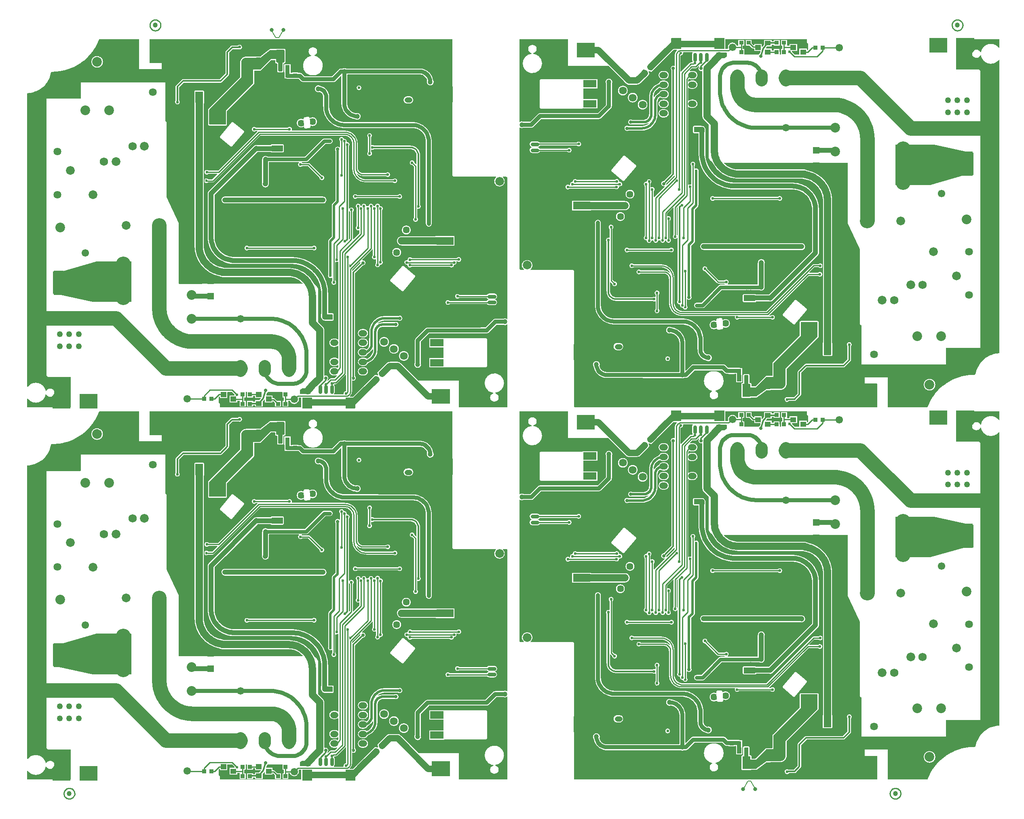
<source format=gtl>
*
%FSLAX26Y26*%
%MOIN*%
%ADD10C,0.016181*%
%ADD11C,0.061181*%
%ADD12C,0.072051*%
%ADD13C,0.064171*%
%ADD14C,0.079921*%
%ADD15R,0.051181X0.051181*%
%ADD16C,0.040551*%
%ADD17C,0.019181*%
%ADD18C,0.119291*%
%ADD19C,0.024801*%
%ADD20C,0.068111*%
%ADD21C,0.031181*%
%ADD22R,0.081181X0.081181*%
%ADD23C,0.052361*%
%ADD24R,0.086181X0.086181*%
%ADD25R,0.060241X0.060241*%
%ADD26R,0.040551X0.040551*%
%ADD27C,0.050551*%
%ADD28C,0.044491*%
%ADD29R,0.064171X0.064171*%
%ADD30R,0.033181X0.033181*%
%ADD31R,0.041181X0.041181*%
%ADD32R,0.035181X0.035181*%
%ADD33R,0.079921X0.079921*%
%ADD34C,0.099611*%
%ADD35R,0.056301X0.056301*%
%ADD36C,0.023622*%
%ADD37C,0.027559*%
%ADD38C,0.049213*%
%ADD39C,0.057087*%
%ADD40C,0.020871*%
%ADD41C,0.012991*%
%ADD42C,0.009051*%
%ADD43C,0.032681*%
%ADD44C,0.060241*%
%ADD45C,0.028741*%
%ADD46C,0.023661*%
%ADD47C,0.007874*%
%ADD48C,0.000100*%
%ADD49C,0.007087*%
%ADD50C,0.031496*%
%ADD51C,0.009843*%
%ADD52C,0.112598*%
%ADD53C,0.069291*%
%ADD54C,0.001358*%
%ADD55C,0.001850*%
%ADD56C,0.001102*%
%ADD57C,0.001614*%
%ADD58C,0.002874*%
%ADD59C,0.001043*%
%ADD60C,0.002539*%
%ADD61C,0.001378*%
%ADD62C,0.001417*%
%ADD63C,0.001201*%
%ADD64C,0.020472*%
%ADD65C,0.031890*%
%ADD66C,0.001634*%
%ADD67C,0.002205*%
%ADD68C,0.004921*%
%ADD69C,0.021654*%
%ADD70C,0.047323*%
%ADD71C,0.006000*%
%IPPOS*%
%LN504-2st46574a0.gtl*%
%LPD*%
G75*
G36*
X47250Y283836D02*
G02X51815Y285433I2562J0D01*
G01X55769Y280270D01*
G03X199113Y321387I62025J54188D01*
G02X203934Y322071I2530J-499D01*
G01X206697Y316535D01*
G03X203885Y347140I29514J18143D01*
G02X198981Y348322I-2304J1204D01*
G01X197778Y354107D01*
X194701Y363935D01*
X193183Y367543D01*
G03X156328Y407230I-75377J-33042D01*
G01X146190Y411770D01*
G03X90360Y412081I-28345J-77040D01*
G01X79576Y407416D01*
X70666Y402004D01*
X61326Y394415D01*
X55755Y388630D01*
X51833Y383778D01*
G02X47251Y385271I-2009J1613D01*
G01X47279Y2804475D01*
G02X50020Y2807088I2573J45D01*
G01X70174Y2809141D01*
G03X241061Y2975227I-30818J202665D01*
G02X250899Y2983936I11410J-2979D01*
G01X279185Y2984744D01*
X299481Y2986486D01*
X318555Y2989099D01*
X338972Y2992831D01*
X365493Y2999363D01*
X391664Y3007698D01*
X414625Y3016656D01*
X423791Y3020699D01*
G03X497739Y3064149I-168337J371149D01*
G01X575244D01*
G03X671294Y3064149I48025J0D01*
G01X968500D01*
X968502Y3004028D01*
X1157476D01*
X1157447Y3055036D01*
X1157368Y3055098D01*
X1057332Y3055222D01*
G02X1055115Y3057773I360J2552D01*
G01X1055116Y3256952D01*
G02X1057281Y3259503I2567J15D01*
G01X3544974D01*
X3545728Y3259378D01*
G02X3551443Y3256269I-2652J-11680D01*
G02X3554850Y3248866I-8135J-8230D01*
G01X3554855Y3185954D01*
X1818578D01*
G03X1810960Y3201590I-19856J0D01*
G03X1802726Y3205447I-11041J-12856D01*
G01X1800658Y3205758D01*
X1796819D01*
X1793235Y3205074D01*
X1790264Y3203954D01*
X1787275Y3202212D01*
X1786999Y3201963D01*
X1786131Y3201341D01*
X1783924Y3199226D01*
G02X1781910Y3197858I-2657J1744D01*
G01X1734040Y3197796D01*
G03X1724909Y3194063I456J-14153D01*
G03X1722037Y3190580I8018J-9536D01*
G01X1721418Y3189460D01*
X1721225Y3189211D01*
X1686423Y3154377D01*
G03X1684256Y3151640I7092J-7842D01*
G03X1682078Y3145108I10313J-7069D01*
G01X1682032Y2969007D01*
G02X1681384Y2966767I-2548J-476D01*
G01X1636731Y2922104D01*
G02X1634675Y2921109I-2066J1647D01*
G01X1331386Y2920985D01*
G03X1323266Y2917812I883J-14237D01*
G01X1275880Y2870537D01*
G03X1271107Y2863072I9852J-11558D01*
G01X1270635Y2860459D01*
X1270563Y2748740D01*
G02X1269861Y2745816I-2512J-943D01*
G03X1264584Y2732325I14606J-13491D01*
G01X1185036D01*
X1185036Y2895761D01*
X489341D01*
X489343Y2762487D01*
G02X486782Y2759937I-2566J16D01*
G01X204989Y2759812D01*
X204752Y2759750D01*
X204717Y2737916D01*
G02X204360Y2736050I-4846J-39D01*
G01X204391Y473540D01*
X204702Y473478D01*
X207280Y473415D01*
G02X210424Y471363I579J-2547D01*
G03X217793Y465142I7909J1894D01*
G01X402257Y465080D01*
G02X404421Y462530I-399J-2532D01*
G01X404422Y207677D01*
G02X401861Y205002I-2561J-112D01*
G01X49828D01*
G02X47270Y207428I66J2631D01*
G01X47250Y283815D01*
G02X47250Y283836I2562J23D01*
G37*
G36*
X497739Y3064149D02*
G03X520297Y3082095I-242286J327699D01*
G03X638863Y3252349I-265957J311626D01*
G01X639591Y3253842D01*
X640594Y3255335D01*
G02X647183Y3259378I9621J-8289D01*
G01X648026Y3259503D01*
X656771Y3259584D01*
X656907Y3259565D01*
Y3259534D01*
X962811D01*
Y3259565D01*
X962900Y3259590D01*
X966335Y3259503D01*
G02X968494Y3257139I-399J-2531D01*
G01X968500Y3064149D01*
X671294D01*
G03X575244Y3064149I-48025J0D01*
G01X497739D01*
G37*
G36*
X1184987Y2574609D02*
G02X1185036Y2575375I6024J0D01*
G01X1185036Y2732325D01*
X1264584D01*
G03X1272245Y2716642I19883J0D01*
G03X1296597Y2716580I12216J15671D01*
G03X1299361Y2719130I-6248J9543D01*
G01X1299755Y2719566D01*
X1301883Y2722676D01*
X1303093Y2725289D01*
X1303279Y2725911D01*
G03X1304371Y2732318I-14556J5777D01*
G03X1303443Y2738289I-19899J-32D01*
G03X1301521Y2742519I-13650J-3651D01*
G01X1301290Y2742955D01*
X1300343Y2744323D01*
G02X1299698Y2746003I1934J1706D01*
G01X1299695Y2851564D01*
G02X1300742Y2854239I2554J543D01*
G01X1337381Y2890878D01*
G02X1339043Y2891873I2052J-1541D01*
G01X1642866Y2891935D01*
G03X1651254Y2895481I-594J13099D01*
G01X1705484Y2949661D01*
X1706096Y2950159D01*
X1708049Y2952211D01*
X1708126Y2952336D01*
G03X1711166Y2961293I-9894J8352D01*
G01X1711168Y3136400D01*
G02X1712260Y3139012I2566J462D01*
G01X1740221Y3167004D01*
G02X1743440Y3168622I3081J-2120D01*
G01X1744455Y3168653D01*
X1744568Y3168622D01*
Y3168591D01*
X1787157D01*
Y3168653D01*
X1788286D01*
G02X1789495Y3168373I34J-2604D01*
G03X1818578Y3185954I9228J17581D01*
G01X3554855D01*
X3554865Y3032829D01*
X2484072D01*
G03X2467298Y3082406I-81651J0D01*
G03X2440515Y3105048I-64608J-49260D01*
G01X2430765Y3109403D01*
X2430078Y3109589D01*
X2429351Y3109900D01*
X2428846Y3110025D01*
X2427913Y3110398D01*
X2416479Y3113259D01*
G02X2415744Y3117987I541J2505D01*
G03X2430856Y3168124I-14165J31615D01*
G03X2423555Y3176397I-29022J-18252D01*
G01X2423172Y3176646D01*
X2422454Y3177268D01*
X2419205Y3179445D01*
X2418554Y3179756D01*
X2417876Y3180192D01*
X2412880Y3182369D01*
X2406420Y3183924D01*
X2404835Y3184111D01*
G03X2370200Y3164330I-3271J-34483D01*
G01X2175988D01*
X2175768Y3165636D01*
X2175358Y3166880D01*
X2174757Y3168062D01*
X2173837Y3169306D01*
X2172944Y3170177D01*
X2171812Y3170985D01*
X2170706Y3171545D01*
X2170037Y3171794D01*
X2168758Y3172105D01*
X2098976D01*
X2098363Y3171981D01*
X2097017Y3171545D01*
X2095490Y3170737D01*
G02X2094217Y3170177I-1838J2451D01*
G01X2050800Y3170052D01*
G03X2045275Y3167937I1333J-11755D01*
G01X1968157Y3109154D01*
X1967417Y3108905D01*
X1935946Y3108781D01*
G03X1932496Y3107723I390J-7429D01*
G02X1931150Y3107163I-2238J3482D01*
G01X1849517Y3107039D01*
G03X1803836Y3069343I2917J-50062D01*
G01X1802392Y3059577D01*
X1802349Y2938215D01*
G02X1800372Y2934670I-3213J-532D01*
G01X1540594Y2674778D01*
X1539784Y2673534D01*
X1539449Y2672788D01*
G03X1538584Y2669491I7439J-3715D01*
G01X1502607D01*
X1502606Y2717451D01*
G02X1503695Y2720685I3192J726D01*
G01X1504277Y2722054D01*
X1504591Y2723298D01*
X1504619Y2723547D01*
X1504620Y2819778D01*
X1504200Y2821457D01*
X1503650Y2822701D01*
X1502897Y2823883D01*
X1501839Y2825065D01*
X1500756Y2825936D01*
X1499581Y2826620D01*
X1498333Y2827118D01*
X1497017Y2827429D01*
X1432021D01*
G03X1424412Y2816854I1538J-9132D01*
G01X1424450Y2724044D01*
G03X1425945Y2719815I9367J932D01*
G02X1426225Y2718446I-2372J-1198D01*
G01X1426270Y1545514D01*
G03X1631641Y1295824I254747J226D01*
G01X1632041Y1295637D01*
X1635616Y1293398D01*
X1635898Y1293274D01*
G03X1652896Y1288608I17638J30963D01*
G01X2210398Y1288297D01*
X2224084Y1286867D01*
X2238118Y1284130D01*
X2252007Y1280086D01*
X2265461Y1274799D01*
X2278783Y1268081D01*
X2291000Y1260430D01*
X2302522Y1251659D01*
X2313701Y1241395D01*
X2317980Y1236854D01*
X2318156Y1236605D01*
G02X2316037Y1232686I-2180J-1354D01*
G01X1487832Y1232500D01*
X1486945Y1232375D01*
X1298071D01*
G02X1296565Y1232873I12J2565D01*
G02X1295506Y1237476I4759J3519D01*
G01X1295487Y1731817D01*
X1294644Y1735114D01*
X1195539Y1946672D01*
G02X1195326Y1948227I2885J1187D01*
G01X1195271Y2563992D01*
G03X1193688Y2567848I-7194J-699D01*
G03X1187075Y2571145I-6361J-4478D01*
G02X1185489Y2572203I526J2508D01*
G02X1184987Y2574609I5522J2407D01*
G37*
G36*
X1502607Y2669491D02*
G01X1538584D01*
X1538611Y2547072D01*
X1538817Y2545704D01*
X1539350Y2544086D01*
G03X1540731Y2541909I6405J2536D01*
G03X1546114Y2538737I6550J4961D01*
G01X1685486Y2538674D01*
X1685970Y2538737D01*
X1687300Y2539048D01*
X1688553Y2539545D01*
X1689730Y2540230D01*
G03X1691537Y2541909I-3502J5581D01*
G03X1693657Y2546885I-6032J5510D01*
G01X1693728Y2656241D01*
G02X1694519Y2658667I2546J512D01*
G01X1877690Y2841846D01*
X2418466D01*
G03X2455492Y2814863I28345J0D01*
G02X2458433Y2815548I2930J-5931D01*
G01X2458696Y2815485D01*
G02X2487231Y2780278I-12413J-39228D01*
G01X2487400Y2696799D01*
G03X2536726Y2570537I173983J-4798D01*
G01X2436659D01*
G03X2424093Y2598142I-36605J0D01*
G01X2423367Y2598826D01*
X2418227Y2602372D01*
X2417673Y2602621D01*
G03X2383289Y2603056I-17594J-31480D01*
G01X2381279Y2601999D01*
X2377045Y2599075D01*
G02X2373282Y2600506I-1289J2274D01*
G03X2367231Y2607286I-8344J-1356D01*
G03X2364419Y2607473I-2198J-11839D01*
G01X2334670Y2606042D01*
X2333942Y2605918D01*
X2332873Y2605607D01*
G03X2330211Y2603927I1788J-5785D01*
G01X2329646Y2603430D01*
X2329270Y2602932D01*
G03X2327545Y2598080I5689J-4755D01*
G01X2327906Y2592481D01*
G02X2324025Y2590242I-2597J18D01*
G03X2268755Y2558770I-18674J-31472D01*
G01X1752555D01*
X1748665Y2562063D01*
X1748474Y2562188D01*
X1747790Y2562748D01*
G03X1743064Y2566044I-9202J-8155D01*
G01X1742410Y2566231D01*
X1741298Y2566418D01*
X1740137Y2566449D01*
X1739250Y2566356D01*
X1737971Y2566044D01*
X1736914Y2565609D01*
X1735781Y2564925D01*
X1734956Y2564241D01*
X1639161Y2449846D01*
G03X1637879Y2447793I4239J-4074D01*
G03X1637152Y2444496I6945J-3259D01*
G03X1637146Y2444203I6642J-293D01*
G01X1502612D01*
X1502607Y2669491D01*
G37*
G36*
X1502611Y1540413D02*
X1502614Y1617377D01*
X1534673D01*
G03X1593468Y1467447I220562J0D01*
G01X1593804Y1467136D01*
X1594338Y1466514D01*
X1612399Y1449345D01*
X1626979Y1437962D01*
X1642399Y1427885D01*
X1658392Y1419238D01*
X1676434Y1411400D01*
X1693445Y1405678D01*
X1709241Y1401696D01*
X1726166Y1398773D01*
X1743634Y1397156D01*
X2229930Y1396844D01*
G02X2459163Y1230571I-1587J-243341D01*
G01X2463358Y1216513D01*
X2466959Y1201086D01*
X2469668Y1184540D01*
X2471269Y1167185D01*
X2471649Y986356D01*
X2471464Y985298D01*
X2470822Y983867D01*
G03X2470171Y980757I6891J-3065D01*
G01X2470169Y969622D01*
X2469592Y962904D01*
X2470127Y956933D01*
X2471547Y951459D01*
G03X2484140Y933357I27749J5874D01*
G01X2486005Y932300D01*
G03X2494116Y929438I13473J25265D01*
G03X2510824Y928319I10564J32418D01*
G01X2565219Y928443D01*
G03X2571070Y931553I-811J8583D01*
G03X2573315Y937463I-6527J5862D01*
G01X2573316Y979202D01*
G03X2573422Y980565I-8761J1363D01*
G01X2613391D01*
X2613392Y774300D01*
G02X2608905Y772558I-2566J-41D01*
G01X2606016Y774735D01*
X2605285Y775170D01*
X2604963Y775419D01*
X2600161Y777907D01*
X2593753Y779898D01*
X2589869Y780458D01*
X2569752Y780644D01*
G03X2553969Y776041I1429J-34260D01*
G03X2572011Y712064I17161J-29693D01*
G01X2585841D01*
G03X2609121Y720368I699J34823D01*
G02X2613375Y718751I1709J-1909D01*
G01X2613388Y616611D01*
G02X2608902Y615056I-2564J147D01*
G01X2606016Y617233D01*
X2605285Y617668D01*
X2604965Y617917D01*
X2603391Y618788D01*
X2603035Y619037D01*
X2596933Y621587D01*
X2590674Y622893D01*
X2571909Y623111D01*
G03X2548349Y563301I-726J-34259D01*
G01X2548581Y563052D01*
X2553877Y559258D01*
X2559312Y556707D01*
X2559773Y556583D01*
X2560200Y556396D01*
X2566690Y554904D01*
X2586301Y554624D01*
G03X2602264Y558263I691J33797D01*
G01X2605854Y560315D01*
X2609201Y562866D01*
G02X2613329Y560813I1566J-2029D01*
G01X2613195Y553224D01*
X2612259Y548248D01*
X2610163Y542525D01*
X2608939Y540223D01*
G02X2604922Y539166I-2468J1217D01*
G01X2598963Y542152D01*
X2592527Y543893D01*
X2586061Y544360D01*
X2571907D01*
G03X2554104Y539788I-657J-34392D01*
G01X2553559Y539539D01*
X2548510Y535869D01*
X2547866Y535247D01*
X2547621Y535060D01*
X2543174Y529959D01*
G03X2571981Y475872I27912J-19849D01*
G01X2588654Y475904D01*
G03X2599092Y478081I-1625J33904D01*
G02X2601450Y473602I736J-2472D01*
G01X2582474Y454630D01*
G02X2580758Y453634I-2284J1962D01*
G01X2550904Y453510D01*
G03X2542139Y450586I-1150J-11152D01*
G01X2541948Y450462D01*
X2526918Y435408D01*
G02X2523669Y439514I-1783J1927D01*
G03X2520843Y472544I-15646J15298D01*
G03X2499983Y475157I-12681J-16668D01*
G02X2496485Y477396I-930J2399D01*
G01X2496481Y851060D01*
G03X2485115Y878181I-38805J-320D01*
G01X2445689Y916562D01*
G02X2444975Y917744I1998J2014D01*
G01X2444876Y917806D01*
X2444877Y1192937D01*
G03X2416088Y1227212I-67029J-27073D01*
G01X2415523Y1227523D01*
G02X2413317Y1230322I1601J3531D01*
G03X2204628Y1364933I-211962J-99536D01*
G01X1668396Y1365058D01*
X1667870Y1365120D01*
X1667471Y1365244D01*
G03X1652490Y1369723I-17941J-32717D01*
G01X1634844Y1373518D01*
X1619254Y1378432D01*
X1604782Y1384528D01*
X1588960Y1392988D01*
X1574907Y1402381D01*
X1562957Y1412022D01*
X1550101Y1424526D01*
X1541281Y1434789D01*
X1532856Y1446297D01*
X1524216Y1460604D01*
G02X1503797Y1524613I161382J86742D01*
G01X1502611Y1540413D01*
G37*
G36*
X1502612Y2444203D02*
X1637146D01*
G03X1638104Y2440764I6648J0D01*
G03X1640153Y2438214I5742J2515D01*
G01X1722289Y2368669D01*
G03X1735533Y2367985I6905J5136D01*
G01X1830861Y2481881D01*
G03X1832084Y2483934I-4493J4068D01*
G03X1832776Y2486857I-5822J2922D01*
G01X1941499D01*
X1621299Y2166752D01*
X1620317Y2166317D01*
X1619792Y2166255D01*
X1543991D01*
G02X1541853Y2167374I117J2824D01*
G01X1540166Y2168930D01*
X1539447Y2169427D01*
G03X1515819Y2169552I-11897J-15865D01*
G03X1511769Y2165570I7620J-11805D01*
G03X1507660Y2154560I17083J-12646D01*
G01X1507151Y2153565D01*
X1507494Y2153005D01*
X1507726Y2152196D01*
G03X1542337Y2140253I19855J1416D01*
G01X1542563Y2140440D01*
X1542979Y2140689D01*
X1543292Y2140813D01*
X1543520Y2140875D01*
X1613384D01*
G02X1614786Y2136521I-399J-2531D01*
G01X1573958Y2095715D01*
G02X1571901Y2094719I-2180J1883D01*
G01X1540664D01*
G02X1538877Y2095466I21J2562D01*
G01X1536226Y2098078D01*
X1535506Y2098576D01*
G03X1511571Y2098452I-11885J-15866D01*
G03X1507097Y2093786I8313J-12452D01*
G02X1502616Y2095528I-1901J1743D01*
G01X1502634Y2152196D01*
G02X1503209Y2153565I2556J-269D01*
G02X1502618Y2155244I1971J1638D01*
G01X1502612Y2444203D01*
G37*
G36*
X1502614Y1617377D02*
X1502631Y2070211D01*
G02X1505607Y2072450I2546J-287D01*
G02X1508062Y2070335I-641J-3228D01*
G03X1510976Y2067411I11313J8361D01*
G03X1538105Y2069029I12700J15303D01*
G01X1539088Y2069402D01*
X1578711Y2069464D01*
G03X1587030Y2073196I-219J11626D01*
G01X1968943Y2455071D01*
X1969934Y2455693D01*
X1970415Y2455818D01*
X2665165D01*
G02X2688422Y2450033I-3977J-65630D01*
G01X2689334Y2449659D01*
X2689857Y2449348D01*
G02X2725958Y2399149I-28642J-58679D01*
G01X2726502Y2390876D01*
X2726389Y2181184D01*
G03X2836900Y2070086I111073J-26D01*
G01X3062672Y2070024D01*
G02X3064437Y2068904I-442J-2646D01*
G01X3066352Y2067163D01*
G03X3090860Y2066976I12374J15720D01*
G03X3063823Y2095901I-12139J15752D01*
G02X3062252Y2095341I-1599J2003D01*
G01X2833829D01*
X2821269Y2096834D01*
X2817307Y2097643D01*
X2816775Y2097830D01*
G02X2790507Y2109337I20724J83036D01*
G01X2789692Y2109835D01*
X2779888Y2117548D01*
X2771721Y2126133D01*
X2764242Y2136645D01*
G02X2768017Y2140067I2096J1481D01*
G01X2776322Y2133286D01*
X2780932Y2130363D01*
X2781801Y2129927D01*
X2782256Y2129616D01*
X2789309Y2126257D01*
G03X2815712Y2121281I25471J62610D01*
G01X3003565Y2121219D01*
G02X3005327Y2120099I-437J-2634D01*
G01X3007302Y2118295D01*
G03X3031810Y2118108I12374J15717D01*
G03X3004830Y2147096I-12140J15750D01*
G02X3003792Y2146598I-1598J2003D01*
G01X2811596D01*
X2803769Y2148029D01*
G02X2772449Y2191821I11483J41309D01*
G01X2772345Y2385962D01*
G03X2749603Y2455857I-106927J3857D01*
G01X2850183D01*
G03X2854735Y2443190I19899J0D01*
G01X2856062Y2441759D01*
G02X2857480Y2439271I-1216J-2342D01*
G01X2857476Y2324690D01*
G02X2856826Y2321891I-2520J-890D01*
G03X2889951Y2307086I13251J-14811D01*
G03X2888163Y2315297I-19377J79D01*
G03X2885737Y2319278I-13228J-5332D01*
G01X2885428Y2319714D01*
X2883877Y2321393D01*
G02X2882682Y2324690I1336J2349D01*
G01X2882680Y2337442D01*
G02X2885928Y2339930I2562J19D01*
G03X2906623Y2343165I7724J18401D01*
G01X2907039Y2343414D01*
X2907352Y2343538D01*
X2907580Y2343600D01*
X3212408Y2343538D01*
G02X3255084Y2309077I-3703J-48241D01*
G01X3255244Y2308641D01*
X3256964Y2298875D01*
X3257077Y2220746D01*
G02X3252780Y2218818I-2581J1D01*
G01X3241539Y2229579D01*
G02X3240361Y2231632I1397J2167D01*
G03X3221500Y2212411I-19892J655D01*
G02X3223621Y2211851I446J-2605D01*
G01X3235454Y2200530D01*
G02X3236705Y2197668I-1536J-2375D01*
G01X3236709Y1952747D01*
X3137944D01*
G03X3130331Y1968381I-19859J0D01*
G03X3122096Y1972238I-11041J-12854D01*
G01X3120030Y1972549D01*
X3116188D01*
X3112604Y1971865D01*
X3109634Y1970745D01*
X3106645Y1969004D01*
X3106369Y1968755D01*
X3105501Y1968133D01*
X3103875Y1966640D01*
G02X3101677Y1965458I-2173J1407D01*
G01X2768401D01*
X2767864Y1965520D01*
X2767637Y1965582D01*
X2766682Y1966142D01*
G03X2732086Y1952770I-14714J-13372D01*
G01X2699618D01*
X2699632Y2366554D01*
G02X2700544Y2369478I2539J812D01*
G01X2701465Y2370722D01*
X2701750Y2371219D01*
G03X2704913Y2381919I-15480J10394D01*
G03X2703552Y2389072I-17517J374D01*
G03X2683475Y2401762I-18563J-7141D01*
G02X2680722Y2404685I-217J2553D01*
G01X2681132Y2406925D01*
G03X2660004Y2429319I-19734J2545D01*
G02X2656549Y2431807I-851J2461D01*
G03X2624414Y2410470I-18765J-6606D01*
G02X2625060Y2409458I-1776J-1847D01*
G01X2565729D01*
G03X2546427Y2431682I-22446J0D01*
G01X2494055Y2431807D01*
X2491834Y2431496D01*
X2488433Y2430563D01*
X2485151Y2429070D01*
X2482320Y2427204D01*
X2338231Y2283386D01*
G02X2336174Y2282391I-2038J1588D01*
G01X2029930D01*
G02X2028621Y2282764I23J2563D01*
G03X1996894Y2283946I-16739J-22904D01*
G03X1986235Y2272065I14629J-23845D01*
G03X1983476Y2255705I30029J-13477D01*
G01X1983453Y2065296D01*
X1983409Y2064985D01*
G03X1982007Y2056171I27012J-8815D01*
G01X1682854D01*
X1946110Y2319403D01*
G02X1947582Y2320149I1949J-2018D01*
G01X1949523Y2320243D01*
X1949636Y2320211D01*
Y2320180D01*
X2052094D01*
Y2320243D01*
X2053221D01*
Y2320211D01*
G02X2055479Y2319527I461J-2546D01*
G03X2060615Y2316666I6812J6187D01*
G01X2155889Y2316603D01*
G03X2164019Y2325685I-1014J9087D01*
G01X2164015Y2373707D01*
G03X2157667Y2383598I-9238J1054D01*
G01X2156439Y2383909D01*
X2060777D01*
X2059476Y2383598D01*
X2058236Y2383100D01*
X2057067Y2382416D01*
X2055991Y2381545D01*
X2054938Y2380363D01*
X2054126Y2379057D01*
G02X2051559Y2377004I-2543J548D01*
G01X1947270D01*
X1946764Y2377067D01*
G03X1922682Y2374889I-9732J-26633D01*
G01X1921978Y2374392D01*
G03X1916919Y2370411I9699J-17530D01*
G01X1543853Y1997307D01*
G03X1537334Y1988411I18238J-20203D01*
G03X1534840Y1979703I25423J-11993D01*
G01X1534709Y1621404D01*
G03X1534673Y1617377I220526J-4027D01*
G01X1502614D01*
G37*
G36*
X1591328Y1963361D02*
G02X1592817Y1966142I3341J0D01*
G01X1682854Y2056171D01*
X1982007D01*
G03X1995061Y2032266I28414J0D01*
G03X2025205Y2031893I15370J23875D01*
G03X2032101Y2037740I-14689J24313D01*
G01X2034426Y2040477D01*
G03X2040156Y2062684I-28097J19093D01*
G01X2040163Y2232814D01*
G02X2040891Y2236608I5082J992D01*
G02X2042331Y2237355I1840J-1787D01*
G01X2286975D01*
G02X2287978Y2232752I-503J-2521D01*
G03X2312978Y2202022I11258J-16375D01*
G02X2317382Y2203702I3636J-2922D01*
G01Y2203671D01*
X2359447D01*
Y2203733D01*
G02X2362972Y2202893I1129J-3078D01*
G01X2455592Y2110457D01*
G02X2456151Y2108840I-2009J-1601D01*
G03X2477115Y2127688I19868J-1016D01*
G02X2472949Y2128745I-1235J3870D01*
G01X2377140Y2224354D01*
G03X2373799Y2227153I-7638J-5722D01*
G03X2366257Y2228988I-6448J-10083D01*
G01X2356640Y2228957D01*
Y2228926D01*
X2355797D01*
Y2228957D01*
X2315410Y2229019D01*
X2314814Y2229206D01*
X2314008Y2229704D01*
X2310647Y2232627D01*
G02X2311601Y2237355I1351J2187D01*
G01X2347011Y2237417D01*
G03X2358519Y2240963I-152J20945D01*
G01X2358959Y2241211D01*
X2360641Y2242456D01*
X2504306Y2385962D01*
G02X2505967Y2386957I2072J-1575D01*
G01X2543872Y2387019D01*
G03X2565729Y2409458I-588J22438D01*
G01X2625060D01*
G02X2625200Y2408667I-2423J-834D01*
G01X2625202Y2360644D01*
G02X2622294Y2358094I-2565J-9D01*
G02X2619991Y2359525I555J3462D01*
G03X2592922Y2359774I-13690J-16874D01*
G03X2587525Y2331284I13365J-17288D01*
G02X2587767Y2328733I-2284J-1503D01*
G01X2587794Y1923620D01*
X2514630D01*
G03X2514617Y1924341I-20013J0D01*
G03X2506379Y1944308I-28354J-15D01*
G01X2504258Y1946237D01*
X2500693Y1948725D01*
X2500158Y1948974D01*
G03X2486961Y1952644I-13632J-23456D01*
G01X1683711Y1952768D01*
X1683267Y1952830D01*
X1680496Y1953328D01*
G03X1648736Y1925117I-3352J-28211D01*
G01X1591363D01*
X1591338Y1963094D01*
G02X1591328Y1963361I3330J268D01*
G37*
G36*
X1591363Y1925117D02*
G01X1648736D01*
G03X1653853Y1908852I28409J0D01*
G01X1657866Y1904124D01*
X1662240Y1900641D01*
X1662590Y1900454D01*
G03X1674712Y1896162I15472J24433D01*
G01X2488148Y1896037D01*
X2493716Y1896970D01*
X2497884Y1898463D01*
X2502582Y1901138D01*
X2506383Y1904373D01*
G03X2514041Y1918804I-19860J19788D01*
G03X2514630Y1923620I-19424J4816D01*
G01X2587794D01*
X2587795Y1919115D01*
G02X2586931Y1916627I-2557J-507D01*
G01X2566546Y1897344D01*
G03X2559863Y1888573I13224J-17008D01*
G03X2558632Y1882726I17115J-6654D01*
G01X2558622Y1623083D01*
G02X2557917Y1620844I-2827J-341D01*
G01X2532550Y1593971D01*
X2531797Y1592914D01*
X2531555Y1592478D01*
G03X2528730Y1582899I13654J-9233D01*
G01X2528731Y1527200D01*
X2432071D01*
G03X2432064Y1527723I-18255J0D01*
G03X2428171Y1539480I-18359J443D01*
G03X2424796Y1543088I-12883J-8668D01*
G01X2424410Y1543337D01*
G03X2416176Y1547193I-11039J-12850D01*
G01X2414109Y1547504D01*
X2410267D01*
X2406684Y1546820D01*
X2403714Y1545700D01*
X2400725Y1543959D01*
X2400376Y1543648D01*
X2399511Y1543026D01*
X2397369Y1540973D01*
G02X2395577Y1540226I-1808J1816D01*
G01X1874755D01*
X1874222Y1540289D01*
X1873994Y1540351D01*
X1873040Y1540911D01*
G03X1838386Y1527601I-14771J-13309D01*
G01X1618299D01*
X1616659Y1529900D01*
X1609614Y1542155D01*
X1601308Y1561127D01*
X1596638Y1576056D01*
X1592913Y1594531D01*
X1591565Y1608714D01*
X1591363Y1925117D01*
G37*
G36*
X1618299Y1527601D02*
X1838386D01*
G03X1872008Y1513230I19883J0D01*
G02X1874172Y1514847I2482J-1065D01*
G01X2396401D01*
X2396629Y1514785D01*
X2397584Y1514225D01*
G03X2423980Y1511737I14587J13495D01*
G03X2427794Y1515407I-10431J14659D01*
G01X2427906Y1515593D01*
G03X2432071Y1527200I-14089J11607D01*
G01X2528731D01*
X2528734Y1307456D01*
G02X2528593Y1306150I-3401J-292D01*
G01X2528370Y1305528D01*
G03X2527341Y1299183I18381J-6239D01*
G03X2558357Y1282450I20020J-3D01*
G02X2562201Y1280211I1319J-2155D01*
G01X2562202Y1261985D01*
G02X2560948Y1258439I-2781J-1011D01*
G01X2559448Y1256822D01*
G03X2563257Y1227896I15349J-12693D01*
G03X2587408Y1228705I11533J16611D01*
G03X2588072Y1258999I-12607J15430D01*
G02X2587399Y1261611I1855J1871D01*
G01X2587409Y1409783D01*
G02X2590853Y1412209I2547J43D01*
G03X2609732Y1414200I7605J18395D01*
G02X2613389Y1411960I1040J-2406D01*
G01X2613391Y980565D01*
X2573422D01*
G03X2570929Y986729I-8867J0D01*
G01X2570572Y987040D01*
G03X2565591Y989590I-6471J-6500D01*
G01X2530562Y989777D01*
G02X2528349Y992203I361J2552D01*
G01X2528297Y1151944D01*
G03X2281722Y1448723I-300214J1392D01*
G01X2257150Y1452144D01*
X2235991Y1453451D01*
X1749441Y1453637D01*
G02X1636853Y1504023I5739J163805D01*
G01X1627267Y1515033D01*
X1618299Y1527601D01*
G37*
G36*
X1752555Y2558770D02*
X2268755D01*
G03X2323803Y2527167I36596J0D01*
G01X2328310Y2530277D01*
G02X2332435Y2528659I1564J-2083D01*
G01X2332787Y2524430D01*
G03X2334260Y2520511I6153J77D01*
G03X2341001Y2517276I6479J4860D01*
G01X2371498Y2518831D01*
X2373016Y2519204D01*
X2374030Y2519640D01*
X2375137Y2520324D01*
X2375999Y2521070D01*
G03X2377922Y2523932I-5336J5661D01*
G01X2616834D01*
X2621069Y2522688D01*
X2634700Y2520013D01*
X2653248Y2518147D01*
X3227140Y2517898D01*
G02X3251800Y2514477I-1842J-103858D01*
G01X3262162Y2511242D01*
X3272632Y2506763D01*
X3283262Y2500792D01*
G02X3321621Y2458804I-58864J-92292D01*
G01X3321856Y2458430D01*
X3323893Y2454138D01*
X3328803Y2441386D01*
G02X3333840Y2405432I-106743J-33285D01*
G01X3333856Y1870101D01*
X3291538D01*
G03X3290436Y1876630I-19880J0D01*
G03X3288313Y1880922I-14859J-4678D01*
G01X3288098Y1881295D01*
X3287033Y1882726D01*
G02X3286215Y1885525I1709J2019D01*
G01X3286218Y2290789D01*
G03X3235425Y2368109I-77342J4537D01*
G03X3208679Y2372837I-26588J-72399D01*
G01X2908093Y2372899D01*
G02X2906614Y2373396I39J2563D01*
G03X2886471Y2376818I-12930J-15118D01*
G02X2882730Y2378622I-1178J2340D01*
G01X2882693Y2378933D01*
X2882695Y2439582D01*
X2882750Y2439893D01*
X2882824Y2440142D01*
X2883402Y2441075D01*
G03X2882308Y2471493I-13323J14750D01*
G03X2874900Y2475163I-11039J-12970D01*
G01X2873763Y2475412D01*
G03X2850183Y2455857I-3681J-19555D01*
G01X2749603D01*
G03X2664434Y2496811I-84186J-66038D01*
G01X2230051Y2496935D01*
G02X2227912Y2498863I357J2547D01*
G02X2228500Y2501787I4181J679D01*
G03X2194721Y2521133I-18962J6055D01*
G02X2193146Y2520573I-1599J2003D01*
G01X1934831D01*
G02X1932693Y2521693I117J2824D01*
G01X1931006Y2523248D01*
X1930287Y2523745D01*
G03X1906659Y2523870I-11897J-15865D01*
G03X1902372Y2519578I7789J-12068D01*
G03X1933177Y2494571I16045J-11712D01*
G02X1936581Y2495224I2951J-6185D01*
G01X1936963D01*
X1937003Y2495266D01*
X1944081Y2495193D01*
G02X1945482Y2490839I-399J-2531D01*
G01X1941499Y2486857D01*
X1832776D01*
G03X1832766Y2487231I-6514J0D01*
G01X1832733Y2487542D01*
G03X1831853Y2490777I-6077J83D01*
G03X1830127Y2493078I-6022J-2718D01*
G01X1752555Y2558770D01*
G37*
G36*
X1877690Y2841846D02*
X1915833Y2879992D01*
X1916680Y2881111D01*
X1917400Y2882480D01*
X1917836Y2883786D01*
X1918070Y2885155D01*
X1918112Y2986735D01*
G02X1918840Y2990530I5083J992D01*
G02X1920280Y2991276I1840J-1787D01*
G01X1969036Y2991400D01*
G03X1974819Y2994137I-299J8110D01*
G01X2058066Y3077119D01*
G02X2061038Y3077958I2547J-3337D01*
G01X2061478D01*
X2061591Y3077927D01*
Y3077896D01*
X2086011D01*
Y3077958D01*
X2087139D01*
Y3077927D01*
X2089536Y3077865D01*
G02X2091694Y3075501I-398J-2531D01*
G01X2091703Y3059577D01*
G03X2102337Y3049904I8764J-1047D01*
G01X2102526Y3049935D01*
Y3049966D01*
X2103654D01*
Y3049935D01*
X2106051Y3049873D01*
G02X2108216Y3047322I-400J-2534D01*
G01X2108202Y2986859D01*
G03X2110618Y2979581I8321J-1278D01*
G03X2115418Y2977031I5946J5398D01*
G01X2151872Y2976969D01*
X2152307Y2977031D01*
X2153565Y2977342D01*
X2154641Y2977778D01*
X2155809Y2978462D01*
X2156735Y2979208D01*
X2157725Y2980328D01*
G03X2159419Y2984247I-5937J4891D01*
G01X2159528Y3044150D01*
X2167197D01*
X2167219Y2977218D01*
G03X2167354Y2976782I462J-95D01*
G02X2168250Y2973859I-1624J-2097D01*
G01X2168288Y2926645D01*
X2182631Y2926583D01*
X2183112Y2926459D01*
G03X2190227Y2924530I9866J22314D01*
G01X2284565Y2924344D01*
G02X2286226Y2923348I-419J-2582D01*
G01X2301860Y2907735D01*
X2308539Y2901452D01*
X2308754Y2901328D01*
G03X2320157Y2896974I14128J19889D01*
G01X2572724Y2896911D01*
X2575799Y2897347D01*
X2579452Y2898404D01*
X2582889Y2900022D01*
X2586105Y2902199D01*
X2632470Y2948355D01*
G02X2636999Y2946862I1964J-1657D01*
G01X2636938Y2719193D01*
X2638024Y2703641D01*
X2640274Y2691138D01*
G03X2677661Y2625699I126920J29112D01*
G03X2729185Y2595592I89602J94199D01*
G01X2729674Y2595405D01*
X2738568Y2593041D01*
X2751655Y2590678D01*
G03X2756796Y2640441I16048J23490D01*
G02X2754258Y2639757I-1984J2309D01*
G02X2686081Y2713781I13537J80876D01*
G01X2686046Y2749773D01*
X3148975D01*
G03X3154627Y2732131I30359J0D01*
G01X3158540Y2727652D01*
X3163222Y2724044D01*
X3163475Y2723920D01*
G03X3180289Y2719441I15901J25893D01*
G01Y2719472D01*
X3197349D01*
Y2719410D01*
G03X3229350Y2749746I1622J30336D01*
G01X3556927D01*
X3556926Y2733375D01*
G02X3556061Y2730514I-3553J-487D01*
G03X3554906Y2726906I7086J-4256D01*
G01X3554906Y2125324D01*
G03X3562466Y2117922I8035J645D01*
G01X3912461Y2117859D01*
G02X3914466Y2114438I-399J-2531D01*
G02X3912645Y2112572I-2586J701D01*
G01X3909344Y2109524D01*
G03X3968168Y2113505I31631J-30785D01*
G02X3969534Y2117797I1861J1771D01*
G01X3997680D01*
G02X4007634Y2106725I-1664J-11506D01*
G01X4007636Y1728619D01*
X3382881D01*
G03X3382638Y1732066I-24610J0D01*
G01X3382554Y2414514D01*
G03X3264140Y2561752I-157956J-5798D01*
G01X3248323Y2564987D01*
X3234290Y2566480D01*
X2656816Y2566853D01*
G02X2536245Y2689396I4761J125272D01*
G01X2536218Y2773373D01*
G03X2496356Y2851315I-89395J3446D01*
G01X2487292Y2856603D01*
X2476872Y2861081D01*
X2463781Y2864689D01*
X2463626Y2864752D01*
X2461691Y2865933D01*
G03X2453448Y2869417I-14767J-23450D01*
G01X2452582Y2869541D01*
X2451943Y2869728D01*
X2451183Y2869852D01*
G03X2418466Y2841846I-4372J-28006D01*
G01X1877690D01*
G37*
G36*
X2159528Y3044150D02*
X2159534Y3047633D01*
G02X2161682Y3049873I2546J-292D01*
G01X2167564Y3049935D01*
G03X2175973Y3057711I-216J8667D01*
G01X2175988Y3164330D01*
X2370200D01*
G03X2372569Y3130677I31363J-14702D01*
G01X2375329Y3127007D01*
X2379371Y3123026D01*
X2382843Y3120475D01*
X2386252Y3118547D01*
G02X2388963Y3116619I-349J-3362D01*
G02X2387328Y3113073I-2324J-1078D01*
G03X2320770Y3032829I15093J-80244D01*
G01X2218517D01*
X2218517Y3043093D01*
X2218486Y3043652D01*
X2218510Y3044150D01*
X2159528D01*
G37*
G36*
X2218286Y2975780D02*
G02X2218323Y2976222I2682J0D01*
G01X2218516Y2977156D01*
X2218517Y3032829D01*
X2320770D01*
G03X2484072Y3032829I81651J0D01*
G01X3554865D01*
X3554875Y2897638D01*
X3398515D01*
G03X3396752Y2907486I-28393J0D01*
G01X3394597Y2912027D01*
X3393532Y2913707D01*
X3393221Y2914453D01*
G03X3315312Y3004028I-109644J-16696D01*
G01X3307397Y3006081D01*
X3293977Y3008133D01*
X3293797Y3008196D01*
X3291551Y3008382D01*
X2676401Y3008756D01*
X2675332Y3009004D01*
G03X2648758Y3009626I-13873J-24741D01*
G02X2646806Y3008756I-3988J6315D01*
G01X2631114Y3008507D01*
X2627020Y3007636D01*
G03X2620145Y3004401I4311J-18088D01*
G01X2619645Y3004090D01*
X2617970Y3002784D01*
X2561806Y2946737D01*
G02X2559749Y2945742I-2066J1646D01*
G01X2333958D01*
X2332874Y2945991D01*
X2332452Y2946240D01*
X2312160Y2966456D01*
X2308564Y2969318D01*
X2305658Y2970935D01*
X2305119Y2971122D01*
X2304212Y2971557D01*
X2302913Y2971993D01*
G03X2295803Y2973174I-6644J-17992D01*
G01X2282789Y2973237D01*
G02X2280573Y2975911I351J2546D01*
G01X2231247D01*
G02X2227651Y2973268I-2674J-131D01*
G01X2221907D01*
G02X2218286Y2975780I-939J2512D01*
G37*
G36*
X2377768Y2536772D02*
G02X2381496Y2538985I2521J0D01*
G03X2436659Y2570537I18558J31551D01*
G01X2536726D01*
G03X2578787Y2538799I124658J121464D01*
G01X2579353Y2538550D01*
X2580079Y2538115D01*
X2594462Y2531334D01*
X2603704Y2527789D01*
X2616834Y2523932D01*
X2599289D01*
X2596725Y2524896D01*
X2596708D01*
X2596167Y2523932D01*
X2377922D01*
G03X2378437Y2527042I-7258J2800D01*
G01X2377769Y2536684D01*
G02X2377768Y2536772I2519J89D01*
G37*
G36*
X2685841Y2957206D02*
G02X2688006Y2959738I2563J0D01*
G01X3287519Y2959676D01*
X3295409Y2958681D01*
X3305251Y2955881D01*
X3314462Y2951527D01*
X3322892Y2945680D01*
X3330299Y2938464D01*
X3336400Y2930129D01*
X3341051Y2920860D01*
X3344104Y2910907D01*
G02X3343804Y2908295I-3114J-966D01*
G03X3398515Y2897638I26317J-10657D01*
G01X3554875D01*
X3554878Y2864005D01*
G03X3555635Y2860833I7193J41D01*
G01X3555809Y2860397D01*
X3556554Y2859215D01*
G02X3556930Y2857847I-2190J-1337D01*
G01X3556929Y2849698D01*
X2802304D01*
G03X2762554Y2849698I-19875J0D01*
G01X2685947D01*
X2685841Y2957188D01*
G02X2685841Y2957206I2563J23D01*
G37*
G36*
X2685947Y2849698D02*
G01X2762554D01*
G03X2802304Y2849698I19875J0D01*
G01X3556929D01*
X3556927Y2749746D01*
X3229350D01*
G03X3218884Y2772689I-30379J0D01*
G01X3215298Y2775363D01*
X3214804Y2775612D01*
G03X3201922Y2779967I-15910J-25835D01*
G01X3184528Y2780091D01*
G03X3169998Y2778660I-1822J-55991D01*
G03X3148975Y2749773I9336J-28888D01*
G01X2686046D01*
X2685947Y2849698D01*
G37*
G36*
X2699615Y1855604D02*
X2699618Y1952770D01*
X2732086D01*
G03X2765901Y1938585I19882J0D01*
G02X2767930Y1940078I3052J-2023D01*
G01X3102148D01*
X3102376Y1940016D01*
X3103330Y1939456D01*
G03X3137944Y1952747I14755J13291D01*
G01X3236709D01*
X3236712Y1781332D01*
G02X3236037Y1778533I-2518J-874D01*
G03X3267523Y1771690I13262J-14840D01*
G03X3264969Y1775920I-13084J-5013D01*
G01X3264659Y1776356D01*
X3263100Y1778035D01*
G02X3261905Y1781519I1310J2396D01*
G01Y1848824D01*
G02X3265347Y1851250I2517J83D01*
G03X3291538Y1870101I6312J18851D01*
G01X3333856D01*
X3333860Y1730448D01*
G03X3336915Y1716390I24020J-2141D01*
G03X3382881Y1728619I21356J12229D01*
G01X4007636D01*
X4007636Y1676766D01*
X3209157D01*
G03X3135941Y1676766I-36608J0D01*
G01X2972429D01*
X2972436Y1836383D01*
G02X2973851Y1838871I2635J148D01*
G01X2975124Y1840240D01*
G03X2959111Y1872835I-15319J12705D01*
G02X2955623Y1875323I-889J2443D01*
G03X2915705Y1875883I-19957J436D01*
G02X2912820Y1873955I-2491J604D01*
G01X2908579Y1874235D01*
X2904775Y1873706D01*
G02X2901699Y1875759I-522J2548D01*
G01X2901437Y1877625D01*
G03X2891640Y1891310I-19501J-3612D01*
G03X2871326Y1890937I-9853J-16686D01*
G01X2870298Y1890252D01*
X2868109Y1888448D01*
X2866087Y1886209D01*
X2865838Y1885836D01*
G03X2862379Y1878122I14771J-11256D01*
G01X2861946Y1875572D01*
G02X2858044Y1873893I-2590J645D01*
G03X2845983Y1872462I-3793J-19579D01*
G02X2842714Y1874639I-722J2459D01*
G03X2802945Y1876007I-19931J-671D01*
G02X2799641Y1874227I-2500J683D01*
G01X2798541Y1874141D01*
G02X2796366Y1874577I-661J2348D01*
G02X2795100Y1877811I2169J2714D01*
G01X2794505Y1880113D01*
X2793203Y1883223D01*
X2791967Y1885276D01*
X2790834Y1886769D01*
X2790474Y1887142D01*
G03X2787495Y1889879I-9589J-7447D01*
G03X2785297Y1891310I-5839J-6567D01*
G03X2759484Y1885649I-9772J-17124D01*
G03X2762423Y1859026I16088J-11698D01*
G02X2762988Y1856289I-1972J-1833D01*
G01X2762985Y1710543D01*
G02X2761927Y1707370I-2527J-920D01*
G01X2760244Y1705567D01*
X2759936Y1705131D01*
G03X2757510Y1701150I10818J-9321D01*
G03X2783156Y1674526I18116J-8213D01*
G02X2786598Y1672100I924J-2343D01*
G01X2786507Y1651448D01*
G02X2785126Y1649396I-3382J784D01*
G01X2737366Y1601622D01*
G02X2733069Y1603551I-1715J1929D01*
G01X2733083Y1824937D01*
G02X2734271Y1828234I2525J953D01*
G01X2735813Y1829914D01*
G03X2703993Y1853800I-15388J12638D01*
G02X2699615Y1855604I-1811J1820D01*
G37*
G36*
X2705541Y304545D02*
G02X2706469Y306520I2566J0D01*
G03X2725196Y346456I-33296J39972D01*
G01X2725210Y432049D01*
G02X2728540Y434351I2559J-143D01*
G03X2749579Y437523I7564J21188D01*
G03X2751407Y470554I-13365J17306D01*
G02X2750791Y472171I1945J1668D01*
G01X2750789Y510119D01*
X2773047D01*
G03X2784516Y484550I34237J0D01*
G01X2789807Y480693D01*
G03X2803127Y476152I16277J25938D01*
G01X2803418Y476090D01*
X2822202Y475872D01*
G03X2857313Y510118I855J34246D01*
G01X2942061D01*
X2936166Y504207D01*
G03X2934750Y502030I3861J-4059D01*
G03X2933938Y498422I6252J-3303D01*
G03X2934863Y494627I7152J-267D01*
G01X2935053Y494192D01*
X2936120Y492699D01*
X2937709Y491081D01*
G02X2938375Y489215I-1914J-1735D01*
G01X2938955Y485234D01*
X2940440Y480071D01*
G02X2937162Y476961I-2471J-678D01*
G01X2932544Y478330D01*
X2928252Y478952D01*
G02X2925954Y480009I36J3103D01*
G01X2925011Y480942D01*
G03X2911471Y479636I-6241J-6138D01*
G01X2734081Y302477D01*
X2733659Y302228D01*
X2732574Y301979D01*
X2708082D01*
G02X2705541Y304545I25J2566D01*
G37*
G36*
X2750690Y1319257D02*
G02X2751928Y1321888I3415J0D01*
G01X2812160Y1382164D01*
G02X2816183Y1383657I3388J-2962D01*
G03X2809544Y1426703I-1233J21845D01*
G02X2807097Y1430933I-510J2528D01*
G01X2891026Y1514847D01*
X2892284Y1516589D01*
G02X2896848Y1514971I2030J-1520D01*
G01X2896852Y1470495D01*
G02X2895655Y1467198I-2523J-950D01*
G01X2894097Y1465519D01*
G03X2919686Y1435722I15350J-12703D01*
G02X2923149Y1433296I915J-2380D01*
G01Y1405802D01*
G02X2922020Y1402381I-2704J-1004D01*
G01X2920395Y1400639D01*
G03X2955623Y1387327I15328J-12707D01*
G02X2958665Y1389567I2557J-288D01*
G03X2965636Y1390437I1395J17164D01*
G01X2967758Y1391184D01*
X2968392Y1391495D01*
G03X2975536Y1397280I-6665J15534D01*
G03X2979720Y1408995I-15722J12220D01*
G01X3156618D01*
G03X3178927Y1389193I19943J0D01*
G02X3182635Y1387016I1093J-2383D01*
G03X3215078Y1371278I19901J-285D01*
G01X3216416Y1372460D01*
G02X3218571Y1374078I2480J-1060D01*
G01X3528868D01*
X3529096Y1374015D01*
X3530050Y1373456D01*
G03X3556833Y1370967I14739J13261D01*
G03X3560787Y1374948I-9098J12989D01*
G03X3564557Y1384590I-14381J11181D01*
G01X3564651Y1385274D01*
G02X3567095Y1389007I2515J1020D01*
G03X3587429Y1410903I565J19865D01*
G03X3586102Y1416377I-17962J-1456D01*
G02X3589338Y1420233I2308J1349D01*
G02X3590520Y1419611I-457J-2303D01*
G03X3625149Y1432902I14763J13291D01*
G01X4007637D01*
X4007637Y1295861D01*
X3245226D01*
G03X3244279Y1299307I-6747J0D01*
G03X3240973Y1302915I-9237J-5146D01*
G01X3152411Y1377934D01*
G03X3150497Y1379365I-4402J-3893D01*
G01X3149344Y1379925D01*
X3149164Y1379987D01*
X3148515Y1380174D01*
G03X3143864Y1379925I-1911J-7869D01*
G01X3143038Y1379552D01*
G03X3140188Y1377188I2524J-5941D01*
G01X3044418Y1264535D01*
G03X3043076Y1262420I3979J-4007D01*
G03X3042350Y1259123I6963J-3261D01*
G03X3042345Y1258868I6813J-255D01*
G01X2750758D01*
X2750756Y1318591D01*
G02X2750690Y1319257I3350J666D01*
G37*
G36*
X2750758Y1258868D02*
G01X3042345D01*
G03X3043336Y1255329I6817J0D01*
G03X3045048Y1253089I5970J2790D01*
G01X3134767Y1177200D01*
G03X3147615Y1177386I6354J4923D01*
G01X3243655Y1290785D01*
X3244343Y1291905D01*
X3244509Y1292341D01*
G03X3245220Y1295575I-6183J3053D01*
G03X3245226Y1295861I-6740J286D01*
G01X4007637D01*
X4007638Y1129053D01*
X3921753D01*
G03X3915125Y1145475I-23658J0D01*
G01X3912151Y1148088D01*
X3911947Y1148212D01*
G03X3901336Y1152504I-13914J-19135D01*
G01X3855147Y1152629D01*
X3850967Y1151882D01*
X3847362Y1150576D01*
X3843310Y1148212D01*
X3841316Y1146595D01*
X3841042Y1146284D01*
X3840282Y1145600D01*
X3838210Y1143174D01*
G02X3835888Y1141743I-2312J1153D01*
G01X3611694D01*
G02X3609905Y1142489I18J2563D01*
G03X3579612Y1116737I-15402J-12576D01*
G01X3582102Y1114373D01*
G03X3589557Y1110703I10637J12200D01*
G03X3596088Y1110143I4389J12833D01*
G01X3597031Y1110205D01*
X3599421Y1110703D01*
G03X3606219Y1113875I-3754J16918D01*
G01X3607618Y1114995D01*
G02X3611774Y1116426I2995J-1949D01*
G01Y1116394D01*
X3833954D01*
Y1116457D01*
X3835081D01*
Y1116426D01*
X3836386Y1116363D01*
G02X3837803Y1115493I-562J-2502D01*
G01X3839990Y1112818D01*
X3842899Y1110205D01*
X3843382Y1109894D01*
X3843773Y1109583D01*
X3845338Y1108588D01*
X3847511Y1107468D01*
G02X3849994Y1105913I22J-2726D01*
G02X3848889Y1102243I-2181J-1345D01*
G01X3847548Y1101683D01*
X3844368Y1099941D01*
X3843667Y1099444D01*
G03X3839565Y1095836I10234J-15768D01*
G01X3838201Y1094156D01*
X3838018Y1093845D01*
X3837463Y1093099D01*
G02X3835010Y1091419I-2429J916D01*
G01X3532181D01*
X3531644Y1091481D01*
X3531417Y1091544D01*
X3530463Y1092104D01*
G03X3495876Y1078722I-14705J-13381D01*
G01X2750766D01*
X2750758Y1258868D01*
G37*
G36*
X2750766Y1078722D02*
X3495876D01*
G03X3501097Y1065293I19882J0D01*
G01X3501493Y1064920D01*
X3501817Y1064547D01*
X3504019Y1062681D01*
X3506276Y1061250D01*
X3507246Y1060815D01*
G03X3524505Y1060939I8500J17933D01*
G03X3527705Y1062867I-4027J10302D01*
G01X3529681Y1064547D01*
G02X3533955Y1066102I3441J-2805D01*
G01Y1066071D01*
X3835009D01*
Y1066133D01*
X3836137D01*
Y1066102D01*
X3837356Y1066040D01*
G02X3838664Y1065293I-561J-2501D01*
G01X3839898Y1063863D01*
X3843240Y1060877D01*
X3843562Y1060690D01*
G03X3859626Y1056398I13437J18083D01*
G01X3899730Y1056460D01*
G03X3911010Y1060255I-1281J22470D01*
G03X3915670Y1095836I-12935J19790D01*
G03X3911893Y1099257I-10731J-8052D01*
G01X3911500Y1099568D01*
X3907738Y1101683D01*
G02X3905315Y1103176I0J2713D01*
G02X3906419Y1106908I2151J1393D01*
G03X3921753Y1129053I-8324J22145D01*
G01X4007638D01*
X4007638Y948757D01*
X3139932D01*
G03X3131075Y966326I-21853J0D01*
G03X3121960Y970307I-12914J-17143D01*
G01X3118679Y970649D01*
X3115508Y970493D01*
X3111896Y969747D01*
X3108536Y968441D01*
G02X3106084Y967445I-3781J5798D01*
G01X2987711Y967072D01*
X2974375Y965517D01*
X2966418Y963900D01*
X2953651Y960167D01*
X2939411Y954196D01*
X2925106Y945985D01*
X2915368Y938893D01*
X2906639Y931180D01*
G03X2868965Y859085I89353J-92582D01*
G01X2867521Y845586D01*
X2867482Y823504D01*
X2857291D01*
X2857229Y827609D01*
X2856315Y833332D01*
X2854501Y838681D01*
X2852161Y843098D01*
G03X2849231Y846955I-13610J-7299D01*
G03X2840511Y854544I-23692J-18418D01*
G01X2840113Y854730D01*
X2839421Y855166D01*
X2835079Y857156D01*
X2829247Y858774D01*
X2826034Y859209D01*
X2807732Y859302D01*
G03X2773043Y825060I-444J-34243D01*
G01X2750776D01*
X2750766Y1078722D01*
G37*
G36*
X2750776Y825060D02*
X2773043D01*
G03X2786957Y797502I34246J0D01*
G03X2808695Y790815I20749J28775D01*
G01X2822249D01*
G03X2857291Y823504I814J34254D01*
G01X2867482D01*
X2867346Y744504D01*
X2857305D01*
X2857098Y750475D01*
X2856558Y753648D01*
X2854716Y759495D01*
X2851832Y764969D01*
X2849088Y768639D01*
X2844909Y772744D01*
X2839648Y776290D01*
G03X2826089Y780458I-16633J-29974D01*
G01X2807210Y780644D01*
G03X2773053Y746338I150J-34306D01*
G01X2750780D01*
X2750776Y825060D01*
G37*
G36*
X2750780Y746338D02*
X2773053D01*
G03X2784799Y720493I34307J0D01*
G01X2789980Y716760D01*
X2790251Y716636D01*
G03X2807414Y712033I17246J30003D01*
G01Y712064D01*
X2822476D01*
Y712002D01*
G03X2855205Y734364I562J34309D01*
G01X2856474Y738594D01*
X2857305Y744504D01*
X2867346D01*
X2867324Y732000D01*
G02X2860819Y708798I-47893J914D01*
G02X2851331Y697539I-33445J18558D01*
G01X2851074Y697290D01*
X2848333Y695175D01*
G02X2844477Y694367I-2360J1657D01*
G03X2821271Y701831I-21636J-27458D01*
G01Y701800D01*
X2820296D01*
Y701862D01*
X2817985D01*
Y701831D01*
X2807785Y701893D01*
G03X2773044Y667609I-454J-34284D01*
G01X2750783D01*
X2750780Y746338D01*
G37*
G36*
X2750783Y667609D02*
X2773044D01*
G03X2784754Y641804I34287J0D01*
G01X2786916Y640062D01*
X2790772Y637636D01*
G03X2804927Y633406I16658J29944D01*
G01X2823900Y633337D01*
G03X2854952Y655115I-901J34311D01*
G02X2856249Y656857I2529J-530D01*
G01X2864211Y661149D01*
G03X2888889Y684041I-43029J71135D01*
G01X2889235Y684476D01*
X2894086Y692252D01*
G02X2898809Y690883I2160J-1379D01*
G01X2898745Y687711D01*
X2897605Y676825D01*
X2894712Y665130D01*
X2890267Y654120D01*
X2890121Y653871D01*
X2889908Y653374D01*
X2886840Y647837D01*
X2879731Y637822D01*
X2872032Y629611D01*
X2869325Y627248D01*
X2858204Y619410D01*
X2857851Y619099D01*
X2857114Y618601D01*
X2849370Y614807D01*
G02X2845768Y614558I-1950J2039D01*
G01X2842043Y617419D01*
X2841563Y617668D01*
X2840676Y618290D01*
X2840135Y618539D01*
G03X2830648Y622271I-14832J-23777D01*
G01X2830213Y622396D01*
X2827656Y622831D01*
X2821969Y623111D01*
X2821734Y623080D01*
Y623049D01*
X2820759D01*
Y623111D01*
X2817155D01*
Y623080D01*
X2804723Y623018D01*
G03X2784185Y563612I2574J-34143D01*
G03X2807123Y554624I23064J25095D01*
G01X2825531Y554717D01*
G03X2854674Y575680I-2463J34163D01*
G02X2856236Y577546I2531J-532D01*
G03X2923415Y637698I-41070J113456D01*
G01X3111955D01*
G03X3192263Y637698I40154J0D01*
G01X3242554D01*
X3242560Y582211D01*
G02X3242187Y580719I-2696J-119D01*
G01X3240951Y578230D01*
X3240776Y577733D01*
G03X3238608Y566909I22549J-10145D01*
G03X3282322Y543085I28361J22D01*
G01X3485620D01*
X3485621Y544453D01*
G02X3487785Y547004I2563J19D01*
G01X3830334Y547066D01*
G03X3833368Y548123I-609J6630D01*
G03X3835510Y549927I-2954J5682D01*
G01X3836144Y550798D01*
X3836626Y551669D01*
X3837113Y552975D01*
X3837201Y553348D01*
X3837255Y553970D01*
X3837396Y554655D01*
X4007630D01*
X4007634Y413789D01*
X3977875D01*
G03X3925382Y488780I-79812J0D01*
G01X3924520Y489153D01*
X3918444Y491019D01*
X3906700Y493196D01*
X3903984Y493445D01*
G03X3818200Y413833I-5949J-79613D01*
G01X3605029D01*
X3605027Y432982D01*
X3604795Y433044D01*
X3272542Y433169D01*
G02X3270486Y434164I10J2642D01*
G01X3123080Y581403D01*
X3118387Y584700D01*
X3112850Y587312D01*
X3107073Y588867D01*
X3102169Y589365D01*
X3040183Y589396D01*
G03X3021945Y586752I-3564J-39644D01*
G01X3018850Y585259D01*
X3013581Y581714D01*
X3009250Y577484D01*
X2942061Y510118D01*
X2857313D01*
G03X2845860Y535682I-34256J0D01*
G01X2840597Y539539D01*
X2840060Y539788D01*
G03X2826214Y544204I-17082J-29640D01*
G01X2811614Y544329D01*
G03X2791092Y540285I-2590J-40958D01*
G03X2773047Y510119I16193J-30166D01*
G01X2750789D01*
X2750783Y667609D01*
G37*
G36*
X2923415Y637698D02*
G03X2926678Y644914I-108248J53304D01*
G01X2930941Y657106D01*
G03X2935828Y690759I-115764J33994D01*
G01Y695797D01*
X3030585D01*
G03X3110893Y695797I40154J0D01*
G01X3242548D01*
X3242554Y637698D01*
X3192263D01*
G03X3111955Y637698I-40154J0D01*
G01X2923415D01*
G37*
G36*
X2935735Y834588D02*
G02X2952351Y869286I44537J0D01*
G02X2976381Y878990I29147J-37573D01*
G01X3074901Y879052D01*
X3075130Y878990D01*
X3075444Y878866D01*
X3077213Y877933D01*
X3078755Y877311D01*
G03X3095085Y877559I7887J18383D01*
G03X3099226Y915442I-8476J20094D01*
G03X3096181Y917246I-6253J-7084D01*
G03X3077261Y917370I-9589J-19536D01*
G01X3075201Y916375D01*
X3074974Y916313D01*
X3074480Y916251D01*
X2978880Y916126D01*
G03X2943633Y907480I1312J-81514D01*
G02X2941869Y912394I-810J2483D01*
G01X2944589Y914322D01*
X2956171Y921041D01*
X2966108Y925208D01*
X2979226Y928692D01*
X2989605Y930060D01*
X3106082Y930309D01*
X3106563Y930185D01*
G03X3139932Y948757I11516J18572D01*
G01X4007638D01*
Y943621D01*
G02X4003275Y941755I-2563J-41D01*
G01X3999950Y943994D01*
G03X3971872Y944119I-14148J-24554D01*
G01X3970827Y943870D01*
X3908128Y943807D01*
G03X3887981Y935721I-1896J-24417D01*
G01X3825658Y873330D01*
G02X3823925Y872645I-1770J1946D01*
G01X3347349Y872459D01*
G03X3332610Y865616I2173J-23975D01*
G01X3248723Y781889D01*
X3245929Y778032D01*
G03X3242541Y765715I21335J-12494D01*
G01X3242542Y753896D01*
X3029513D01*
G03X2949205Y753896I-40154J0D01*
G01X2935828D01*
X2935828Y831715D01*
G02X2935735Y834588I44444J2874D01*
G37*
G36*
X2935828Y753896D02*
G01X2949205D01*
G03X3029513Y753896I40154J0D01*
G01X3242542D01*
X3242548Y695797D01*
X3110893D01*
G03X3030585Y695797I-40154J0D01*
G01X2935828D01*
X2935828Y753896D01*
G37*
G36*
X2972225Y1426321D02*
G02X2972419Y1427325I2700J0D01*
G01X2972422Y1492142D01*
X3056811D01*
G03X3130027Y1492142I36608J0D01*
G01X4007636D01*
X4007637Y1432902D01*
X3625149D01*
G03X3621281Y1444680I-19865J0D01*
G01X3619095Y1447230D01*
X3617906Y1448288D01*
X3617186Y1448785D01*
G03X3613518Y1450963I-7175J-7911D01*
G03X3609286Y1452393I-6590J-12517D01*
G01X3607219Y1452704D01*
X3603378D01*
X3600246Y1452144D01*
G03X3597080Y1450963I2638J-11898D01*
G03X3593411Y1448785I2925J-9109D01*
G01X3592886Y1448412D01*
X3592478Y1448039D01*
X3591975Y1447666D01*
X3590585Y1446297D01*
G02X3588867Y1445613I-1743J1878D01*
G01X3219287D01*
X3218746Y1445675D01*
G02X3216805Y1446981I1444J4240D01*
G01X3216246Y1447479D01*
X3215772Y1447790D01*
X3215242Y1448226D01*
X3214733Y1448537D01*
G03X3210651Y1450652I-7088J-8685D01*
G03X3196956Y1450776I-7012J-18065D01*
G03X3192719Y1448661I3039J-11391D01*
G03X3183796Y1430870I10803J-16551D01*
G02X3180785Y1428320I-2565J-25D01*
G03X3163232Y1423779I-4389J-19230D01*
G01X3162955Y1423468D01*
X3162130Y1422722D01*
X3161170Y1421602D01*
G03X3158492Y1417434I10879J-9935D01*
G03X3156618Y1408995I18069J-8439D01*
G01X2979720D01*
G03X2973092Y1424339I-19906J505D01*
G02X2972225Y1426321I1833J1982D01*
G37*
G36*
X2972422Y1492142D02*
G01X2972425Y1586424D01*
X3095457D01*
G03X3111164Y1555467I38361J0D01*
G01X3115253Y1552854D01*
X3115799Y1552605D01*
X3116425Y1552232D01*
X3118773Y1551174D01*
G03X3136976Y1548189I15127J35240D01*
G01X3412662Y1548313D01*
G02X3414567Y1546509I-561J-2501D01*
G01X3569688D01*
X3569688Y1626691D01*
X4007636D01*
X4007636Y1492142D01*
X3130027D01*
G03X3056811Y1492142I-36608J0D01*
G01X2972422D01*
G37*
G36*
X2972425Y1586424D02*
X2972429Y1676766D01*
X3135941D01*
G03X3209157Y1676766I36608J0D01*
G01X4007636D01*
X4007636Y1626691D01*
X3414549D01*
G02X3412445Y1624887I-2465J746D01*
G01X3132518Y1624763D01*
G03X3095457Y1586424I1301J-38339D01*
G01X2972425D01*
G37*
G36*
X3282322Y543085D02*
G03X3291648Y580905I-15352J23846D01*
G01X3291380Y581838D01*
Y754892D01*
X3291469Y754954D01*
X3291629Y755389D01*
X3291765Y755638D01*
X3292148Y756136D01*
X3359135Y823130D01*
X3360771Y823690D01*
X3837069Y823815D01*
G03X3848823Y828044I-1621J22952D01*
G01X3849240Y828293D01*
X3851538Y830159D01*
X3915480Y894168D01*
X3915969Y894541D01*
X3916186Y894666D01*
G02X3919007Y894946I2213J-7950D01*
G01X3969316D01*
Y894977D01*
X3969429Y895008D01*
X3969974D01*
G02X3971821Y894666I226J-3939D01*
G03X4003694Y897278I14018J24709D01*
G02X4007621Y895412I1418J-2081D01*
G01X4007630Y554655D01*
X3837396D01*
X3837376Y776415D01*
X3837153Y777659D01*
X3836633Y779089D01*
G03X3835112Y781204I-5432J-2302D01*
G03X3830533Y783630I-5461J-4774D01*
G01X3487696Y783693D01*
G02X3485973Y784377I21J2563D01*
G01X3485642Y784750D01*
X3362000D01*
X3362032Y708425D01*
X3480079Y708300D01*
Y619472D01*
X3362184Y619410D01*
X3362030Y619348D01*
X3362000Y543085D01*
X3282322D01*
G37*
G36*
X3604848Y208566D02*
G02X3605054Y209916I4525J0D01*
G01X3605029Y413833D01*
X3818200D01*
G03X3847851Y351743I79835J0D01*
G01X3856709Y345522D01*
X3867529Y340048D01*
X3867934Y339924D01*
X3868767Y339551D01*
X3880194Y336005D01*
X3890641Y334326D01*
G02X3890945Y329287I-291J-2546D01*
G03X3915265Y325119I6690J-34001D01*
G01X3914730Y325368D01*
X3914037Y325804D01*
X3911056Y327234D01*
X3904633Y329225D01*
G02X3904820Y334263I553J2502D01*
G03X3977875Y413789I-6757J79526D01*
G01X4007634D01*
X4007639Y216385D01*
G02X3997270Y205002I-11621J171D01*
G01X3607616D01*
X3607092Y205064D01*
G02X3605882Y205686I525J2508D01*
G02X3604848Y208566I3491J2879D01*
G37*
G36*
X499418Y3065149D02*
G01X574244D01*
G02X574244Y3063149I0J-1000D01*
G01X499418D01*
G02X499418Y3065149I0J1000D01*
G37*
G36*
X672294D02*
G01X967500D01*
G02X967500Y3063149I0J-1000D01*
G01X672294D01*
G02X672294Y3065149I0J1000D01*
G37*
G36*
X1186036Y2733325D02*
G01X1263584D01*
G02X1263584Y2731325I0J-1000D01*
G01X1186036D01*
G02X1186036Y2733325I0J1000D01*
G37*
G36*
X1819578Y3186954D02*
G01X3553855D01*
G02X3553855Y3184954I0J-1000D01*
G01X1819578D01*
G02X1819578Y3186954I0J1000D01*
G37*
G36*
X1503612Y2445203D02*
G01X1636146D01*
G02X1636146Y2443203I0J-1000D01*
G01X1503612D01*
G02X1503612Y2445203I0J1000D01*
G37*
G36*
X1833776Y2487857D02*
G01X1940084D01*
G02X1940084Y2485857I0J-1000D01*
G01X1833776D01*
G02X1833776Y2487857I0J1000D01*
G37*
G36*
X1503607Y2670491D02*
G01X1537584D01*
G02X1537584Y2668491I0J-1000D01*
G01X1503607D01*
G02X1503607Y2670491I0J1000D01*
G37*
G36*
X2176988Y3165330D02*
G01X2369100D01*
G02X2369100Y3163330I0J-1000D01*
G01X2176988D01*
G02X2176988Y3165330I0J1000D01*
G37*
G36*
X1619528Y1528601D02*
G01X1837386D01*
G02X1837386Y1526601I0J-1000D01*
G01X1619528D01*
G02X1619528Y1528601I0J1000D01*
G37*
G36*
X2433071Y1528200D02*
G01X2527731D01*
G02X2527731Y1526200I0J-1000D01*
G01X2433071D01*
G02X2433071Y1528200I0J1000D01*
G37*
G36*
X1754102Y2559770D02*
G01X2267755D01*
G02X2267755Y2557770I0J-1000D01*
G01X1754102D01*
G02X1754102Y2559770I0J1000D01*
G37*
G36*
X2437659Y2571537D02*
G01X2535333D01*
G02X2535333Y2569537I0J-1000D01*
G01X2437659D01*
G02X2437659Y2571537I0J1000D01*
G37*
G36*
X2219517Y3033829D02*
G01X2319770D01*
G02X2319770Y3031829I0J-1000D01*
G01X2219517D01*
G02X2219517Y3033829I0J1000D01*
G37*
G36*
X2485072D02*
G01X3553865D01*
G02X3553865Y3031829I0J-1000D01*
G01X2485072D01*
G02X2485072Y3033829I0J1000D01*
G37*
G36*
X1592363Y1926117D02*
G01X1647736D01*
G02X1647736Y1924117I0J-1000D01*
G01X1592363D01*
G02X1592363Y1926117I0J1000D01*
G37*
G36*
X2515630Y1924620D02*
G01X2586794D01*
G02X2586794Y1922620I0J-1000D01*
G01X2515630D01*
G02X2515630Y1924620I0J1000D01*
G37*
G36*
X2566729Y2410457D02*
G01X2623959D01*
G02X2623959Y2408457I0J-1000D01*
G01X2566729D01*
G02X2566729Y2410457I0J1000D01*
G37*
G36*
X1684268Y2057171D02*
G01X1981007D01*
G02X1981007Y2055171I0J-1000D01*
G01X1684268D01*
G02X1684268Y2057171I0J1000D01*
G37*
G36*
X1503614Y1618377D02*
G01X1533673D01*
G02X1533673Y1616377I0J-1000D01*
G01X1503614D01*
G02X1503614Y1618377I0J1000D01*
G37*
G36*
X2574422Y981565D02*
G01X2612391D01*
G02X2612391Y979565I0J-1000D01*
G01X2574422D01*
G02X2574422Y981565I0J1000D01*
G37*
G36*
X2600289Y2524932D02*
G01X2613286D01*
G02X2613286Y2522932I0J-1000D01*
G01X2600289D01*
G02X2600289Y2524932I0J1000D01*
G37*
G36*
X2378985D02*
G01X2595167D01*
G02X2595167Y2522932I0J-1000D01*
G01X2378985D01*
G02X2378985Y2524932I0J1000D01*
G37*
G36*
X2686947Y2850698D02*
G01X2761554D01*
G02X2761554Y2848698I0J-1000D01*
G01X2686947D01*
G02X2686947Y2850698I0J1000D01*
G37*
G36*
X2803304D02*
G01X3555929D01*
G02X3555929Y2848698I0J-1000D01*
G01X2803304D01*
G02X2803304Y2850698I0J1000D01*
G37*
G36*
X2751776Y826060D02*
G01X2772043D01*
G02X2772043Y824060I0J-1000D01*
G01X2751776D01*
G02X2751776Y826060I0J1000D01*
G37*
G36*
X2858291Y824504D02*
G01X2866482D01*
G02X2866482Y822504I0J-1000D01*
G01X2858291D01*
G02X2858291Y824504I0J1000D01*
G37*
G36*
X2751780Y747338D02*
G01X2772053D01*
G02X2772053Y745338I0J-1000D01*
G01X2751780D01*
G02X2751780Y747338I0J1000D01*
G37*
G36*
X2858305Y745504D02*
G01X2866346D01*
G02X2866346Y743504I0J-1000D01*
G01X2858305D01*
G02X2858305Y745504I0J1000D01*
G37*
G36*
X2751789Y511119D02*
G01X2772047D01*
G02X2772047Y509119I0J-1000D01*
G01X2751789D01*
G02X2751789Y511119I0J1000D01*
G37*
G36*
X2858313Y511118D02*
G01X2940649D01*
G02X2940649Y509118I0J-1000D01*
G01X2858313D01*
G02X2858313Y511118I0J1000D01*
G37*
G36*
X2936828Y754896D02*
G01X2948205D01*
G02X2948205Y752896I0J-1000D01*
G01X2936828D01*
G02X2936828Y754896I0J1000D01*
G37*
G36*
X3030513D02*
G01X3241542D01*
G02X3241542Y752896I0J-1000D01*
G01X3030513D01*
G02X3030513Y754896I0J1000D01*
G37*
G36*
X2936828Y696797D02*
G01X3029585D01*
G02X3029585Y694797I0J-1000D01*
G01X2936828D01*
G02X2936828Y696797I0J1000D01*
G37*
G36*
X3111893D02*
G01X3241548D01*
G02X3241548Y694797I0J-1000D01*
G01X3111893D01*
G02X3111893Y696797I0J1000D01*
G37*
G36*
X2973422Y1493142D02*
G01X3055811D01*
G02X3055811Y1491142I0J-1000D01*
G01X2973422D01*
G02X2973422Y1493142I0J1000D01*
G37*
G36*
X3131027D02*
G01X4006636D01*
G02X4006636Y1491142I0J-1000D01*
G01X3131027D01*
G02X3131027Y1493142I0J1000D01*
G37*
G36*
X2700618Y1953770D02*
G01X2731086D01*
G02X2731086Y1951770I0J-1000D01*
G01X2700618D01*
G02X2700618Y1953770I0J1000D01*
G37*
G36*
X3138944Y1953747D02*
G01X3235709D01*
G02X3235709Y1951747I0J-1000D01*
G01X3138944D01*
G02X3138944Y1953747I0J1000D01*
G37*
G36*
X2751783Y668609D02*
G01X2772044D01*
G02X2772044Y666609I0J-1000D01*
G01X2751783D01*
G02X2751783Y668609I0J1000D01*
G37*
G36*
X3140932Y949757D02*
G01X3984682D01*
G02X3984682Y947757I0J-1000D01*
G01X3140932D01*
G02X3140932Y949757I0J1000D01*
G37*
G36*
X3986921D02*
G01X4006638D01*
G02X4006638Y947757I0J-1000D01*
G01X3986921D01*
G02X3986921Y949757I0J1000D01*
G37*
G36*
X2924528Y638698D02*
G01X3110955D01*
G02X3110955Y636698I0J-1000D01*
G01X2924528D01*
G02X2924528Y638698I0J1000D01*
G37*
G36*
X3193263D02*
G01X3241554D01*
G02X3241554Y636698I0J-1000D01*
G01X3193263D01*
G02X3193263Y638698I0J1000D01*
G37*
G36*
X2973429Y1677766D02*
G01X3134941D01*
G02X3134941Y1675766I0J-1000D01*
G01X2973429D01*
G02X2973429Y1677766I0J1000D01*
G37*
G36*
X3210157D02*
G01X4006636D01*
G02X4006636Y1675766I0J-1000D01*
G01X3210157D01*
G02X3210157Y1677766I0J1000D01*
G37*
G36*
X2687046Y2750773D02*
G01X3147975D01*
G02X3147975Y2748773I0J-1000D01*
G01X2687046D01*
G02X2687046Y2750773I0J1000D01*
G37*
G36*
X3230350Y2750746D02*
G01X3555927D01*
G02X3555927Y2748746I0J-1000D01*
G01X3230350D01*
G02X3230350Y2750746I0J1000D01*
G37*
G36*
X2751758Y1259868D02*
G01X3041345D01*
G02X3041345Y1257868I0J-1000D01*
G01X2751758D01*
G02X2751758Y1259868I0J1000D01*
G37*
G36*
X3246226Y1296861D02*
G01X4006637D01*
G02X4006637Y1294861I0J-1000D01*
G01X3246226D01*
G02X3246226Y1296861I0J1000D01*
G37*
G36*
X2750871Y2456857D02*
G01X2849183D01*
G02X2849183Y2454857I0J-1000D01*
G01X2750871D01*
G02X2750871Y2456857I0J1000D01*
G37*
G36*
X3292538Y1871101D02*
G01X3332856D01*
G02X3332856Y1869101I0J-1000D01*
G01X3292538D01*
G02X3292538Y1871101I0J1000D01*
G37*
G36*
X1879104Y2842846D02*
G01X2417466D01*
G02X2417466Y2840846I0J-1000D01*
G01X1879104D01*
G02X1879104Y2842846I0J1000D01*
G37*
G36*
X3383881Y1729619D02*
G01X4006636D01*
G02X4006636Y1727619I0J-1000D01*
G01X3383881D01*
G02X3383881Y1729619I0J1000D01*
G37*
G36*
X2160528Y3045150D02*
G01X2166197D01*
G02X2166197Y3043150I0J-1000D01*
G01X2160528D01*
G02X2160528Y3045150I0J1000D01*
G37*
G36*
X3399515Y2898638D02*
G01X3553875D01*
G02X3553875Y2896638I0J-1000D01*
G01X3399515D01*
G02X3399515Y2898638I0J1000D01*
G37*
G36*
X3570688Y1627691D02*
G01X4006636D01*
G02X4006636Y1625691I0J-1000D01*
G01X3570688D01*
G02X3570688Y1627691I0J1000D01*
G37*
G36*
X2973425Y1587424D02*
G01X3094457D01*
G02X3094457Y1585424I0J-1000D01*
G01X2973425D01*
G02X2973425Y1587424I0J1000D01*
G37*
G36*
X2980720Y1409995D02*
G01X3155618D01*
G02X3155618Y1407995I0J-1000D01*
G01X2980720D01*
G02X2980720Y1409995I0J1000D01*
G37*
G36*
X3626149Y1433902D02*
G01X4006637D01*
G02X4006637Y1431902I0J-1000D01*
G01X3626149D01*
G02X3626149Y1433902I0J1000D01*
G37*
G36*
X3284099Y544085D02*
G01X3361000D01*
G02X3361000Y542085I0J-1000D01*
G01X3284099D01*
G02X3284099Y544085I0J1000D01*
G37*
G36*
X3838396Y555655D02*
G01X4006630D01*
G02X4006630Y553655I0J-1000D01*
G01X3838396D01*
G02X3838396Y555655I0J1000D01*
G37*
G36*
X2751766Y1079722D02*
G01X3494876D01*
G02X3494876Y1077722I0J-1000D01*
G01X2751766D01*
G02X2751766Y1079722I0J1000D01*
G37*
G36*
X3922753Y1130053D02*
G01X4006638D01*
G02X4006638Y1128053I0J-1000D01*
G01X3922753D01*
G02X3922753Y1130053I0J1000D01*
G37*
G36*
X3606029Y414832D02*
G01X3817200D01*
G02X3817200Y412832I0J-1000D01*
G01X3606029D01*
G02X3606029Y414832I0J1000D01*
G37*
G36*
X3978875Y414789D02*
G01X4006634D01*
G02X4006634Y412789I0J-1000D01*
G01X3978875D01*
G02X3978875Y414789I0J1000D01*
G37*
G36*
X2792382Y1413764D02*
G01X2793220Y1413080D01*
X2793708Y1412085D01*
X2793755Y1411089D01*
X2793008Y1404807D01*
G02X2792158Y1403314I-2526J449D01*
G01X2729574Y1340736D01*
X2729078Y1340363D01*
X2728844Y1340238D01*
G02X2725197Y1342540I-1210J2124D01*
G01X2725203Y1348200D01*
G02X2725967Y1349880I2563J-153D01*
G01X2727227Y1351186D01*
X2727461Y1351373D01*
X2789379Y1413267D01*
G02X2792097Y1413889I1838J-1785D01*
G01X2792382Y1413764D01*
G37*
G36*
X2704323Y1830909D02*
X2707310Y1827550D01*
X2707724Y1826804D01*
X2707870Y1825933D01*
X2707847Y1605728D01*
G02X2707207Y1604173I-2557J144D01*
G01X2706585Y1603551D01*
X2706384Y1603302D01*
X2703902Y1600876D01*
G02X2699610Y1602618I-1727J1905D01*
G01X2699620Y1829665D01*
G02X2703056Y1831904I2556J-167D01*
G02X2704323Y1830909I-871J-2414D01*
G37*
G36*
X2676382Y479076D02*
G01X2676376Y350499D01*
G02X2673015Y348011I-2655J72D01*
G03X2663198Y343905I2449J-19648D01*
G01X2662904Y343719D01*
X2660553Y341479D01*
X2659041Y339551D01*
X2658550Y338742D01*
G03X2655525Y328230I16863J-10545D01*
G01X2655879Y324497D01*
X2656270Y322818D01*
G02X2653778Y319770I-2517J-485D01*
G01X2576649D01*
G02X2575434Y324684I6J2609D01*
G01X2577982Y327545D01*
X2579734Y330220D01*
G03X2582720Y343345I-20584J11585D01*
G01X2582720Y382721D01*
G03X2577077Y398023I-23646J-28D01*
G02X2576885Y400698I2099J1495D01*
G01X2578109Y403746D01*
G02X2580053Y405239I2342J-1037D01*
G01X2590775Y405301D01*
G03X2600323Y409282I531J12167D01*
G01X2671980Y480880D01*
G02X2674699Y481502I1839J-1784D01*
G02X2676382Y479076I-879J-2407D01*
G37*
G36*
X2564659Y978393D02*
G01X2564655Y939515D01*
G02X2562441Y937089I-2574J126D01*
G01X2510234Y936965D01*
G02X2478828Y968938I-5353J26153D01*
G01X2478834Y978580D01*
G02X2479916Y980508I2558J-168D01*
G02X2483389Y981037I2431J-4297D01*
G01X2484517D01*
Y980975D01*
X2558970D01*
Y981006D01*
X2559060Y981031D01*
X2562495Y980944D01*
X2562782Y980881D01*
G02X2564659Y978393I-689J-2472D01*
G37*
G36*
X2468500Y276911D02*
G01X2468495Y234798D01*
G02X2465936Y232372I-2562J140D01*
G01X2396262D01*
G02X2394527Y233056I30J2617D01*
G02X2393696Y236913I3214J2710D01*
G01X2393719Y247985D01*
X2394086Y252775D01*
X2393868Y256445D01*
X2393716Y257316D01*
X2393698Y276911D01*
G02X2394624Y278901I2562J19D01*
G02X2398260Y279554I2624J-4156D01*
G01X2399388D01*
Y279492D01*
X2462811D01*
Y279523D01*
X2462900Y279548D01*
X2466336Y279461D01*
X2466623Y279399D01*
G02X2468500Y276911I-687J-2470D01*
G37*
G36*
X2381889Y366983D02*
G01X2381885Y326363D01*
G02X2379326Y323937I-2562J140D01*
G01X2297876D01*
G02X2295314Y326488I4J2566D01*
G01X2295304Y329536D01*
X2295314Y354729D01*
G02X2297282Y358274I2594J879D01*
G01X2312780Y369098D01*
G02X2315714Y369627I2411J-4971D01*
G01Y369565D01*
X2376201D01*
Y369596D01*
X2376290Y369620D01*
X2379725Y369533D01*
X2380012Y369471D01*
G02X2381889Y366983I-687J-2470D01*
G37*
G36*
X2150837Y337125D02*
G01X2150870Y294888D01*
X2150906Y294826D01*
X2160738Y294763D01*
G02X2162902Y292213I-399J-2532D01*
G01X2162898Y268389D01*
G02X2160684Y265963I-2575J126D01*
G01X2150591Y265900D01*
X2150557Y216883D01*
X2150589Y216634D01*
X2199849D01*
X2199880Y216883D01*
X2199886Y264656D01*
G02X2200969Y266585I2558J-168D01*
G02X2204441Y267113I2431J-4298D01*
G01X2205569D01*
Y267051D01*
X2208270D01*
Y267082D01*
G02X2212797Y265589I1258J-3796D01*
G01X2215566Y259867D01*
X2220019Y253833D01*
X2221252Y252526D01*
X2227585Y247363D01*
X2230859Y245497D01*
G03X2266951Y245684I17869J34214D01*
G03X2285639Y291156I-18206J34058D01*
G02X2287542Y294390I2476J721D01*
G01X2290865Y294452D01*
Y294483D01*
X2291994D01*
Y294421D01*
X2301700D01*
Y294452D01*
X2301790Y294477D01*
X2305227Y294390D01*
G02X2307391Y291840I-401J-2534D01*
G01Y207677D01*
G02X2304831Y205002I-2564J-108D01*
G01X1635850D01*
G02X1633292Y207428I35J2599D01*
G01X1633259Y240645D01*
X1633168Y241330D01*
X1633044Y241765D01*
G03X1631595Y244813I-5573J-781D01*
G03X1626702Y247923I-6240J-4413D01*
G02X1624905Y250287I765J2447D01*
G01X1624892Y296319D01*
X1625038Y297189D01*
X1625616Y298122D01*
X1630107Y302601D01*
G02X1634446Y300735I1794J-1808D01*
G01X1634447Y290844D01*
X1696767D01*
X1696778Y337311D01*
G02X1697861Y339240I2558J-168D01*
G02X1701335Y339769I2431J-4299D01*
G01X1702462D01*
Y339706D01*
X1733222D01*
Y339737D01*
X1733334Y339769D01*
X1734349Y339737D01*
G02X1737569Y338120I137J-3741D01*
G01X1756031Y319645D01*
G02X1757137Y317593I-1886J-2341D01*
G01X1757345Y313363D01*
G02X1755127Y310812I-2577J2D01*
G01X1715513Y310750D01*
X1715480Y310688D01*
X1715481Y253459D01*
X1777736D01*
X1777770Y265838D01*
G02X1779935Y268202I2585J-194D01*
G01X1796233D01*
G02X1798397Y265838I-396J-2535D01*
G01X1798399Y216821D01*
X1798425Y216634D01*
X1847693D01*
X1847719Y216821D01*
X1847686Y265931D01*
X1845395D01*
X1845354Y265887D01*
X1840130Y265963D01*
X1839832Y266025D01*
G02X1837811Y266460I-445J2844D01*
G01X1836665Y266522D01*
X1836671Y292400D01*
G02X1838830Y294763I2556J-167D01*
G01X1848458Y294826D01*
X1848697Y294888D01*
X1848730Y339769D01*
X1859407D01*
X1859440Y294888D01*
X1859533Y294826D01*
X1908605D01*
X1908698Y294888D01*
X1908730Y305836D01*
X1909341Y305898D01*
X1910128Y306520D01*
G02X1912327Y306800I1527J-3220D01*
G01X1922350D01*
G02X1925336Y305898I757J-2887D01*
G01X1925947Y305836D01*
X1925988Y290844D01*
X1971303Y290782D01*
G02X1972847Y286552I-406J-2545D01*
G01X1963066Y274733D01*
G02X1961120Y273427I-2506J1630D01*
G01X1925981Y273303D01*
X1925947Y260240D01*
X1925302Y260178D01*
X1924470Y259556D01*
X1924149Y259431D01*
X1923910Y259369D01*
X1911426Y259338D01*
G02X1908422Y260178I-736J3158D01*
G01X1907720Y260240D01*
X1907686Y265900D01*
X1858431D01*
X1858399Y216821D01*
X1858425Y216634D01*
X1907693D01*
X1907719Y216821D01*
X1907726Y227644D01*
G02X1908809Y229573I2558J-168D01*
G02X1912281Y230102I2431J-4298D01*
G01X1913409D01*
Y230039D01*
X1920257D01*
Y230070D01*
X1920346Y230095D01*
X1923778Y230008D01*
G02X1925943Y227458I-397J-2531D01*
G01X1925950Y216074D01*
X1988268D01*
X1988270Y259058D01*
X1988328Y259120D01*
G02X1989192Y260613I3106J-801D01*
G01X2002372Y276537D01*
G02X2006947Y274920I2004J-1609D01*
G01X2006950Y253459D01*
X2069268D01*
X2069276Y262977D01*
G02X2074309Y264345I2784J-301D01*
G01X2089564Y249105D01*
G02X2090559Y246493I-1558J-2089D01*
G01X2090557Y216883D01*
X2090589Y216634D01*
X2139849D01*
X2139880Y216883D01*
X2139846Y265900D01*
X2108998Y266025D01*
G02X2107218Y267082I561J2970D01*
G01X2106551Y267704D01*
X2087164Y287174D01*
X2086771Y287485D01*
G03X2083288Y289538I-6409J-6893D01*
G01X2082878Y289725D01*
X2080294Y290409D01*
X2071308Y290658D01*
G02X2069915Y291467I525J2508D01*
G02X2069267Y295137I4497J2686D01*
G01X2069237Y310688D01*
X2069175Y310750D01*
X2019076Y310812D01*
G02X2016930Y313985I357J2554D01*
G01X2022419Y331278D01*
G02X2024335Y333517I2600J-286D01*
G01X2025209Y334015D01*
G03X2028520Y336503I-7023J12796D01*
G01X2030894Y338929D01*
G02X2032201Y339675I1869J-1755D01*
G01X2033394Y339737D01*
Y339769D01*
X2034523D01*
Y339706D01*
X2145148D01*
Y339737D01*
X2145238Y339762D01*
X2148673Y339675D01*
X2148960Y339613D01*
G02X2150837Y337125I-690J-2473D01*
G37*
G36*
X2155359Y2372712D02*
G01X2155354Y2327676D01*
G02X2152796Y2325250I-2562J140D01*
G01X2064352D01*
G02X2061793Y2327676I4J2566D01*
G01X2061788Y2372712D01*
G02X2062714Y2374703I2562J19D01*
G02X2066350Y2375356I2623J-4156D01*
G01X2067478D01*
Y2375294D01*
X2149670D01*
Y2375325D01*
X2149759Y2375349D01*
X2153195Y2375263D01*
X2153482Y2375200D01*
G02X2155359Y2372712I-687J-2470D01*
G37*
G36*
X2117842Y3159104D02*
G01X2117913Y3089870D01*
G02X2115625Y3086698I-2593J-541D01*
G01X2055575Y3086574D01*
X2054826Y3086263D01*
X1970047Y3001540D01*
G02X1967877Y3000109I-3100J2340D01*
G01X1909493Y2999985D01*
X1909481Y2999922D01*
X1909449Y2887332D01*
G02X1908399Y2884781I-2571J-432D01*
G01X1685217Y2661529D01*
X1685184Y2661467D01*
X1685072Y2661093D01*
X1685039Y2660782D01*
X1685035Y2549747D01*
G02X1682477Y2547321I-2562J140D01*
G01X1549797D01*
G02X1547235Y2549871I4J2566D01*
G01X1547234Y2667687D01*
G02X1548240Y2670300I2543J521D01*
G01X1810801Y2932866D01*
X1810959Y2933115D01*
X1810984Y2933177D01*
X1811015Y3057400D01*
G02X1849317Y3098393I41436J-325D01*
G01X1968194Y3098517D01*
X1968746Y3098704D01*
X1968882Y3098766D01*
X2050415Y3160846D01*
X2050981Y3161157D01*
X2051329Y3161281D01*
X2051616Y3161344D01*
X2115695D01*
X2115982Y3161281D01*
G02X2117842Y3159104I-686J-2470D01*
G37*
G36*
X1496060Y2816232D02*
G01X1496056Y2726906D01*
G02X1493498Y2724480I-2562J140D01*
G01X1435626D01*
G02X1433064Y2727030I4J2566D01*
G01X1433053Y2730078D01*
X1433071Y2816419D01*
G02X1434154Y2818347I2558J-168D01*
G02X1437626Y2818876I2431J-4297D01*
G01X1438754D01*
Y2818813D01*
X1490371D01*
Y2818844D01*
X1490461Y2818869D01*
X1493896Y2818782D01*
X1494183Y2818720D01*
G02X1496060Y2816232I-690J-2473D01*
G37*
G36*
X905494Y1415008D02*
G01X905513Y1085323D01*
X905353Y1084452D01*
X904751Y1083519D01*
X903891Y1082959D01*
X903476Y1082835D01*
X902951Y1082773D01*
X585274D01*
X280525Y1149581D01*
X270325Y1149643D01*
Y1149674D01*
X265449D01*
Y1149643D01*
X265381Y1149621D01*
X262053Y1149705D01*
G02X260269Y1150854I462J2677D01*
G02X259836Y1154184I4049J2219D01*
G01X259842Y1332276D01*
G02X262001Y1334640I2556J-167D01*
G01X330926Y1334764D01*
X331318Y1334826D01*
X617565Y1417185D01*
X617960Y1417248D01*
X903347D01*
X903634Y1417185D01*
G02X905494Y1415008I-687J-2470D01*
G37*
G54D10*
X2133859Y3127061D03*
G54D11*
X525589Y1488191D03*
G54D11*
X124019D03*
G54D11*
X1366999Y283691D03*
G54D11*
X2248689Y279741D03*
G54D11*
X1586609Y755911D03*
G54D11*
X1208659Y535441D03*
G54D11*
X1807089Y944891D03*
G54D12*
X3940949Y2078741D03*
G54D12*
X1137029Y1712751D03*
G54D12*
X861439D03*
G54D12*
X589909Y1966241D03*
G54D12*
X401759Y2167611D03*
G54D13*
X3152109Y637681D03*
G54D13*
X3070739Y695801D03*
G54D13*
X2989359Y753921D03*
G54D13*
X297239Y1968511D03*
G54D13*
X159449D03*
G54D13*
X297239Y2322841D03*
G54D13*
X159449D03*
G54D13*
X1082599Y2813001D03*
G54D13*
Y2950791D03*
G54D14*
X526419Y2662961D03*
G54D14*
X723269D03*
G54D14*
X623269Y3064141D03*
G54D14*
X1401579Y944891D03*
G54D14*
Y1141741D03*
G54D14*
X318009Y1698821D03*
G54D14*
X121159D03*
G54D15*
X1578739Y2592071D03*
G54D15*
Y2500071D03*
G54D15*
X1854329Y3143251D03*
G54D15*
Y3051251D03*
G54D16*
X3370079Y2897641D03*
G54D16*
X2661419Y2984261D03*
G54D16*
X2446789Y2841841D03*
G54D16*
X2767719Y2614181D03*
G54D16*
X1649589Y2612451D03*
G54D16*
X1464569Y2795281D03*
G54D16*
X1464419Y2746411D03*
G54D16*
X1649589Y2570241D03*
G54D16*
X2135399Y2348571D03*
G54D16*
X2096639Y2351011D03*
G54D16*
X2011809Y2259851D03*
G54D16*
X2010379Y2056121D03*
G54D16*
X2486269Y1924321D03*
G54D16*
X1677169Y1925201D03*
G54D16*
X3985809Y919401D03*
G54D16*
X2542349Y957311D03*
G54D16*
X2499289D03*
G54D16*
X3266969Y566931D03*
G54D16*
X2413389Y255911D03*
G54D16*
X2358269Y350401D03*
G54D16*
X2452759Y255911D03*
G54D16*
X2314959Y346461D03*
G54D17*
X3444879Y3228351D03*
G54D17*
X3523619D03*
G54D17*
X3169289D03*
G54D17*
X3248029D03*
G54D17*
X2972439D03*
G54D17*
X2736219D03*
G54D17*
X2814959D03*
G54D17*
X2893699D03*
G54D17*
X2657479D03*
G54D17*
X2342519D03*
G54D17*
X2421259D03*
G54D17*
X2499999D03*
G54D17*
X2185039D03*
G54D17*
X2263779D03*
G54D17*
X1751969D03*
G54D17*
X1830709D03*
G54D17*
X1909449D03*
G54D17*
X1673229D03*
G54D17*
X1357969Y3228431D03*
G54D17*
X1436959Y3228671D03*
G54D17*
X1279529Y3228351D03*
G54D17*
X1200789D03*
G54D17*
X1122049D03*
G54D17*
X767719D03*
G54D17*
X925199D03*
G54D17*
X846459D03*
G54D17*
X3444879Y3188981D03*
G54D17*
X3523619D03*
G54D17*
X3505409Y3077821D03*
G54D17*
X3505149Y3051831D03*
G54D17*
X3169289Y3188981D03*
G54D17*
X3248029D03*
G54D17*
X2972439D03*
G54D17*
X2936869Y3035321D03*
G54D17*
X2962089Y3035091D03*
G54D17*
X3039259Y3130021D03*
G54D17*
X3066739Y3129701D03*
G54D17*
X2736219Y3188981D03*
G54D17*
X2814959D03*
G54D17*
X2893699D03*
G54D17*
X2740029Y3033681D03*
G54D17*
X2795609Y3035791D03*
G54D17*
X2819429Y3036021D03*
G54D17*
X2844879D03*
G54D17*
X2912119Y3035321D03*
G54D17*
X2539369Y3188981D03*
G54D17*
X2657479D03*
G54D17*
X2691629Y3033141D03*
G54D17*
X2715969Y3033951D03*
G54D17*
X2460629Y3188981D03*
G54D17*
X2381889D03*
G54D17*
X2224409D03*
G54D17*
X1594489Y3070871D03*
G54D17*
X1633859Y3110241D03*
G54D17*
X1555119D03*
G54D17*
X1633859Y3031501D03*
G54D17*
X1437009Y3070871D03*
G54D17*
X1515749D03*
G54D17*
X1397639Y3110241D03*
G54D17*
X1476379D03*
G54D17*
X1240159D03*
G54D17*
X1279529Y3070871D03*
G54D17*
X1240159Y3188981D03*
G54D17*
X1318899Y3110241D03*
G54D17*
Y3188981D03*
G54D17*
X1200789Y3070871D03*
G54D17*
X1161419Y3188981D03*
G54D17*
X1122049Y3110241D03*
G54D17*
Y3070871D03*
G54D17*
X1082679Y3188981D03*
G54D17*
X885829Y3070871D03*
G54D17*
X925199Y3188981D03*
G54D17*
X846459D03*
G54D17*
X767719D03*
G54D17*
X885829Y3149611D03*
G54D17*
X807089Y3070871D03*
G54D17*
X728349Y3188981D03*
G54D17*
X685039Y3145671D03*
G54D17*
X555119Y3031501D03*
G54D17*
X728349Y3149611D03*
G54D17*
X688979Y3110241D03*
G54D17*
X2898139Y2807461D03*
G54D17*
X2715609Y2846011D03*
G54D17*
X2173229Y2874021D03*
G54D17*
X2194559Y2859521D03*
G54D17*
X2209069Y2817701D03*
G54D17*
X1948819Y2960631D03*
G54D17*
X2022049Y2943911D03*
G54D17*
X1985039Y2943431D03*
G54D17*
X1748029Y2968511D03*
G54D17*
Y3003941D03*
G54D17*
X1492129Y2842521D03*
G54D17*
X1462219Y2846091D03*
G54D17*
X1419529Y2845651D03*
G54D17*
X1234789Y2878251D03*
G54D17*
X1279519Y2992161D03*
G54D17*
X1161419Y2913391D03*
G54D17*
X1201369Y2993231D03*
G54D17*
X1161419Y2992131D03*
G54D17*
Y2952761D03*
G54D17*
X1003939Y2913391D03*
G54D17*
Y2992131D03*
G54D17*
Y2952761D03*
G54D17*
X885829Y2992131D03*
G54D17*
X767719Y2913391D03*
G54D17*
X885829D03*
G54D17*
X807089Y2992131D03*
G54D17*
Y2913391D03*
G54D17*
X846459D03*
G54D17*
X728349D03*
G54D17*
X688979D03*
G54D17*
X570869D03*
G54D17*
X649609D03*
G54D17*
X570869Y2992131D03*
G54D17*
X728349D03*
G54D17*
X610239Y2913391D03*
G54D17*
X334649Y2874021D03*
G54D17*
X531499Y2952761D03*
G54D17*
X492129Y2913391D03*
G54D17*
X452759D03*
G54D17*
X413389D03*
G54D17*
X374019D03*
G54D17*
X334649D03*
G54D17*
X531499Y2992131D03*
G54D17*
X492129Y2952761D03*
G54D17*
X531499Y2913391D03*
G54D17*
X255909Y2870081D03*
G54D17*
X224409Y2826781D03*
G54D17*
X295279Y2913391D03*
G54D17*
Y2874021D03*
G54D17*
X255909Y2834651D03*
G54D17*
X3355949Y2692101D03*
G54D17*
X3392319Y2727461D03*
G54D17*
X2903979Y2625081D03*
G54D17*
X2898639Y2779421D03*
G54D17*
X2646399Y2615271D03*
G54D17*
X2648039Y2639151D03*
G54D17*
X2449569Y2661361D03*
G54D17*
X2436609Y2777601D03*
G54D17*
X2220469Y2633861D03*
G54D17*
X2228349Y2771661D03*
G54D17*
X2303149Y2795281D03*
G54D17*
X1866139Y2653551D03*
G54D17*
X1906119Y2630421D03*
G54D17*
X1584789Y2800941D03*
G54D17*
X1585719Y2769771D03*
G54D17*
X177169Y2795281D03*
G54D17*
Y2716541D03*
G54D17*
X141729Y2755911D03*
G54D17*
X216539Y2795281D03*
G54D17*
X177169Y2755911D03*
G54D17*
X137799Y2716541D03*
G54D17*
Y2677171D03*
G54D17*
Y2637801D03*
G54D17*
X98429Y2677171D03*
G54D17*
Y2637801D03*
G54D17*
X3523619Y2480321D03*
G54D17*
X3444879Y2519691D03*
G54D17*
X2968499Y2413391D03*
G54D17*
X3091389Y2495191D03*
G54D17*
X2828749Y2462931D03*
G54D17*
X2904239Y2602861D03*
G54D17*
X2827569Y2494061D03*
G54D17*
X2547239Y2515751D03*
G54D17*
X2576569Y2516231D03*
G54D17*
X2563239Y2442401D03*
G54D17*
X2165529Y2420771D03*
G54D17*
X1996059Y2555121D03*
G54D17*
Y2582681D03*
G54D17*
X1624739Y2476761D03*
G54D17*
X1639919Y2503521D03*
G54D17*
X137799Y2559061D03*
G54D17*
Y2519691D03*
G54D17*
Y2480321D03*
G54D17*
Y2440951D03*
G54D17*
X98429Y2559061D03*
G54D17*
Y2598431D03*
G54D17*
X125569Y2596851D03*
G54D17*
X98429Y2519691D03*
G54D17*
Y2480321D03*
G54D17*
Y2440951D03*
G54D17*
X3523619Y2362211D03*
G54D17*
Y2244101D03*
G54D17*
X3194059Y2326801D03*
G54D17*
X3200789Y2307091D03*
G54D17*
X2826839Y2257721D03*
G54D17*
X2815469Y2323911D03*
G54D17*
X2815079Y2283631D03*
G54D17*
X2787399Y2330711D03*
G54D17*
X2897309Y2220021D03*
G54D17*
X2543069Y2339691D03*
G54D17*
X2460629Y2307091D03*
G54D17*
X2177399Y2210801D03*
G54D17*
X2235249Y2210231D03*
G54D17*
X2009229Y2302921D03*
G54D17*
X1994639Y2394611D03*
G54D17*
X2107029Y2208951D03*
G54D17*
X1968499Y2397641D03*
G54D17*
X1940889Y2396701D03*
G54D17*
X1966579Y2304961D03*
G54D17*
X1751969Y2322841D03*
G54D17*
X1634219Y2323091D03*
G54D17*
X1673229Y2322841D03*
G54D17*
X1594489Y2401581D03*
G54D17*
Y2244101D03*
G54D17*
Y2322841D03*
G54D17*
X1713049Y2321821D03*
G54D17*
X137799Y2401581D03*
G54D17*
Y2362211D03*
G54D17*
Y2283471D03*
G54D17*
Y2244101D03*
G54D17*
X98429Y2401581D03*
G54D17*
Y2362211D03*
G54D17*
Y2322841D03*
G54D17*
Y2283471D03*
G54D17*
Y2244101D03*
G54D17*
X3976379Y2007881D03*
G54D17*
X3759839D03*
G54D17*
Y2047251D03*
G54D17*
X3838579D03*
G54D17*
X3878409Y2047181D03*
G54D17*
X3799209Y2047251D03*
G54D17*
X3681099D03*
G54D17*
X3641729D03*
G54D17*
X3720469D03*
G54D17*
X3523619Y2125991D03*
G54D17*
X3208659Y2165361D03*
G54D17*
Y2086621D03*
G54D17*
Y2125991D03*
G54D17*
X3129919Y2165361D03*
G54D17*
Y2086621D03*
G54D17*
Y2125991D03*
G54D17*
X2544489Y2075841D03*
G54D17*
X2499279Y2007591D03*
G54D17*
X2499329Y2061401D03*
G54D17*
X1775539Y2039021D03*
G54D17*
X1907439Y2204071D03*
G54D17*
X1866139Y2059061D03*
G54D17*
Y2153551D03*
G54D17*
X1791339Y2125991D03*
G54D17*
X1367639Y2187761D03*
G54D17*
X1240159Y2007881D03*
G54D17*
Y2204731D03*
G54D17*
X1318899D03*
G54D17*
X1279529Y2165361D03*
G54D17*
X137799Y2086621D03*
G54D17*
Y2204731D03*
G54D17*
Y2165361D03*
G54D17*
Y2047251D03*
G54D17*
Y2007881D03*
G54D17*
Y2125991D03*
G54D17*
X98429D03*
G54D17*
Y2086621D03*
G54D17*
Y2204731D03*
G54D17*
Y2165361D03*
G54D17*
Y2047251D03*
G54D17*
Y2007881D03*
G54D17*
X3976379Y1968511D03*
G54D17*
Y1929141D03*
G54D17*
X3759839Y1850401D03*
G54D17*
Y1929141D03*
G54D17*
Y1968511D03*
G54D17*
X3799209Y1929141D03*
G54D17*
Y1850401D03*
G54D17*
X3641729Y1988191D03*
G54D17*
X3681099Y1929141D03*
G54D17*
Y1850401D03*
G54D17*
X3641729Y1929141D03*
G54D17*
X3720469D03*
G54D17*
Y1850401D03*
G54D17*
X2344629Y1848021D03*
G54D17*
X2381519Y1846591D03*
G54D17*
X2364279Y1879641D03*
G54D17*
X2390709Y1971111D03*
G54D17*
X2344529Y1972561D03*
G54D17*
X2044129Y1852721D03*
G54D17*
X1968879Y1813901D03*
G54D17*
X1386169Y1967581D03*
G54D17*
X1384239Y1883261D03*
G54D17*
X137799Y1929141D03*
G54D17*
Y1889771D03*
G54D17*
Y1850401D03*
G54D17*
Y1811031D03*
G54D17*
X98429Y1968511D03*
G54D17*
Y1929141D03*
G54D17*
Y1889771D03*
G54D17*
Y1850401D03*
G54D17*
Y1811031D03*
G54D17*
X3956689Y1614181D03*
G54D17*
Y1692921D03*
G54D17*
Y1771661D03*
G54D17*
X3799209Y1614181D03*
G54D17*
X3877949D03*
G54D17*
Y1692921D03*
G54D17*
X3799209D03*
G54D17*
Y1771661D03*
G54D17*
X3877949D03*
G54D17*
X3562979Y1699631D03*
G54D17*
X3561139Y1771261D03*
G54D17*
X3641729Y1614181D03*
G54D17*
X3720469D03*
G54D17*
Y1692921D03*
G54D17*
X3641729D03*
G54D17*
Y1771661D03*
G54D17*
X3720469D03*
G54D17*
X3484329Y1768961D03*
G54D17*
X3484249Y1692921D03*
G54D17*
X2995999Y1715171D03*
G54D17*
X2995779Y1778761D03*
G54D17*
X2141119Y1660501D03*
G54D17*
X2263779Y1692921D03*
G54D17*
X2203679Y1708351D03*
G54D17*
X2204729Y1795281D03*
G54D17*
Y1665361D03*
G54D17*
X2145669Y1614181D03*
G54D17*
X2224409D03*
G54D17*
X1988409Y1613631D03*
G54D17*
X2068479Y1612561D03*
G54D17*
X1937439Y1707181D03*
G54D17*
X1605279Y1660121D03*
G54D17*
X1357639Y1627901D03*
G54D17*
X1318899Y1614181D03*
G54D17*
Y1653551D03*
G54D17*
X137799Y1732291D03*
G54D17*
Y1771661D03*
G54D17*
Y1653551D03*
G54D17*
Y1614181D03*
G54D17*
X98429Y1732291D03*
G54D17*
Y1771661D03*
G54D17*
Y1653551D03*
G54D17*
Y1614181D03*
G54D17*
X3956689Y1456701D03*
G54D17*
Y1535441D03*
G54D17*
X3877949Y1456701D03*
G54D17*
X3799209D03*
G54D17*
Y1535441D03*
G54D17*
X3877949D03*
G54D17*
X3720469Y1456701D03*
G54D17*
X3641729D03*
G54D17*
Y1535441D03*
G54D17*
X3720469D03*
G54D17*
X3475219Y1514241D03*
G54D17*
X3237479Y1497531D03*
G54D17*
X2342519Y1574811D03*
G54D17*
X2421259D03*
G54D17*
X2263779D03*
G54D17*
X2185039D03*
G54D17*
X1942759Y1587041D03*
G54D17*
X2027559Y1574811D03*
G54D17*
X2106299D03*
G54D17*
X1673439Y1535231D03*
G54D17*
X1673909Y1572581D03*
G54D17*
X1526329Y1521751D03*
G54D17*
X1318899Y1574811D03*
G54D17*
Y1535441D03*
G54D17*
Y1417331D03*
G54D17*
X137799Y1574811D03*
G54D17*
X141862Y1453766D03*
G54D17*
X137799Y1417331D03*
G54D17*
Y1535441D03*
G54D17*
X98429Y1574811D03*
G54D17*
Y1535441D03*
G54D17*
Y1456701D03*
G54D17*
Y1417331D03*
G54D17*
X3956689Y1220481D03*
G54D17*
Y1299221D03*
G54D17*
Y1377961D03*
G54D17*
X3877949Y1299221D03*
G54D17*
X3799209D03*
G54D17*
Y1377961D03*
G54D17*
X3877949D03*
G54D17*
X3720469Y1299221D03*
G54D17*
X3641729D03*
G54D17*
Y1377961D03*
G54D17*
X3720469D03*
G54D17*
X3405509Y1299221D03*
G54D17*
X3404289Y1337341D03*
G54D17*
X3443409Y1251961D03*
G54D17*
X3483859Y1336821D03*
G54D17*
X3484249Y1299221D03*
G54D17*
X3249229Y1349021D03*
G54D17*
X2972439Y1338591D03*
G54D17*
X3051179D03*
G54D17*
X2974649Y1211041D03*
G54D17*
X2854329Y1377961D03*
G54D17*
X2893699Y1338591D03*
G54D17*
X1318899Y1299221D03*
G54D17*
Y1259851D03*
G54D17*
Y1377961D03*
G54D17*
Y1338591D03*
G54D17*
X137799D03*
G54D17*
Y1299221D03*
G54D17*
Y1377961D03*
G54D17*
Y1259851D03*
G54D17*
Y1220481D03*
G54D17*
X98429Y1338591D03*
G54D17*
Y1377961D03*
G54D17*
Y1299221D03*
G54D17*
Y1259851D03*
G54D17*
Y1220481D03*
G54D17*
X3996059Y1023631D03*
G54D17*
X3956689D03*
G54D17*
Y1141741D03*
G54D17*
X3996059D03*
G54D17*
X3956689Y1102371D03*
G54D17*
X3996059D03*
G54D17*
X3956689Y1063001D03*
G54D17*
X3996059D03*
G54D17*
X3823699Y1015691D03*
G54D17*
X3641729Y1023631D03*
G54D17*
X3602359D03*
G54D17*
X3681099D03*
G54D17*
X3464569Y1122051D03*
G54D17*
Y1082681D03*
G54D17*
X3464529Y1054221D03*
G54D17*
X3444879Y1023631D03*
G54D17*
X3227029Y1112761D03*
G54D17*
X3295239Y1056611D03*
G54D17*
X3295209Y1094571D03*
G54D17*
X3276179Y1127351D03*
G54D17*
X2578739Y1043311D03*
G54D17*
X2547239Y1023631D03*
G54D17*
X177269Y1023491D03*
G54D17*
X137799Y1181111D03*
G54D17*
Y1063001D03*
G54D17*
Y1102371D03*
G54D17*
Y1141741D03*
G54D17*
Y1023631D03*
G54D17*
X98429Y1181111D03*
G54D17*
Y1141741D03*
G54D17*
Y1102371D03*
G54D17*
Y1063001D03*
G54D17*
Y1023631D03*
G54D17*
X3956689Y984261D03*
G54D17*
Y826781D03*
G54D17*
X3996059D03*
G54D17*
Y866151D03*
G54D17*
X3956689D03*
G54D17*
X3996059Y984261D03*
G54D17*
X3822779Y983301D03*
G54D17*
X3822549Y949301D03*
G54D17*
X3681099Y984261D03*
G54D17*
Y944891D03*
G54D17*
X2890579Y970191D03*
G54D17*
X2798009Y888351D03*
G54D17*
X2797799Y953071D03*
G54D17*
X2847859Y929271D03*
G54D17*
X2847449Y980571D03*
G54D17*
X2555119Y909451D03*
G54D17*
Y881891D03*
G54D17*
X2578739Y1000001D03*
G54D17*
Y897641D03*
G54D17*
Y866151D03*
G54D17*
X137799D03*
G54D17*
Y905521D03*
G54D17*
Y826781D03*
G54D17*
X177059Y905401D03*
G54D17*
X137799Y984261D03*
G54D17*
Y944891D03*
G54D17*
X177169D03*
G54D17*
X98429Y866151D03*
G54D17*
Y905521D03*
G54D17*
Y826781D03*
G54D17*
Y984261D03*
G54D17*
Y944891D03*
G54D17*
X3996059Y629931D03*
G54D17*
Y708671D03*
G54D17*
Y669301D03*
G54D17*
X3956689Y787411D03*
G54D17*
X3996059D03*
G54D17*
Y748041D03*
G54D17*
X3325319Y659391D03*
G54D17*
X2539369Y669301D03*
G54D17*
Y704731D03*
G54D17*
Y629931D03*
G54D17*
X137799D03*
G54D17*
Y669301D03*
G54D17*
Y748041D03*
G54D17*
Y708671D03*
G54D17*
Y787411D03*
G54D17*
X98429Y708671D03*
G54D17*
Y629931D03*
G54D17*
Y748041D03*
G54D17*
Y787411D03*
G54D17*
Y669301D03*
G54D17*
X3956689Y511821D03*
G54D17*
X3996059Y433071D03*
G54D17*
Y472451D03*
G54D17*
Y511821D03*
G54D17*
Y551191D03*
G54D17*
Y590561D03*
G54D17*
X3956689Y551191D03*
G54D17*
X3799209Y433071D03*
G54D17*
X3759839D03*
G54D17*
X3681099D03*
G54D17*
X3720469D03*
G54D17*
X3222549Y519721D03*
G54D17*
X3277189Y491021D03*
G54D17*
X2802429Y421501D03*
G54D17*
X2830709Y448821D03*
G54D17*
X2661419Y413391D03*
G54D17*
X2633859D03*
G54D17*
X334649D03*
G54D17*
Y452761D03*
G54D17*
X374019D03*
G54D17*
Y413391D03*
G54D17*
X295279D03*
G54D17*
X177169Y433071D03*
G54D17*
X255909Y413391D03*
G54D17*
X216539D03*
G54D17*
X255909Y452761D03*
G54D17*
X177169D03*
G54D17*
X216539D03*
G54D17*
X295279D03*
G54D17*
X137799Y433071D03*
G54D17*
Y472451D03*
G54D17*
Y511821D03*
G54D17*
Y551191D03*
G54D17*
Y590561D03*
G54D17*
X98429Y433071D03*
G54D17*
Y472451D03*
G54D17*
Y590561D03*
G54D17*
Y551191D03*
G54D17*
Y511821D03*
G54D17*
X3956689Y314961D03*
G54D17*
Y275591D03*
G54D17*
Y236221D03*
G54D17*
X3996059D03*
G54D17*
Y275591D03*
G54D17*
Y314961D03*
G54D17*
Y354331D03*
G54D17*
Y393701D03*
G54D17*
X3759839Y236221D03*
G54D17*
X3799209D03*
G54D17*
X3838579D03*
G54D17*
X3877949D03*
G54D17*
X3917319D03*
G54D17*
X3799209Y393701D03*
G54D17*
X3759839D03*
G54D17*
X3641729Y236221D03*
G54D17*
X3681099D03*
G54D17*
X3720469D03*
G54D17*
Y393701D03*
G54D17*
X3641729D03*
G54D17*
X3681099D03*
G54D17*
X2775589D03*
G54D17*
X2732279Y318901D03*
G54D17*
X334649Y334651D03*
G54D17*
Y374021D03*
G54D17*
X374019D03*
G54D17*
Y334651D03*
G54D17*
X295279Y374021D03*
G54D17*
X255909D03*
G54D17*
X177169Y236221D03*
G54D17*
X236219Y255911D03*
G54D17*
X137799Y236221D03*
G54D17*
X295279Y334651D03*
G54D17*
X255909Y275591D03*
G54D17*
X255679Y236251D03*
G54D17*
X216539Y275591D03*
G54D17*
Y236221D03*
G54D17*
X98429D03*
G54D18*
X1135829Y1118111D03*
G54D18*
X840549D03*
G54D18*
X1135829Y1397641D03*
G54D18*
X840549D03*
G54D19*
X1940949Y3023631D03*
G54D19*
Y3051191D03*
G54D19*
X2543309Y2409451D03*
G54D19*
X3358269Y1728351D03*
G54D12*
X778429Y2239531D03*
G54D12*
X1013779Y2368041D03*
G54D20*
X679999Y2239531D03*
G54D20*
X915359Y2368041D03*
G54D21*
X3898074Y1080071D02*
G01X3857204D01*
X3898074Y1129071D02*
X3857204D01*
X3898074Y1178071D02*
X3857204D01*
G54D22*
X3769639Y1283071D02*
X3759639D01*
X3768639Y975071D02*
X3758639D01*
G54D23*
X2586834Y510121D02*
X2571084D01*
X2586834Y588861D02*
X2571084D01*
X2586834Y667601D02*
X2571084D01*
X2586834Y746341D02*
X2571084D01*
X2586834Y825081D02*
X2571084D01*
X2823054D02*
X2807304D01*
X2823054Y746341D02*
X2807304D01*
X2823054Y667601D02*
X2807304D01*
X2823054Y588861D02*
X2807304D01*
X2823054Y510121D02*
X2807304D01*
G54D24*
X3426189Y320651D02*
Y285651D01*
X3488189Y320651D02*
Y285651D01*
X3648189Y320651D02*
Y285651D01*
X3710189Y320651D02*
Y285651D01*
X582989Y281281D02*
Y246281D01*
X520989Y281281D02*
Y246281D01*
X360989Y281281D02*
Y246281D01*
X298989Y281281D02*
Y246281D01*
G54D25*
X3447429Y581221D02*
X3400189D01*
X3447429Y746581D02*
X3400189D01*
G54D26*
X2202869Y1765441D02*
Y1741821D01*
G54D27*
X3133699Y1586251D03*
G54D28*
X3198979Y2749821D02*
X3179299D01*
X3346529Y3212771D02*
X3326849D01*
X3051259Y3212581D02*
X3031579D01*
G54D29*
X3529534Y1586621D02*
X3454724D01*
X3750004D02*
X3675194D01*
G54D30*
X1952759Y3084181D03*
G54D30*
Y3144181D03*
G54D30*
X2192909Y2951261D03*
G54D30*
Y2891261D03*
G54D30*
X2175219Y241261D03*
G54D30*
X2115219D03*
G54D30*
X2115499Y319471D03*
G54D30*
X2175499D03*
G54D30*
X1823059Y241261D03*
G54D30*
X1883059D03*
G54D30*
X1824069Y319471D03*
G54D30*
X1884069D03*
G54D30*
X1504819Y282601D03*
G54D30*
X1564819D03*
G54D30*
X2255909Y2951261D03*
G54D30*
Y2891261D03*
G54D21*
X2608059Y382646D02*
Y341776D01*
X2559059Y382646D02*
Y341776D01*
X2510059Y382646D02*
Y341776D01*
X2461059Y382646D02*
Y341776D01*
G54D22*
X2356059Y253211D02*
Y243211D01*
X2713059Y253211D02*
Y243211D01*
G54D31*
X1959609Y319491D02*
X1954609D01*
X1959609Y244691D02*
X1954609D01*
X2040609Y282091D02*
X2035609D01*
X1668109Y319491D02*
X1663109D01*
X1668109Y244691D02*
X1663109D01*
X1749109Y282091D02*
X1744109D01*
G54D32*
X2074859Y3018561D02*
Y3002561D01*
X2192859Y3018561D02*
Y3002561D01*
G54D33*
X307439Y1299216D02*
Y1181106D01*
X137439Y1299216D02*
Y1181106D01*
G54D34*
X1806789Y554436D02*
Y515066D01*
X2006789Y554436D02*
Y515066D01*
X2206789Y554436D02*
Y515066D01*
G54D35*
X1558319Y1255871D03*
G54D35*
Y1129891D03*
G36*
X2999322Y489783D02*
G02X2999315Y481871I-3954J-3952D01*
G01X2982695Y465311D01*
G02X2974769Y465345I-3946J3960D01*
G01X2945734Y494470D01*
G02X2945731Y502389I3945J3961D01*
G01X2962337Y518955D01*
G02X2970248Y518948I3952J-3954D01*
G01X2999322Y489783D01*
G37*
G36*
X2951919Y442527D02*
G02X2951903Y434619I-3960J-3946D01*
G01X2935299Y418065D01*
G02X2926703Y418761I-4005J3961D01*
G02X2926562Y418904I3908J3998D01*
G01X2898313Y447231D01*
G02X2898322Y455140I3956J3950D01*
G01X2914938Y471707D01*
G02X2922849Y471697I3950J-3956D01*
G01X2951919Y442527D01*
G37*
G36*
X2167949Y3158561D02*
Y3063561D01*
G02X2162359Y3057971I-5590J0D01*
G01X2151449D01*
Y2990561D01*
G02X2145859Y2984971I-5590J0D01*
G01X2121859D01*
G02X2116268Y2990561I0J5590D01*
G01Y3057971D01*
X2105359D01*
G02X2099768Y3063561I0J5590D01*
G01Y3158561D01*
G02X2105359Y3164151I5590J0D01*
G01X2162359D01*
G02X2167949Y3158561I0J-5590D01*
G37*
G54D36*
X3515749Y1078741D03*
G54D36*
X3594489Y1129931D03*
G54D36*
X3544829Y1386751D03*
G54D36*
X3567679Y1408881D03*
G54D36*
X3605299Y1432941D03*
G54D36*
X3271649Y1870081D03*
G54D36*
X3249309Y1763641D03*
G54D36*
X3484249Y1456701D03*
G54D36*
X3202609Y1386751D03*
G54D36*
X3176419Y1408881D03*
G54D36*
X3203639Y1432121D03*
G54D36*
X3118109Y1952761D03*
G54D36*
X3078739Y2082681D03*
G54D36*
X3019689Y2133861D03*
G54D36*
X3220469Y2232291D03*
G54D36*
X2782429Y2849701D03*
G54D36*
X2870079Y2455871D03*
G54D36*
X2893699Y2358271D03*
G54D36*
X2870079Y2307091D03*
G54D36*
X2751969Y1952761D03*
G54D36*
X2935749Y1875751D03*
G54D36*
X2822839Y1874021D03*
G54D36*
X2881889D03*
G54D36*
X2775589D03*
G54D36*
X2799209Y1854331D03*
G54D36*
X2854329D03*
G54D36*
X2909449D03*
G54D36*
X2959819Y1852921D03*
G54D36*
X2775589Y1692921D03*
G54D36*
X2909449Y1452791D03*
G54D36*
X2959819Y1409471D03*
G54D36*
X2935749Y1387941D03*
G54D36*
X2675409Y328221D03*
G54D36*
X2507869Y405521D03*
G54D36*
X2559059Y409451D03*
G54D36*
X2574799Y1244101D03*
G54D36*
X2547239Y1299221D03*
G54D36*
X2709289Y1381871D03*
G54D36*
X2598429Y1430621D03*
G54D36*
X2688979Y1452791D03*
G54D36*
X2665359Y1582681D03*
G54D36*
X2720469Y1842521D03*
G54D36*
X2649609Y1854331D03*
G54D36*
X2637799Y2128001D03*
G54D36*
X2685039Y2381891D03*
G54D36*
X2661419Y2409451D03*
G54D36*
X2637799Y2425201D03*
G54D36*
X2299239Y2216361D03*
G54D36*
X2476049Y2107841D03*
G54D36*
X2412189Y1527731D03*
G54D36*
X2261193Y219157D03*
G54D36*
X2061421Y219562D03*
G54D36*
X2091089Y2291141D03*
G54D36*
X2125489Y2291361D03*
G54D36*
X2209579Y2507881D03*
G54D36*
X2185049Y3084541D03*
G54D36*
X1798739Y3185961D03*
G54D36*
X1918399Y2507881D03*
G54D36*
X1858269Y1527561D03*
G54D36*
X1776999Y316501D03*
G54D36*
X1763895Y219095D03*
G54D36*
X1523619Y2082681D03*
G54D36*
X1527559Y2153551D03*
G54D36*
X1284459Y2732341D03*
G54D36*
X1305629Y1497621D03*
G54D36*
Y1457161D03*
G54D36*
X649609Y3114181D03*
G54D37*
X2814959Y1405521D03*
G54D37*
X3118109Y948821D03*
G54D37*
X3086609Y897641D03*
G54D37*
X2013959Y352761D03*
G54D37*
X2736219Y454811D03*
G54D37*
X2508059D03*
G54D37*
X2606299Y2342521D03*
G54D38*
X314959Y816931D03*
G54D38*
X393699D03*
G54D38*
X472439D03*
G54D38*
X314959Y718511D03*
G54D38*
X393699D03*
G54D38*
X472439D03*
G54D39*
X3093419Y1492151D03*
G54D39*
X3172549Y1676781D03*
G54D39*
X2305309Y2558731D03*
G54D39*
X2400069Y2570591D03*
G54D40*
X2606299Y2342521D02*
G01Y1909451D01*
X2577129Y1881891D01*
Y1614181D01*
X2547239Y1582681D01*
Y1299221D01*
X3086609Y897641D02*
X2980319D01*
X3118109Y948821D02*
X2996059D01*
X2885829Y838591D02*
Y732291D01*
X2917319Y834651D02*
Y691001D01*
X2821139Y667601D02*
X2815179D01*
G54D41*
X1798739Y3185961D02*
X1796009Y3183231D01*
X1734659D01*
Y3182031D01*
X1696599Y3143971D01*
Y2961371D01*
X1641709Y2906471D01*
X1332379D01*
X1285129Y2859231D01*
Y2732341D01*
X1284459D01*
X3208659Y2358271D02*
X2893699D01*
X2685039Y2381891D02*
Y1598431D01*
X2665359Y1582681D01*
X3271649Y1870081D02*
Y2295281D01*
X2814959Y1405521D02*
X2737069Y1327631D01*
X2736219D01*
Y454811D01*
X2508059D02*
Y436771D01*
X2461059Y389771D01*
Y362211D01*
X2013959Y352761D02*
X1993659Y288851D01*
X1957109Y244691D01*
X1886489D01*
X1883059Y241261D01*
G54D42*
X1468499Y2795281D02*
X1464569D01*
X2870079Y2455871D02*
Y2334651D01*
D03*
Y2307091D01*
X2637799Y2425201D02*
Y2128001D01*
X2661419Y2468511D02*
X1964569D01*
X1578099Y2082041D01*
X1524269D01*
X1523619Y2082681D01*
X2665359Y2484261D02*
X1956689D01*
X1625989Y2153551D01*
X1527559D01*
X2661419Y2409451D02*
Y1913391D01*
X2618109Y1870081D01*
Y1606301D01*
X2574799Y1563001D01*
Y1244101D01*
X2209579Y2507881D02*
X1918399D01*
X1649589Y2574811D02*
Y2570241D01*
X3200789Y2311031D02*
Y2307091D01*
X2135409Y2348571D02*
X2135399D01*
D03*
X2110239Y2346461D02*
X2096639Y2351011D01*
X3078739Y2082681D02*
X2837519D01*
X3019689Y2133861D02*
X2814869D01*
X2759749Y2188981D02*
Y2389861D01*
X2739099Y2181111D02*
Y2390831D01*
X2476049Y2107841D02*
X2381899Y2201991D01*
X2381689D01*
X2367319Y2216361D01*
X2299239D01*
X3118109Y1952761D02*
X2751969D01*
X2935749Y1875751D02*
Y1387941D01*
X2959819Y1852921D02*
Y1409471D01*
X2881889Y1874021D02*
Y1523631D01*
X2712599Y1354331D01*
Y346461D01*
X2775589Y1874021D02*
Y1692921D01*
X2909449Y1854331D02*
Y1452791D01*
X2854329Y1854331D02*
Y1526471D01*
X2709729Y1381871D01*
X2709289D01*
X2799209Y1854331D02*
Y1645671D01*
X2645669Y1492131D01*
Y500001D01*
X2586609Y440951D01*
X2550259D01*
X2517179Y407871D01*
X2507869D01*
Y405521D01*
X2822839Y1874021D02*
Y1637801D01*
X2665359Y1480321D01*
Y492131D01*
X2591099Y417881D01*
X2571419D01*
X2559059Y405521D01*
Y409451D01*
X2720469Y1842521D02*
Y1599621D01*
X2625989Y1505131D01*
Y557141D01*
X2649609Y1854331D02*
Y1602371D01*
X2598429Y1551191D01*
Y1527731D01*
X3249309Y1763641D02*
Y2204731D01*
X3220469Y2232291D01*
X3605299Y1432941D02*
X3204459D01*
X3203639Y1432121D01*
X3567679Y1408881D02*
X3176419D01*
X2598429Y1430621D03*
Y1527731D01*
X2688979Y1452791D02*
Y341791D01*
X2675409Y328221D01*
X2412189Y1527731D02*
X2412019Y1527561D01*
X1858269D01*
X3544829Y1386751D02*
X3202609D01*
X3877639Y1129071D02*
X3595339D01*
X3594489Y1129931D01*
X3877639Y1080071D02*
X3876309Y1078741D01*
X3515749D01*
X2542349Y957311D03*
X2802429Y421501D02*
Y420541D01*
X2775589Y393701D01*
X2830709Y448821D02*
X2803389Y421501D01*
X2802429D01*
X2559059Y409451D02*
Y362211D01*
X2633859Y413391D02*
X2610239Y389771D01*
X2608059D01*
Y362211D01*
X2751969Y279531D02*
X2744099D01*
X2775589Y393701D02*
Y362211D01*
X2732279Y318901D01*
X2673229Y307091D02*
X2279969D01*
X2248689Y279741D01*
X2261193Y219157D02*
X2260733Y218697D01*
X2260499Y212601D02*
X2157479D01*
X2175499Y279741D02*
Y241541D01*
X2175219Y241261D01*
X2145669Y224411D02*
Y289301D01*
X2115499Y319471D01*
X2157479Y212601D02*
X2062989D01*
X2062051Y218932D02*
X2061421Y219562D01*
X2248689Y279741D02*
X2175499D01*
Y319471D01*
X1884069D02*
X1972829D01*
X1957109Y319491D01*
X2062359Y213231D02*
X1764689D01*
X1763965Y219025D02*
X1763895Y219095D01*
X2115219Y241261D02*
X2078529Y277961D01*
X2042239D01*
X2038109Y282091D01*
X1776999Y316501D02*
X1736959Y356541D01*
X1736479Y356071D01*
X1552479D01*
X1505289Y308871D01*
Y283071D01*
X1504819Y282601D01*
X1824069Y280921D02*
Y242271D01*
X1823059Y241261D01*
X1824069Y280921D02*
X1747779D01*
X1746609Y282091D01*
X1824069Y319471D02*
Y280921D01*
X1665609Y319491D02*
X1629169D01*
X1592289Y282601D01*
X1564819D01*
X1504819D02*
X1368079D01*
X1366999Y283691D01*
G54D43*
X3283469Y2984261D02*
X2700789D01*
X2661419D01*
X2700789D02*
X2633859D01*
X2570869Y2921261D01*
X2322839D01*
X2295279Y2948821D01*
X2275589D01*
X2258349D01*
X2255909Y2951261D01*
X2275589Y2948821D02*
X2192909D01*
Y2951261D01*
Y2948821D02*
Y3010501D01*
X2192859Y3010561D01*
X2661419Y2720481D02*
Y2984261D01*
X2511809Y2691971D02*
Y2776821D01*
X3224409Y2542371D02*
X2661419D01*
X3358269Y1728351D02*
Y2408511D01*
X3985809Y919401D02*
X3906179D01*
X3835029Y848151D01*
X3349649D01*
X3266969Y765481D01*
X2051179Y944891D02*
X1401579D01*
X2350389Y645671D02*
Y523631D01*
X3266969Y566931D03*
Y765481D01*
X2234779Y408011D02*
X2128149D01*
X2006789Y529371D02*
Y534751D01*
G54D44*
X3492129Y1586621D02*
X3134059D01*
X3133699Y1586251D01*
X1464419Y1545801D02*
Y2746411D01*
X2200789Y1326781D02*
X1654189D01*
X1649379Y1331581D01*
X2458289Y453951D02*
Y850991D01*
X2397639Y910041D01*
Y1129931D01*
X2458289Y453951D02*
X2393699Y389361D01*
Y385831D01*
X2358269Y350401D01*
G54D16*
X2375509Y2696501D02*
X2297439Y2686221D01*
X2135399Y2348571D02*
X1938839D01*
X1937009Y2350401D01*
X1562989Y1976381D01*
Y1617431D01*
X2011809Y2259851D02*
Y2057551D01*
X2010379Y2056121D01*
X2011809Y2057551D02*
X2010379Y2056121D01*
X2486269Y1924321D02*
X1678049D01*
X1677169Y1925201D01*
X2228349Y1425201D02*
X1755219D01*
X2499999Y1153551D02*
Y958021D01*
X2499289Y957311D01*
X1558319Y1129891D02*
X1433109D01*
X1401579Y1141741D01*
X2542349Y957311D02*
X2499289D01*
G54D18*
X1137029Y1712751D02*
X1135829Y1711541D01*
Y1141741D01*
X840549Y1397641D02*
Y1118111D01*
X1135829D02*
Y1141741D01*
Y1033471D01*
X2059059Y755911D02*
X1413389D01*
X2206789Y534751D02*
Y608181D01*
X1806789Y534751D02*
X1192909D01*
X778849Y948821D01*
X161419D01*
X137799Y944891D01*
G54D23*
X2925119Y444881D02*
X2810459Y330221D01*
X2810329D01*
X2732719Y252621D01*
X2359829D01*
X2356209Y256241D01*
X2356059Y248211D01*
X3488189Y303151D02*
X3426189D01*
X3353059D01*
X3101089Y555121D01*
X3035219D01*
Y554841D01*
X2972519Y492131D01*
G54D45*
X2543309Y2409451D02*
X2496059D01*
X2346459Y2259851D01*
X2011809D01*
G54D40*
X2996059Y948821D02*
X2985644Y948328D01*
X2975322Y946853D01*
X2965186Y944409D01*
X2955326Y941019D01*
X2945831Y936713D01*
X2936785Y931528D01*
X2928269Y925512D01*
X2920360Y918718D01*
X2913128Y911207D01*
X2906638Y903047D01*
X2900948Y894310D01*
X2896109Y885074D01*
X2892164Y875423D01*
X2889149Y865442D01*
X2887090Y855221D01*
X2886007Y844851D01*
X2885829Y838591D01*
X2980319Y897641D02*
X2972454Y897149D01*
X2964713Y895679D01*
X2957215Y893254D01*
X2950079Y889911D01*
X2943417Y885704D01*
X2937331Y880699D01*
X2931918Y874972D01*
X2927262Y868615D01*
X2923436Y861726D01*
X2920501Y854413D01*
X2918501Y846792D01*
X2917468Y838980D01*
X2917319Y834651D01*
X2815179Y588861D02*
X2825203Y589354D01*
X2835130Y590829D01*
X2844865Y593270D01*
X2854313Y596656D01*
X2863384Y600952D01*
X2871988Y606117D01*
X2880045Y612102D01*
X2887475Y618849D01*
X2894207Y626293D01*
X2900176Y634361D01*
X2905324Y642976D01*
X2909602Y652055D01*
X2912969Y661510D01*
X2915391Y671250D01*
X2916846Y681180D01*
X2917319Y691001D01*
X2821139Y667601D02*
X2829109Y668094D01*
X2836958Y669565D01*
X2844565Y671992D01*
X2851816Y675337D01*
X2858599Y679551D01*
X2864812Y684568D01*
X2870358Y690312D01*
X2875155Y696696D01*
X2879129Y703622D01*
X2882220Y710985D01*
X2884379Y718673D01*
X2885575Y726568D01*
X2885829Y732291D01*
G54D41*
X3271649Y2295281D02*
X3271156Y2303145D01*
X3269685Y2310886D01*
X3267259Y2318383D01*
X3263917Y2325519D01*
X3259709Y2332181D01*
X3254703Y2338266D01*
X3248976Y2343678D01*
X3242619Y2348333D01*
X3235730Y2352157D01*
X3228417Y2355092D01*
X3220795Y2357091D01*
X3212983Y2358122D01*
X3208659Y2358271D01*
G54D42*
X2739099Y2390831D02*
X2738606Y2399568D01*
X2737133Y2408195D01*
X2734700Y2416601D01*
X2731336Y2424680D01*
X2727085Y2432330D01*
X2722000Y2439452D01*
X2716147Y2445958D01*
X2709599Y2451764D01*
X2702440Y2456797D01*
X2694759Y2460992D01*
X2686656Y2464297D01*
X2678232Y2466670D01*
X2669595Y2468080D01*
X2661419Y2468511D01*
X2759749Y2389861D02*
X2759256Y2399496D01*
X2757783Y2409031D01*
X2755344Y2418366D01*
X2751965Y2427403D01*
X2747681Y2436047D01*
X2742537Y2444210D01*
X2736587Y2451804D01*
X2729892Y2458752D01*
X2722524Y2464980D01*
X2714558Y2470423D01*
X2706078Y2475025D01*
X2697173Y2478737D01*
X2687935Y2481520D01*
X2678462Y2483347D01*
X2668851Y2484196D01*
X2665359Y2484261D01*
X2739099Y2181111D02*
X2739591Y2171271D01*
X2741065Y2161530D01*
X2743505Y2151985D01*
X2746888Y2142732D01*
X2751178Y2133864D01*
X2756333Y2125468D01*
X2762302Y2117630D01*
X2769025Y2110428D01*
X2776433Y2103934D01*
X2784454Y2098214D01*
X2793007Y2093324D01*
X2802006Y2089313D01*
X2811360Y2086222D01*
X2820977Y2084082D01*
X2830759Y2082914D01*
X2837519Y2082681D01*
X2759749Y2188981D02*
X2760242Y2181627D01*
X2761711Y2174405D01*
X2764131Y2167443D01*
X2767458Y2160867D01*
X2771632Y2154793D01*
X2776580Y2149330D01*
X2782212Y2144576D01*
X2788428Y2140617D01*
X2795117Y2137521D01*
X2802159Y2135346D01*
X2809428Y2134130D01*
X2814869Y2133861D01*
X2578959Y510121D02*
X2585748Y510613D01*
X2592394Y512080D01*
X2598760Y514491D01*
X2604710Y517796D01*
X2610122Y521925D01*
X2614880Y526792D01*
X2618886Y532295D01*
X2622055Y538319D01*
X2624322Y544737D01*
X2625638Y551415D01*
X2625989Y557141D01*
X2673229Y307091D02*
X2679436Y307583D01*
X2685489Y309049D01*
X2691234Y311450D01*
X2696529Y314726D01*
X2701241Y318797D01*
X2705253Y323560D01*
X2708463Y328895D01*
X2710792Y334671D01*
X2712181Y340741D01*
X2712599Y346461D01*
X2145669Y224411D02*
X2146159Y221044D01*
X2147588Y217957D01*
X2149839Y215405D01*
X2152723Y213601D01*
X2156002Y212694D01*
X2157479Y212601D01*
G54D43*
X3370079Y2897641D02*
X3369586Y2906869D01*
X3368113Y2915993D01*
X3365677Y2924907D01*
X3362304Y2933511D01*
X3358034Y2941707D01*
X3352916Y2949401D01*
X3347006Y2956506D01*
X3340373Y2962941D01*
X3333092Y2968633D01*
X3325247Y2973517D01*
X3316925Y2977537D01*
X3308223Y2980647D01*
X3299239Y2982812D01*
X3290075Y2984008D01*
X3283469Y2984261D01*
X2661419Y2720481D02*
X2661912Y2710254D01*
X2663387Y2700122D01*
X2665829Y2690179D01*
X2669217Y2680517D01*
X2673519Y2671226D01*
X2678695Y2662391D01*
X2684696Y2654096D01*
X2691468Y2646417D01*
X2698948Y2639424D01*
X2707065Y2633184D01*
X2715745Y2627753D01*
X2724907Y2623183D01*
X2734467Y2619516D01*
X2744334Y2616785D01*
X2754419Y2615016D01*
X2764628Y2614226D01*
X2767719Y2614181D01*
X2511809Y2776821D02*
X2511316Y2784812D01*
X2509845Y2792681D01*
X2507418Y2800310D01*
X2504072Y2807583D01*
X2499857Y2814389D01*
X2494838Y2820626D01*
X2489090Y2826199D01*
X2482702Y2831023D01*
X2475768Y2835026D01*
X2468396Y2838146D01*
X2460695Y2840336D01*
X2452784Y2841564D01*
X2446789Y2841841D01*
X3358269Y2408511D02*
X3357776Y2419991D01*
X3356300Y2431386D01*
X3353852Y2442613D01*
X3350450Y2453589D01*
X3346120Y2464232D01*
X3340893Y2474465D01*
X3334808Y2484212D01*
X3327909Y2493401D01*
X3320247Y2501964D01*
X3311879Y2509839D01*
X3302867Y2516968D01*
X3293277Y2523297D01*
X3283179Y2528780D01*
X3272648Y2533377D01*
X3261762Y2537054D01*
X3250600Y2539784D01*
X3239245Y2541546D01*
X3227781Y2542329D01*
X3224409Y2542371D01*
X2511809Y2691971D02*
X2512302Y2679833D01*
X2513779Y2667775D01*
X2516229Y2655877D01*
X2519637Y2644217D01*
X2523979Y2632871D01*
X2529228Y2621916D01*
X2535348Y2611422D01*
X2542299Y2601459D01*
X2550036Y2592094D01*
X2558506Y2583386D01*
X2567656Y2575395D01*
X2577424Y2568173D01*
X2587745Y2561766D01*
X2598552Y2556219D01*
X2609774Y2551566D01*
X2621336Y2547839D01*
X2633163Y2545063D01*
X2645175Y2543255D01*
X2657295Y2542428D01*
X2661419Y2542371D01*
X2350389Y645671D02*
X2349896Y662846D01*
X2348418Y679965D01*
X2345959Y696970D01*
X2342529Y713807D01*
X2338138Y730419D01*
X2332800Y746751D01*
X2326534Y762750D01*
X2319360Y778363D01*
X2311301Y793538D01*
X2302385Y808226D01*
X2292640Y822378D01*
X2282100Y835947D01*
X2270797Y848888D01*
X2258770Y861160D01*
X2246059Y872721D01*
X2232705Y883533D01*
X2218753Y893561D01*
X2204247Y902772D01*
X2189238Y911134D01*
X2173772Y918622D01*
X2157903Y925209D01*
X2141681Y930874D01*
X2125162Y935599D01*
X2108398Y939368D01*
X2091445Y942169D01*
X2074360Y943991D01*
X2057198Y944830D01*
X2051179Y944891D01*
X2234779Y408011D02*
X2245446Y408505D01*
X2256022Y409980D01*
X2266416Y412425D01*
X2276541Y415819D01*
X2286309Y420132D01*
X2295638Y425329D01*
X2304448Y431363D01*
X2312663Y438185D01*
X2320213Y445736D01*
X2327035Y453951D01*
X2333070Y462760D01*
X2338267Y472089D01*
X2342580Y481857D01*
X2345974Y491982D01*
X2348419Y502376D01*
X2349895Y512952D01*
X2350389Y523619D01*
Y523631D01*
X2006789Y529371D02*
X2007282Y518442D01*
X2008757Y507601D01*
X2011203Y496937D01*
X2014599Y486537D01*
X2018918Y476485D01*
X2024125Y466863D01*
X2030177Y457749D01*
X2037025Y449217D01*
X2044614Y441336D01*
X2052882Y434171D01*
X2061761Y427779D01*
X2071180Y422213D01*
X2081062Y417518D01*
X2091327Y413732D01*
X2101891Y410886D01*
X2112668Y409002D01*
X2123571Y408097D01*
X2128149Y408011D01*
G54D44*
X1464419Y1545801D02*
X1464912Y1531193D01*
X1466390Y1516652D01*
X1468846Y1502243D01*
X1472267Y1488033D01*
X1476640Y1474087D01*
X1481944Y1460467D01*
X1488154Y1447235D01*
X1495243Y1434453D01*
X1503178Y1422178D01*
X1511922Y1410467D01*
X1521438Y1399372D01*
X1531679Y1388944D01*
X1542601Y1379231D01*
X1554154Y1370277D01*
X1566284Y1362123D01*
X1578936Y1354805D01*
X1592054Y1348358D01*
X1605576Y1342810D01*
X1619442Y1338188D01*
X1633588Y1334511D01*
X1647950Y1331796D01*
X1649379Y1331581D01*
X2397639Y1129931D02*
X2397145Y1143858D01*
X2395668Y1157715D01*
X2393214Y1171433D01*
X2389796Y1184943D01*
X2385430Y1198177D01*
X2380139Y1211069D01*
X2373949Y1223555D01*
X2366892Y1235571D01*
X2359001Y1247058D01*
X2350318Y1257958D01*
X2340886Y1268216D01*
X2330751Y1277781D01*
X2319966Y1286605D01*
X2308582Y1294644D01*
X2296659Y1301858D01*
X2284255Y1308210D01*
X2271433Y1313668D01*
X2258257Y1318206D01*
X2244793Y1321800D01*
X2231108Y1324432D01*
X2217271Y1326090D01*
X2203352Y1326764D01*
X2200789Y1326781D01*
G54D16*
X1562989Y1617431D02*
X1563482Y1603669D01*
X1564959Y1589977D01*
X1567413Y1576426D01*
X1570831Y1563086D01*
X1575194Y1550025D01*
X1580482Y1537309D01*
X1586667Y1525005D01*
X1593716Y1513175D01*
X1601594Y1501880D01*
X1610261Y1491179D01*
X1619672Y1481125D01*
X1629778Y1471770D01*
X1640528Y1463163D01*
X1651867Y1455348D01*
X1663736Y1448365D01*
X1676075Y1442249D01*
X1688820Y1437033D01*
X1701905Y1432742D01*
X1715264Y1429399D01*
X1728828Y1427021D01*
X1742528Y1425620D01*
X1755219Y1425201D01*
X2499999Y1153551D02*
X2499506Y1169915D01*
X2498027Y1186220D01*
X2495570Y1202406D01*
X2492141Y1218414D01*
X2487755Y1234187D01*
X2482426Y1249667D01*
X2476175Y1264798D01*
X2469023Y1279525D01*
X2460998Y1293794D01*
X2452127Y1307555D01*
X2442443Y1320755D01*
X2431982Y1333348D01*
X2420782Y1345289D01*
X2408882Y1356533D01*
X2396326Y1367039D01*
X2383161Y1376770D01*
X2369433Y1385691D01*
X2355193Y1393768D01*
X2340492Y1400973D01*
X2325384Y1407279D01*
X2309923Y1412664D01*
X2294166Y1417107D01*
X2278170Y1420593D01*
X2261993Y1423109D01*
X2245694Y1424647D01*
X2229332Y1425199D01*
X2228349Y1425201D01*
G54D18*
X2206789Y608181D02*
X2206296Y620243D01*
X2204819Y632223D01*
X2202370Y644044D01*
X2198963Y655625D01*
X2194623Y666889D01*
X2189377Y677761D01*
X2183261Y688169D01*
X2176316Y698042D01*
X2168587Y707316D01*
X2160128Y715927D01*
X2150993Y723819D01*
X2141245Y730939D01*
X2130948Y737239D01*
X2120171Y742678D01*
X2108986Y747219D01*
X2097468Y750831D01*
X2085693Y753490D01*
X2073740Y755180D01*
X2061689Y755888D01*
X2059059Y755911D01*
X1135829Y1033471D02*
X1136322Y1016930D01*
X1137800Y1000447D01*
X1140258Y984082D01*
X1143687Y967892D01*
X1148075Y951936D01*
X1153405Y936269D01*
X1159660Y920948D01*
X1166817Y906027D01*
X1174850Y891559D01*
X1183732Y877595D01*
X1193429Y864186D01*
X1203909Y851378D01*
X1215133Y839218D01*
X1227062Y827748D01*
X1239654Y817009D01*
X1252863Y807040D01*
X1266642Y797876D01*
X1280943Y789549D01*
X1295715Y782090D01*
X1310906Y775524D01*
X1326461Y769875D01*
X1342324Y765163D01*
X1358440Y761404D01*
X1374752Y758613D01*
X1391201Y756799D01*
X1407729Y755969D01*
X1413389Y755911D01*
G36*
X2599761Y2523923D02*
X2599734Y2523774D01*
X2595898D01*
X2596616Y2525054D01*
X2596753D01*
X2599761Y2523923D01*
G37*
G54D46*
X2373599Y2696261D02*
X2299399Y2686461D01*
G54D47*
X2208202Y216239D02*
X1766966D01*
G54D48*
X3111554Y969670D02*
X3111319Y969633D01*
G54D49*
X1505180Y2169366D02*
Y2057706D01*
X2431864Y2949752D02*
X2376449D01*
X2176196Y3047717D02*
X2163427D01*
G36*
X2792382Y4484635D02*
X2793220Y4483951D01*
X2793708Y4482955D01*
X2793755Y4481960D01*
X2793008Y4475677D01*
G02X2792158Y4474184I-2526J449D01*
G01X2729574Y4411606D01*
X2729078Y4411233D01*
X2728844Y4411109D01*
G02X2725197Y4413410I-1210J2124D01*
G01X2725203Y4419071D01*
G02X2725967Y4420751I2563J-153D01*
G01X2727227Y4422057D01*
X2727461Y4422244D01*
X2789379Y4484137D01*
G02X2792097Y4484759I1838J-1785D01*
G01X2792382Y4484635D01*
G37*
G36*
X2704323Y4901780D02*
X2707310Y4898421D01*
X2707724Y4897674D01*
X2707870Y4896803D01*
X2707847Y4676599D01*
G02X2707207Y4675044I-2557J144D01*
G01X2706585Y4674421D01*
X2706384Y4674173D01*
X2703902Y4671747D01*
G02X2699610Y4673488I-1727J1905D01*
G01X2699620Y4900536D01*
G02X2703056Y4902775I2556J-167D01*
G02X2704323Y4901780I-871J-2414D01*
G37*
G36*
X2676382Y3549947D02*
G01X2676376Y3421369D01*
G02X2673015Y3418881I-2655J72D01*
G03X2663198Y3414776I2449J-19648D01*
G01X2662904Y3414589D01*
X2660553Y3412350D01*
X2659041Y3410421D01*
X2658550Y3409613D01*
G03X2655525Y3399100I16863J-10545D01*
G01X2655879Y3395368D01*
X2656270Y3393688D01*
G02X2653778Y3390640I-2517J-485D01*
G01X2576649D01*
G02X2575434Y3395555I6J2609D01*
G01X2577982Y3398416D01*
X2579734Y3401091D01*
G03X2582720Y3414216I-20584J11585D01*
G01X2582720Y3453592D01*
G03X2577077Y3468894I-23646J-28D01*
G02X2576885Y3471569I2099J1495D01*
G01X2578109Y3474617D01*
G02X2580053Y3476110I2342J-1037D01*
G01X2590775Y3476172D01*
G03X2600323Y3480153I531J12167D01*
G01X2671980Y3551751D01*
G02X2674699Y3552373I1839J-1784D01*
G02X2676382Y3549947I-879J-2407D01*
G37*
G36*
X2564659Y4049264D02*
G01X2564655Y4010386D01*
G02X2562441Y4007960I-2574J126D01*
G01X2510234Y4007836D01*
G02X2478828Y4039809I-5353J26153D01*
G01X2478834Y4049451D01*
G02X2479916Y4051379I2558J-168D01*
G02X2483389Y4051908I2431J-4297D01*
G01X2484517D01*
Y4051845D01*
X2558970D01*
Y4051877D01*
X2559060Y4051901D01*
X2562495Y4051814D01*
X2562782Y4051752D01*
G02X2564659Y4049264I-689J-2472D01*
G37*
G36*
X2468500Y3347781D02*
G01X2468495Y3305669D01*
G02X2465936Y3303243I-2562J140D01*
G01X2396262D01*
G02X2394527Y3303927I30J2617D01*
G02X2393696Y3307784I3214J2710D01*
G01X2393719Y3318856D01*
X2394086Y3323646D01*
X2393868Y3327316D01*
X2393716Y3328187D01*
X2393698Y3347781D01*
G02X2394624Y3349772I2562J19D01*
G02X2398260Y3350425I2624J-4156D01*
G01X2399388D01*
Y3350363D01*
X2462811D01*
Y3350394D01*
X2462900Y3350419D01*
X2466336Y3350332D01*
X2466623Y3350269D01*
G02X2468500Y3347781I-687J-2470D01*
G37*
G36*
X2381889Y3437854D02*
G01X2381885Y3397234D01*
G02X2379326Y3394808I-2562J140D01*
G01X2297876D01*
G02X2295314Y3397358I4J2566D01*
G01X2295304Y3400406D01*
X2295314Y3425599D01*
G02X2297282Y3429145I2594J879D01*
G01X2312780Y3439969D01*
G02X2315714Y3440497I2411J-4971D01*
G01Y3440435D01*
X2376201D01*
Y3440466D01*
X2376290Y3440491D01*
X2379725Y3440404D01*
X2380012Y3440342D01*
G02X2381889Y3437854I-687J-2470D01*
G37*
G36*
X2155359Y5443583D02*
G01X2155354Y5398547D01*
G02X2152796Y5396121I-2562J140D01*
G01X2064352D01*
G02X2061793Y5398547I4J2566D01*
G01X2061788Y5443583D01*
G02X2062714Y5445573I2562J19D01*
G02X2066350Y5446227I2623J-4156D01*
G01X2067478D01*
Y5446164D01*
X2149670D01*
Y5446195D01*
X2149759Y5446220D01*
X2153195Y5446133D01*
X2153482Y5446071D01*
G02X2155359Y5443583I-687J-2470D01*
G37*
G36*
X2117842Y6229975D02*
G01X2117913Y6160741D01*
G02X2115625Y6157569I-2593J-541D01*
G01X2055575Y6157444D01*
X2054826Y6157133D01*
X1970047Y6072410D01*
G02X1967877Y6070980I-3100J2340D01*
G01X1909493Y6070855D01*
X1909481Y6070793D01*
X1909449Y5958203D01*
G02X1908399Y5955652I-2571J-432D01*
G01X1685217Y5732399D01*
X1685184Y5732337D01*
X1685072Y5731964D01*
X1685039Y5731653D01*
X1685035Y5620618D01*
G02X1682477Y5618192I-2562J140D01*
G01X1549797D01*
G02X1547235Y5620742I4J2566D01*
G01X1547234Y5738558D01*
G02X1548240Y5741170I2543J521D01*
G01X1810801Y6003736D01*
X1810959Y6003985D01*
X1810984Y6004047D01*
X1811015Y6128270D01*
G02X1849317Y6169263I41436J-325D01*
G01X1968194Y6169388D01*
X1968746Y6169574D01*
X1968882Y6169636D01*
X2050415Y6231717D01*
X2050981Y6232028D01*
X2051329Y6232152D01*
X2051616Y6232214D01*
X2115695D01*
X2115982Y6232152D01*
G02X2117842Y6229975I-686J-2470D01*
G37*
G36*
X1496060Y5887103D02*
G01X1496056Y5797777D01*
G02X1493498Y5795351I-2562J140D01*
G01X1435626D01*
G02X1433064Y5797901I4J2566D01*
G01X1433053Y5800949D01*
X1433071Y5887289D01*
G02X1434154Y5889218I2558J-168D01*
G02X1437626Y5889746I2431J-4297D01*
G01X1438754D01*
Y5889684D01*
X1490371D01*
Y5889715D01*
X1490461Y5889740D01*
X1493896Y5889653D01*
X1494183Y5889591D01*
G02X1496060Y5887103I-690J-2473D01*
G37*
G36*
X905494Y4485879D02*
G01X905513Y4156194D01*
X905353Y4155323D01*
X904751Y4154390D01*
X903891Y4153830D01*
X903476Y4153706D01*
X902951Y4153644D01*
X585274D01*
X280525Y4220451D01*
X270325Y4220514D01*
Y4220545D01*
X265449D01*
Y4220514D01*
X265381Y4220492D01*
X262053Y4220576D01*
G02X260269Y4221725I462J2677D01*
G02X259836Y4225055I4049J2219D01*
G01X259842Y4403147D01*
G02X262001Y4405510I2556J-167D01*
G01X330926Y4405635D01*
X331318Y4405697D01*
X617565Y4488056D01*
X617960Y4488118D01*
X903347D01*
X903634Y4488056D01*
G02X905494Y4485879I-687J-2470D01*
G37*
G54D10*
X2133859Y6197932D03*
G54D11*
X525589Y4559062D03*
G54D11*
X124019D03*
G54D11*
X1366999Y3354562D03*
G54D11*
X2248689Y3350612D03*
G54D11*
X1586609Y3826782D03*
G54D11*
X1208659Y3606312D03*
G54D11*
X1807089Y4015762D03*
G54D12*
X3940949Y5149612D03*
G54D12*
X1137029Y4783622D03*
G54D12*
X861439D03*
G54D12*
X589909Y5037112D03*
G54D12*
X401759Y5238482D03*
G54D13*
X3152109Y3708552D03*
G54D13*
X3070739Y3766672D03*
G54D13*
X2989359Y3824792D03*
G54D13*
X297239Y5039382D03*
G54D13*
X159449D03*
G54D13*
X297239Y5393712D03*
G54D13*
X159449D03*
G54D13*
X1082599Y5883872D03*
G54D13*
Y6021662D03*
G54D14*
X526419Y5733832D03*
G54D14*
X723269D03*
G54D14*
X623269Y6135012D03*
G54D14*
X1401579Y4015762D03*
G54D14*
Y4212612D03*
G54D14*
X318009Y4769692D03*
G54D14*
X121159D03*
G54D15*
X1578739Y5662942D03*
G54D15*
Y5570942D03*
G54D15*
X1854329Y6214122D03*
G54D15*
Y6122122D03*
G54D16*
X3370079Y5968512D03*
G54D16*
X2661419Y6055132D03*
G54D16*
X2446789Y5912712D03*
G54D16*
X2767719Y5685052D03*
G54D16*
X1649589Y5683322D03*
G54D16*
X1464569Y5866152D03*
G54D16*
X1464419Y5817282D03*
G54D16*
X1649589Y5641112D03*
G54D16*
X2135399Y5419442D03*
G54D16*
X2096639Y5421882D03*
G54D16*
X2011809Y5330722D03*
G54D16*
X2010379Y5126992D03*
G54D16*
X2486269Y4995192D03*
G54D16*
X1677169Y4996072D03*
G54D16*
X3985809Y3990272D03*
G54D16*
X2542349Y4028182D03*
G54D16*
X2499289D03*
G54D16*
X3266969Y3637802D03*
G54D16*
X2413389Y3326782D03*
G54D16*
X2358269Y3421272D03*
G54D16*
X2452759Y3326782D03*
G54D16*
X2314959Y3417332D03*
G54D17*
X3444879Y6299222D03*
G54D17*
X3523619D03*
G54D17*
X3169289D03*
G54D17*
X3248029D03*
G54D17*
X2972439D03*
G54D17*
X2736219D03*
G54D17*
X2814959D03*
G54D17*
X2893699D03*
G54D17*
X2657479D03*
G54D17*
X2342519D03*
G54D17*
X2421259D03*
G54D17*
X2499999D03*
G54D17*
X2185039D03*
G54D17*
X2263779D03*
G54D17*
X1751969D03*
G54D17*
X1830709D03*
G54D17*
X1909449D03*
G54D17*
X1673229D03*
G54D17*
X1357969Y6299302D03*
G54D17*
X1436959Y6299542D03*
G54D17*
X1279529Y6299222D03*
G54D17*
X1200789D03*
G54D17*
X1122049D03*
G54D17*
X767719D03*
G54D17*
X925199D03*
G54D17*
X846459D03*
G54D17*
X3444879Y6259852D03*
G54D17*
X3523619D03*
G54D17*
X3505409Y6148692D03*
G54D17*
X3505149Y6122702D03*
G54D17*
X3169289Y6259852D03*
G54D17*
X3248029D03*
G54D17*
X2972439D03*
G54D17*
X2936869Y6106192D03*
G54D17*
X2962089Y6105962D03*
G54D17*
X3039259Y6200892D03*
G54D17*
X3066739Y6200572D03*
G54D17*
X2736219Y6259852D03*
G54D17*
X2814959D03*
G54D17*
X2893699D03*
G54D17*
X2740029Y6104552D03*
G54D17*
X2795609Y6106662D03*
G54D17*
X2819429Y6106892D03*
G54D17*
X2844879D03*
G54D17*
X2912119Y6106192D03*
G54D17*
X2539369Y6259852D03*
G54D17*
X2657479D03*
G54D17*
X2691629Y6104012D03*
G54D17*
X2715969Y6104822D03*
G54D17*
X2460629Y6259852D03*
G54D17*
X2381889D03*
G54D17*
X2224409D03*
G54D17*
X1594489Y6141742D03*
G54D17*
X1633859Y6181112D03*
G54D17*
X1555119D03*
G54D17*
X1633859Y6102372D03*
G54D17*
X1437009Y6141742D03*
G54D17*
X1515749D03*
G54D17*
X1397639Y6181112D03*
G54D17*
X1476379D03*
G54D17*
X1240159D03*
G54D17*
X1279529Y6141742D03*
G54D17*
X1240159Y6259852D03*
G54D17*
X1318899Y6181112D03*
G54D17*
Y6259852D03*
G54D17*
X1200789Y6141742D03*
G54D17*
X1161419Y6259852D03*
G54D17*
X1122049Y6181112D03*
G54D17*
Y6141742D03*
G54D17*
X1082679Y6259852D03*
G54D17*
X885829Y6141742D03*
G54D17*
X925199Y6259852D03*
G54D17*
X846459D03*
G54D17*
X767719D03*
G54D17*
X885829Y6220482D03*
G54D17*
X807089Y6141742D03*
G54D17*
X728349Y6259852D03*
G54D17*
X685039Y6216542D03*
G54D17*
X555119Y6102372D03*
G54D17*
X728349Y6220482D03*
G54D17*
X688979Y6181112D03*
G54D17*
X2898139Y5878332D03*
G54D17*
X2715609Y5916882D03*
G54D17*
X2173229Y5944892D03*
G54D17*
X2194559Y5930392D03*
G54D17*
X2209069Y5888572D03*
G54D17*
X1948819Y6031502D03*
G54D17*
X2022049Y6014782D03*
G54D17*
X1985039Y6014302D03*
G54D17*
X1748029Y6039382D03*
G54D17*
Y6074812D03*
G54D17*
X1492129Y5913392D03*
G54D17*
X1462219Y5916962D03*
G54D17*
X1419529Y5916522D03*
G54D17*
X1234789Y5949122D03*
G54D17*
X1279519Y6063032D03*
G54D17*
X1161419Y5984262D03*
G54D17*
X1201369Y6064102D03*
G54D17*
X1161419Y6063002D03*
G54D17*
Y6023632D03*
G54D17*
X1003939Y5984262D03*
G54D17*
Y6063002D03*
G54D17*
Y6023632D03*
G54D17*
X885829Y6063002D03*
G54D17*
X767719Y5984262D03*
G54D17*
X885829D03*
G54D17*
X807089Y6063002D03*
G54D17*
Y5984262D03*
G54D17*
X846459D03*
G54D17*
X728349D03*
G54D17*
X688979D03*
G54D17*
X570869D03*
G54D17*
X649609D03*
G54D17*
X570869Y6063002D03*
G54D17*
X728349D03*
G54D17*
X610239Y5984262D03*
G54D17*
X334649Y5944892D03*
G54D17*
X531499Y6023632D03*
G54D17*
X492129Y5984262D03*
G54D17*
X452759D03*
G54D17*
X413389D03*
G54D17*
X374019D03*
G54D17*
X334649D03*
G54D17*
X531499Y6063002D03*
G54D17*
X492129Y6023632D03*
G54D17*
X531499Y5984262D03*
G54D17*
X255909Y5940952D03*
G54D17*
X224409Y5897652D03*
G54D17*
X295279Y5984262D03*
G54D17*
Y5944892D03*
G54D17*
X255909Y5905522D03*
G54D17*
X3355949Y5762972D03*
G54D17*
X3392319Y5798332D03*
G54D17*
X2903979Y5695952D03*
G54D17*
X2898639Y5850292D03*
G54D17*
X2646399Y5686142D03*
G54D17*
X2648039Y5710022D03*
G54D17*
X2449569Y5732232D03*
G54D17*
X2436609Y5848472D03*
G54D17*
X2220469Y5704732D03*
G54D17*
X2228349Y5842532D03*
G54D17*
X2303149Y5866152D03*
G54D17*
X1866139Y5724422D03*
G54D17*
X1906119Y5701292D03*
G54D17*
X1584789Y5871812D03*
G54D17*
X1585719Y5840642D03*
G54D17*
X177169Y5866152D03*
G54D17*
Y5787412D03*
G54D17*
X141729Y5826782D03*
G54D17*
X216539Y5866152D03*
G54D17*
X177169Y5826782D03*
G54D17*
X137799Y5787412D03*
G54D17*
Y5748042D03*
G54D17*
Y5708672D03*
G54D17*
X98429Y5748042D03*
G54D17*
Y5708672D03*
G54D17*
X3523619Y5551192D03*
G54D17*
X3444879Y5590562D03*
G54D17*
X2968499Y5484262D03*
G54D17*
X3091389Y5566062D03*
G54D17*
X2828749Y5533802D03*
G54D17*
X2904239Y5673732D03*
G54D17*
X2827569Y5564932D03*
G54D17*
X2547239Y5586622D03*
G54D17*
X2576569Y5587102D03*
G54D17*
X2563239Y5513272D03*
G54D17*
X2165529Y5491642D03*
G54D17*
X1996059Y5625992D03*
G54D17*
Y5653552D03*
G54D17*
X1624739Y5547632D03*
G54D17*
X1639919Y5574392D03*
G54D17*
X137799Y5629932D03*
G54D17*
Y5590562D03*
G54D17*
Y5551192D03*
G54D17*
Y5511822D03*
G54D17*
X98429Y5629932D03*
G54D17*
Y5669302D03*
G54D17*
X125569Y5667722D03*
G54D17*
X98429Y5590562D03*
G54D17*
Y5551192D03*
G54D17*
Y5511822D03*
G54D17*
X3523619Y5433082D03*
G54D17*
Y5314972D03*
G54D17*
X3194059Y5397672D03*
G54D17*
X3200789Y5377962D03*
G54D17*
X2826839Y5328592D03*
G54D17*
X2815469Y5394782D03*
G54D17*
X2815079Y5354502D03*
G54D17*
X2787399Y5401582D03*
G54D17*
X2897309Y5290892D03*
G54D17*
X2543069Y5410562D03*
G54D17*
X2460629Y5377962D03*
G54D17*
X2177399Y5281672D03*
G54D17*
X2235249Y5281102D03*
G54D17*
X2009229Y5373792D03*
G54D17*
X1994639Y5465482D03*
G54D17*
X2107029Y5279822D03*
G54D17*
X1968499Y5468512D03*
G54D17*
X1940889Y5467572D03*
G54D17*
X1966579Y5375832D03*
G54D17*
X1751969Y5393712D03*
G54D17*
X1634219Y5393962D03*
G54D17*
X1673229Y5393712D03*
G54D17*
X1594489Y5472452D03*
G54D17*
Y5314972D03*
G54D17*
Y5393712D03*
G54D17*
X1713049Y5392692D03*
G54D17*
X137799Y5472452D03*
G54D17*
Y5433082D03*
G54D17*
Y5354342D03*
G54D17*
Y5314972D03*
G54D17*
X98429Y5472452D03*
G54D17*
Y5433082D03*
G54D17*
Y5393712D03*
G54D17*
Y5354342D03*
G54D17*
Y5314972D03*
G54D17*
X3976379Y5078752D03*
G54D17*
X3759839D03*
G54D17*
Y5118122D03*
G54D17*
X3838579D03*
G54D17*
X3878409Y5118052D03*
G54D17*
X3799209Y5118122D03*
G54D17*
X3681099D03*
G54D17*
X3641729D03*
G54D17*
X3720469D03*
G54D17*
X3523619Y5196862D03*
G54D17*
X3208659Y5236232D03*
G54D17*
Y5157492D03*
G54D17*
Y5196862D03*
G54D17*
X3129919Y5236232D03*
G54D17*
Y5157492D03*
G54D17*
Y5196862D03*
G54D17*
X2544489Y5146712D03*
G54D17*
X2499279Y5078462D03*
G54D17*
X2499329Y5132272D03*
G54D17*
X1775539Y5109892D03*
G54D17*
X1907439Y5274942D03*
G54D17*
X1866139Y5129932D03*
G54D17*
Y5224422D03*
G54D17*
X1791339Y5196862D03*
G54D17*
X1367639Y5258632D03*
G54D17*
X1240159Y5078752D03*
G54D17*
Y5275602D03*
G54D17*
X1318899D03*
G54D17*
X1279529Y5236232D03*
G54D17*
X137799Y5157492D03*
G54D17*
Y5275602D03*
G54D17*
Y5236232D03*
G54D17*
Y5118122D03*
G54D17*
Y5078752D03*
G54D17*
Y5196862D03*
G54D17*
X98429D03*
G54D17*
Y5157492D03*
G54D17*
Y5275602D03*
G54D17*
Y5236232D03*
G54D17*
Y5118122D03*
G54D17*
Y5078752D03*
G54D17*
X3976379Y5039382D03*
G54D17*
Y5000012D03*
G54D17*
X3759839Y4921272D03*
G54D17*
Y5000012D03*
G54D17*
Y5039382D03*
G54D17*
X3799209Y5000012D03*
G54D17*
Y4921272D03*
G54D17*
X3641729Y5059062D03*
G54D17*
X3681099Y5000012D03*
G54D17*
Y4921272D03*
G54D17*
X3641729Y5000012D03*
G54D17*
X3720469D03*
G54D17*
Y4921272D03*
G54D17*
X2344629Y4918892D03*
G54D17*
X2381519Y4917462D03*
G54D17*
X2364279Y4950512D03*
G54D17*
X2390709Y5041982D03*
G54D17*
X2344529Y5043432D03*
G54D17*
X2044129Y4923592D03*
G54D17*
X1968879Y4884772D03*
G54D17*
X1386169Y5038452D03*
G54D17*
X1384239Y4954132D03*
G54D17*
X137799Y5000012D03*
G54D17*
Y4960642D03*
G54D17*
Y4921272D03*
G54D17*
Y4881902D03*
G54D17*
X98429Y5039382D03*
G54D17*
Y5000012D03*
G54D17*
Y4960642D03*
G54D17*
Y4921272D03*
G54D17*
Y4881902D03*
G54D17*
X3956689Y4685052D03*
G54D17*
Y4763792D03*
G54D17*
Y4842532D03*
G54D17*
X3799209Y4685052D03*
G54D17*
X3877949D03*
G54D17*
Y4763792D03*
G54D17*
X3799209D03*
G54D17*
Y4842532D03*
G54D17*
X3877949D03*
G54D17*
X3562979Y4770502D03*
G54D17*
X3561139Y4842132D03*
G54D17*
X3641729Y4685052D03*
G54D17*
X3720469D03*
G54D17*
Y4763792D03*
G54D17*
X3641729D03*
G54D17*
Y4842532D03*
G54D17*
X3720469D03*
G54D17*
X3484329Y4839832D03*
G54D17*
X3484249Y4763792D03*
G54D17*
X2995999Y4786042D03*
G54D17*
X2995779Y4849632D03*
G54D17*
X2141119Y4731372D03*
G54D17*
X2263779Y4763792D03*
G54D17*
X2203679Y4779222D03*
G54D17*
X2204729Y4866152D03*
G54D17*
Y4736232D03*
G54D17*
X2145669Y4685052D03*
G54D17*
X2224409D03*
G54D17*
X1988409Y4684502D03*
G54D17*
X2068479Y4683432D03*
G54D17*
X1937439Y4778052D03*
G54D17*
X1605279Y4730992D03*
G54D17*
X1357639Y4698772D03*
G54D17*
X1318899Y4685052D03*
G54D17*
Y4724422D03*
G54D17*
X137799Y4803162D03*
G54D17*
Y4842532D03*
G54D17*
Y4724422D03*
G54D17*
Y4685052D03*
G54D17*
X98429Y4803162D03*
G54D17*
Y4842532D03*
G54D17*
Y4724422D03*
G54D17*
Y4685052D03*
G54D17*
X3956689Y4527572D03*
G54D17*
Y4606312D03*
G54D17*
X3877949Y4527572D03*
G54D17*
X3799209D03*
G54D17*
Y4606312D03*
G54D17*
X3877949D03*
G54D17*
X3720469Y4527572D03*
G54D17*
X3641729D03*
G54D17*
Y4606312D03*
G54D17*
X3720469D03*
G54D17*
X3475219Y4585112D03*
G54D17*
X3237479Y4568402D03*
G54D17*
X2342519Y4645682D03*
G54D17*
X2421259D03*
G54D17*
X2263779D03*
G54D17*
X2185039D03*
G54D17*
X1942759Y4657912D03*
G54D17*
X2027559Y4645682D03*
G54D17*
X2106299D03*
G54D17*
X1673439Y4606102D03*
G54D17*
X1673909Y4643452D03*
G54D17*
X1526329Y4592622D03*
G54D17*
X1318899Y4645682D03*
G54D17*
Y4606312D03*
G54D17*
Y4488202D03*
G54D17*
X137799Y4645682D03*
G54D17*
X141862Y4524637D03*
G54D17*
X137799Y4488202D03*
G54D17*
Y4606312D03*
G54D17*
X98429Y4645682D03*
G54D17*
Y4606312D03*
G54D17*
Y4527572D03*
G54D17*
Y4488202D03*
G54D17*
X3956689Y4291352D03*
G54D17*
Y4370092D03*
G54D17*
Y4448832D03*
G54D17*
X3877949Y4370092D03*
G54D17*
X3799209D03*
G54D17*
Y4448832D03*
G54D17*
X3877949D03*
G54D17*
X3720469Y4370092D03*
G54D17*
X3641729D03*
G54D17*
Y4448832D03*
G54D17*
X3720469D03*
G54D17*
X3405509Y4370092D03*
G54D17*
X3404289Y4408212D03*
G54D17*
X3443409Y4322832D03*
G54D17*
X3483859Y4407692D03*
G54D17*
X3484249Y4370092D03*
G54D17*
X3249229Y4419892D03*
G54D17*
X2972439Y4409462D03*
G54D17*
X3051179D03*
G54D17*
X2974649Y4281912D03*
G54D17*
X2854329Y4448832D03*
G54D17*
X2893699Y4409462D03*
G54D17*
X1318899Y4370092D03*
G54D17*
Y4330722D03*
G54D17*
Y4448832D03*
G54D17*
Y4409462D03*
G54D17*
X137799D03*
G54D17*
Y4370092D03*
G54D17*
Y4448832D03*
G54D17*
Y4330722D03*
G54D17*
Y4291352D03*
G54D17*
X98429Y4409462D03*
G54D17*
Y4448832D03*
G54D17*
Y4370092D03*
G54D17*
Y4330722D03*
G54D17*
Y4291352D03*
G54D17*
X3996059Y4094502D03*
G54D17*
X3956689D03*
G54D17*
Y4212612D03*
G54D17*
X3996059D03*
G54D17*
X3956689Y4173242D03*
G54D17*
X3996059D03*
G54D17*
X3956689Y4133872D03*
G54D17*
X3996059D03*
G54D17*
X3823699Y4086562D03*
G54D17*
X3641729Y4094502D03*
G54D17*
X3602359D03*
G54D17*
X3681099D03*
G54D17*
X3464569Y4192922D03*
G54D17*
Y4153552D03*
G54D17*
X3464529Y4125092D03*
G54D17*
X3444879Y4094502D03*
G54D17*
X3227029Y4183632D03*
G54D17*
X3295239Y4127482D03*
G54D17*
X3295209Y4165442D03*
G54D17*
X3276179Y4198222D03*
G54D17*
X2578739Y4114182D03*
G54D17*
X2547239Y4094502D03*
G54D17*
X177269Y4094362D03*
G54D17*
X137799Y4251982D03*
G54D17*
Y4133872D03*
G54D17*
Y4173242D03*
G54D17*
Y4212612D03*
G54D17*
Y4094502D03*
G54D17*
X98429Y4251982D03*
G54D17*
Y4212612D03*
G54D17*
Y4173242D03*
G54D17*
Y4133872D03*
G54D17*
Y4094502D03*
G54D17*
X3956689Y4055132D03*
G54D17*
Y3897652D03*
G54D17*
X3996059D03*
G54D17*
Y3937022D03*
G54D17*
X3956689D03*
G54D17*
X3996059Y4055132D03*
G54D17*
X3822779Y4054172D03*
G54D17*
X3822549Y4020172D03*
G54D17*
X3681099Y4055132D03*
G54D17*
Y4015762D03*
G54D17*
X2890579Y4041062D03*
G54D17*
X2798009Y3959222D03*
G54D17*
X2797799Y4023942D03*
G54D17*
X2847859Y4000142D03*
G54D17*
X2847449Y4051442D03*
G54D17*
X2555119Y3980322D03*
G54D17*
Y3952762D03*
G54D17*
X2578739Y4070872D03*
G54D17*
Y3968512D03*
G54D17*
Y3937022D03*
G54D17*
X137799D03*
G54D17*
Y3976392D03*
G54D17*
Y3897652D03*
G54D17*
X177059Y3976272D03*
G54D17*
X137799Y4055132D03*
G54D17*
Y4015762D03*
G54D17*
X177169D03*
G54D17*
X98429Y3937022D03*
G54D17*
Y3976392D03*
G54D17*
Y3897652D03*
G54D17*
Y4055132D03*
G54D17*
Y4015762D03*
G54D17*
X3996059Y3700802D03*
G54D17*
Y3779542D03*
G54D17*
Y3740172D03*
G54D17*
X3956689Y3858282D03*
G54D17*
X3996059D03*
G54D17*
Y3818912D03*
G54D17*
X3325319Y3730262D03*
G54D17*
X2539369Y3740172D03*
G54D17*
Y3775602D03*
G54D17*
Y3700802D03*
G54D17*
X137799D03*
G54D17*
Y3740172D03*
G54D17*
Y3818912D03*
G54D17*
Y3779542D03*
G54D17*
Y3858282D03*
G54D17*
X98429Y3779542D03*
G54D17*
Y3700802D03*
G54D17*
Y3818912D03*
G54D17*
Y3858282D03*
G54D17*
Y3740172D03*
G54D17*
X3956689Y3582692D03*
G54D17*
X3996059Y3503942D03*
G54D17*
Y3543322D03*
G54D17*
Y3582692D03*
G54D17*
Y3622062D03*
G54D17*
Y3661432D03*
G54D17*
X3956689Y3622062D03*
G54D17*
X3799209Y3503942D03*
G54D17*
X3759839D03*
G54D17*
X3681099D03*
G54D17*
X3720469D03*
G54D17*
X3222549Y3590592D03*
G54D17*
X3277189Y3561892D03*
G54D17*
X2802429Y3492372D03*
G54D17*
X2830709Y3519692D03*
G54D17*
X2661419Y3484262D03*
G54D17*
X2633859D03*
G54D17*
X334649D03*
G54D17*
Y3523632D03*
G54D17*
X374019D03*
G54D17*
Y3484262D03*
G54D17*
X295279D03*
G54D17*
X177169Y3503942D03*
G54D17*
X255909Y3484262D03*
G54D17*
X216539D03*
G54D17*
X255909Y3523632D03*
G54D17*
X177169D03*
G54D17*
X216539D03*
G54D17*
X295279D03*
G54D17*
X137799Y3503942D03*
G54D17*
Y3543322D03*
G54D17*
Y3582692D03*
G54D17*
Y3622062D03*
G54D17*
Y3661432D03*
G54D17*
X98429Y3503942D03*
G54D17*
Y3543322D03*
G54D17*
Y3661432D03*
G54D17*
Y3622062D03*
G54D17*
Y3582692D03*
G54D17*
X3956689Y3385832D03*
G54D17*
Y3346462D03*
G54D17*
Y3307092D03*
G54D17*
X3996059D03*
G54D17*
Y3346462D03*
G54D17*
Y3385832D03*
G54D17*
Y3425202D03*
G54D17*
Y3464572D03*
G54D17*
X3759839Y3307092D03*
G54D17*
X3799209D03*
G54D17*
X3838579D03*
G54D17*
X3877949D03*
G54D17*
X3917319D03*
G54D17*
X3799209Y3464572D03*
G54D17*
X3759839D03*
G54D17*
X3641729Y3307092D03*
G54D17*
X3681099D03*
G54D17*
X3720469D03*
G54D17*
Y3464572D03*
G54D17*
X3641729D03*
G54D17*
X3681099D03*
G54D17*
X2775589D03*
G54D17*
X2732279Y3389772D03*
G54D17*
X334649Y3405522D03*
G54D17*
Y3444892D03*
G54D17*
X374019D03*
G54D17*
Y3405522D03*
G54D17*
X295279Y3444892D03*
G54D17*
X255909D03*
G54D17*
X177169Y3307092D03*
G54D17*
X236219Y3326782D03*
G54D17*
X137799Y3307092D03*
G54D17*
X295279Y3405522D03*
G54D17*
X255909Y3346462D03*
G54D17*
X255679Y3307122D03*
G54D17*
X216539Y3346462D03*
G54D17*
Y3307092D03*
G54D17*
X98429D03*
G54D18*
X1135829Y4188982D03*
G54D18*
X840549D03*
G54D18*
X1135829Y4468512D03*
G54D18*
X840549D03*
G54D19*
X1940949Y6094502D03*
G54D19*
Y6122062D03*
G54D19*
X2543309Y5480322D03*
G54D19*
X3358269Y4799222D03*
G54D12*
X778429Y5310402D03*
G54D12*
X1013779Y5438912D03*
G54D20*
X679999Y5310402D03*
G54D20*
X915359Y5438912D03*
G54D21*
X3898074Y4150942D02*
G01X3857204D01*
X3898074Y4199942D02*
X3857204D01*
X3898074Y4248942D02*
X3857204D01*
G54D22*
X3769639Y4353942D02*
X3759639D01*
X3768639Y4045942D02*
X3758639D01*
G54D23*
X2586834Y3580992D02*
X2571084D01*
X2586834Y3659732D02*
X2571084D01*
X2586834Y3738472D02*
X2571084D01*
X2586834Y3817212D02*
X2571084D01*
X2586834Y3895952D02*
X2571084D01*
X2823054D02*
X2807304D01*
X2823054Y3817212D02*
X2807304D01*
X2823054Y3738472D02*
X2807304D01*
X2823054Y3659732D02*
X2807304D01*
X2823054Y3580992D02*
X2807304D01*
G54D24*
X3426189Y3391522D02*
Y3356522D01*
X3488189Y3391522D02*
Y3356522D01*
X3648189Y3391522D02*
Y3356522D01*
X3710189Y3391522D02*
Y3356522D01*
X298989Y3352152D02*
Y3317152D01*
G54D25*
X3447429Y3652092D02*
X3400189D01*
X3447429Y3817452D02*
X3400189D01*
G54D26*
X2202869Y4836312D02*
Y4812692D01*
G54D27*
X3133699Y4657122D03*
G54D28*
X3198979Y5820692D02*
X3179299D01*
X3346529Y6283642D02*
X3326849D01*
X3051259Y6283452D02*
X3031579D01*
G54D29*
X3529534Y4657492D02*
X3454724D01*
X3750004D02*
X3675194D01*
G54D30*
X1952759Y6155052D03*
G54D30*
Y6215052D03*
G54D30*
X2192909Y6022132D03*
G54D30*
Y5962132D03*
G54D30*
X2175219Y3312132D03*
G54D30*
X2115219D03*
G54D30*
X2115499Y3390342D03*
G54D30*
X2175499D03*
G54D30*
X1823059Y3312132D03*
G54D30*
X1883059D03*
G54D30*
X1824069Y3390342D03*
G54D30*
X1884069D03*
G54D30*
X1504819Y3353472D03*
G54D30*
X1564819D03*
G54D30*
X2255909Y6022132D03*
G54D30*
Y5962132D03*
G54D21*
X2608059Y3453517D02*
Y3412647D01*
X2559059Y3453517D02*
Y3412647D01*
X2510059Y3453517D02*
Y3412647D01*
X2461059Y3453517D02*
Y3412647D01*
G54D31*
X1959609Y3390362D02*
X1954609D01*
X1959609Y3315562D02*
X1954609D01*
X2040609Y3352962D02*
X2035609D01*
X1668109Y3390362D02*
X1663109D01*
X1668109Y3315562D02*
X1663109D01*
X1749109Y3352962D02*
X1744109D01*
G54D32*
X2074859Y6089432D02*
Y6073432D01*
X2192859Y6089432D02*
Y6073432D01*
G54D33*
X307439Y4370087D02*
Y4251977D01*
X137439Y4370087D02*
Y4251977D01*
G54D34*
X1806789Y3625307D02*
Y3585937D01*
X2006789Y3625307D02*
Y3585937D01*
X2206789Y3625307D02*
Y3585937D01*
G54D35*
X1558319Y4326742D03*
G54D35*
Y4200762D03*
G36*
X2999322Y3560654D02*
G02X2999315Y3552741I-3954J-3952D01*
G01X2982695Y3536181D01*
G02X2974769Y3536216I-3946J3960D01*
G01X2945734Y3565340D01*
G02X2945731Y3573259I3945J3961D01*
G01X2962337Y3589826D01*
G02X2970248Y3589819I3952J-3954D01*
G01X2999322Y3560654D01*
G37*
G36*
X2951919Y3513398D02*
G02X2951903Y3505489I-3960J-3946D01*
G01X2935299Y3488936D01*
G02X2926703Y3489632I-4005J3961D01*
G02X2926562Y3489774I3908J3998D01*
G01X2898313Y3518102D01*
G02X2898322Y3526011I3956J3950D01*
G01X2914938Y3542577D01*
G02X2922849Y3542568I3950J-3956D01*
G01X2951919Y3513398D01*
G37*
G36*
X2167949Y6229432D02*
Y6134432D01*
G02X2162359Y6128841I-5590J0D01*
G01X2151449D01*
Y6061432D01*
G02X2145859Y6055841I-5590J0D01*
G01X2121859D01*
G02X2116268Y6061432I0J5590D01*
G01Y6128841D01*
X2105359D01*
G02X2099768Y6134432I0J5590D01*
G01Y6229432D01*
G02X2105359Y6235022I5590J0D01*
G01X2162359D01*
G02X2167949Y6229432I0J-5590D01*
G37*
G54D36*
X3515749Y4149612D03*
G54D36*
X3594489Y4200802D03*
G54D36*
X3544829Y4457622D03*
G54D36*
X3567679Y4479752D03*
G54D36*
X3605299Y4503812D03*
G54D36*
X3271649Y4940952D03*
G54D36*
X3249309Y4834512D03*
G54D36*
X3484249Y4527572D03*
G54D36*
X3202609Y4457622D03*
G54D36*
X3176419Y4479752D03*
G54D36*
X3203639Y4502992D03*
G54D36*
X3118109Y5023632D03*
G54D36*
X3078739Y5153552D03*
G54D36*
X3019689Y5204732D03*
G54D36*
X3220469Y5303162D03*
G54D36*
X2782429Y5920572D03*
G54D36*
X2870079Y5526742D03*
G54D36*
X2893699Y5429142D03*
G54D36*
X2870079Y5377962D03*
G54D36*
X2751969Y5023632D03*
G54D36*
X2935749Y4946622D03*
G54D36*
X2822839Y4944892D03*
G54D36*
X2881889D03*
G54D36*
X2775589D03*
G54D36*
X2799209Y4925202D03*
G54D36*
X2854329D03*
G54D36*
X2909449D03*
G54D36*
X2959819Y4923792D03*
G54D36*
X2775589Y4763792D03*
G54D36*
X2909449Y4523662D03*
G54D36*
X2959819Y4480342D03*
G54D36*
X2935749Y4458812D03*
G54D36*
X2675409Y3399092D03*
G54D36*
X2507869Y3476392D03*
G54D36*
X2559059Y3480322D03*
G54D36*
X2574799Y4314972D03*
G54D36*
X2547239Y4370092D03*
G54D36*
X2709289Y4452742D03*
G54D36*
X2598429Y4501492D03*
G54D36*
X2688979Y4523662D03*
G54D36*
X2665359Y4653552D03*
G54D36*
X2720469Y4913392D03*
G54D36*
X2649609Y4925202D03*
G54D36*
X2637799Y5198872D03*
G54D36*
X2685039Y5452762D03*
G54D36*
X2661419Y5480322D03*
G54D36*
X2637799Y5496072D03*
G54D36*
X2299239Y5287232D03*
G54D36*
X2476049Y5178712D03*
G54D36*
X2412189Y4598602D03*
G54D36*
X2091089Y5362012D03*
G54D36*
X2125489Y5362232D03*
G54D36*
X2209579Y5578752D03*
G54D36*
X2185049Y6155412D03*
G54D36*
X1798739Y6256832D03*
G54D36*
X1918399Y5578752D03*
G54D36*
X1858269Y4598432D03*
G54D36*
X1776999Y3387372D03*
G54D36*
X1523619Y5153552D03*
G54D36*
X1527559Y5224422D03*
G54D36*
X1284459Y5803212D03*
G54D36*
X1305629Y4568492D03*
G54D36*
Y4528032D03*
G54D36*
X649609Y6185052D03*
G54D37*
X2814959Y4476392D03*
G54D37*
X3118109Y4019692D03*
G54D37*
X3086609Y3968512D03*
G54D37*
X2013959Y3423632D03*
G54D37*
X2736219Y3525682D03*
G54D37*
X2508059D03*
G54D37*
X2606299Y5413392D03*
G54D38*
X314959Y3887802D03*
G54D38*
X393699D03*
G54D38*
X472439D03*
G54D38*
X314959Y3789382D03*
G54D38*
X393699D03*
G54D38*
X472439D03*
G54D39*
X3093419Y4563022D03*
G54D39*
X3172549Y4747652D03*
G54D39*
X2305309Y5629602D03*
G54D39*
X2400069Y5641462D03*
G54D40*
X2606299Y5413392D02*
G01Y4980322D01*
X2577129Y4952762D01*
Y4685052D01*
X2547239Y4653552D01*
Y4370092D01*
X3086609Y3968512D02*
X2980319D01*
X3118109Y4019692D02*
X2996059D01*
X2885829Y3909462D02*
Y3803162D01*
X2917319Y3905522D02*
Y3761872D01*
X2821139Y3738472D02*
X2815179D01*
G54D41*
X1798739Y6256832D02*
X1796009Y6254102D01*
X1734659D01*
Y6252902D01*
X1696599Y6214842D01*
Y6032242D01*
X1641709Y5977342D01*
X1332379D01*
X1285129Y5930102D01*
Y5803212D01*
X1284459D01*
X3208659Y5429142D02*
X2893699D01*
X2685039Y5452762D02*
Y4669302D01*
X2665359Y4653552D01*
X3271649Y4940952D02*
Y5366152D01*
X2814959Y4476392D02*
X2737069Y4398502D01*
X2736219D01*
Y3525682D01*
X2508059D02*
Y3507642D01*
X2461059Y3460642D01*
Y3433082D01*
X2013959Y3423632D02*
X1993659Y3359722D01*
X1957109Y3315562D01*
X1886489D01*
X1883059Y3312132D01*
G54D42*
X1468499Y5866152D02*
X1464569D01*
X2870079Y5526742D02*
Y5405522D01*
D03*
Y5377962D01*
X2637799Y5496072D02*
Y5198872D01*
X2661419Y5539382D02*
X1964569D01*
X1578099Y5152912D01*
X1524269D01*
X1523619Y5153552D01*
X2665359Y5555132D02*
X1956689D01*
X1625989Y5224422D01*
X1527559D01*
X2661419Y5480322D02*
Y4984262D01*
X2618109Y4940952D01*
Y4677172D01*
X2574799Y4633872D01*
Y4314972D01*
X2209579Y5578752D02*
X1918399D01*
X1649589Y5645682D02*
Y5641112D01*
X3200789Y5381902D02*
Y5377962D01*
X2135409Y5419442D02*
X2135399D01*
D03*
X2110239Y5417332D02*
X2096639Y5421882D01*
X3078739Y5153552D02*
X2837519D01*
X3019689Y5204732D02*
X2814869D01*
X2759749Y5259852D02*
Y5460732D01*
X2739099Y5251982D02*
Y5461702D01*
X2476049Y5178712D02*
X2381899Y5272862D01*
X2381689D01*
X2367319Y5287232D01*
X2299239D01*
X3118109Y5023632D02*
X2751969D01*
X2935749Y4946622D02*
Y4458812D01*
X2959819Y4923792D02*
Y4480342D01*
X2881889Y4944892D02*
Y4594502D01*
X2712599Y4425202D01*
Y3417332D01*
X2775589Y4944892D02*
Y4763792D01*
X2909449Y4925202D02*
Y4523662D01*
X2854329Y4925202D02*
Y4597342D01*
X2709729Y4452742D01*
X2709289D01*
X2799209Y4925202D02*
Y4716542D01*
X2645669Y4563002D01*
Y3570872D01*
X2586609Y3511822D01*
X2550259D01*
X2517179Y3478742D01*
X2507869D01*
Y3476392D01*
X2822839Y4944892D02*
Y4708672D01*
X2665359Y4551192D01*
Y3563002D01*
X2591099Y3488752D01*
X2571419D01*
X2559059Y3476392D01*
Y3480322D01*
X2720469Y4913392D02*
Y4670492D01*
X2625989Y4576002D01*
Y3628012D01*
X2649609Y4925202D02*
Y4673242D01*
X2598429Y4622062D01*
Y4598602D01*
X3249309Y4834512D02*
Y5275602D01*
X3220469Y5303162D01*
X3605299Y4503812D02*
X3204459D01*
X3203639Y4502992D01*
X3567679Y4479752D02*
X3176419D01*
X2598429Y4501492D03*
Y4598602D01*
X2688979Y4523662D02*
Y3412662D01*
X2675409Y3399092D01*
X2412189Y4598602D02*
X2412019Y4598432D01*
X1858269D01*
X3544829Y4457622D02*
X3202609D01*
X3877639Y4199942D02*
X3595339D01*
X3594489Y4200802D01*
X3877639Y4150942D02*
X3876309Y4149612D01*
X3515749D01*
X2542349Y4028182D03*
X2802429Y3492372D02*
Y3491412D01*
X2775589Y3464572D01*
X2830709Y3519692D02*
X2803389Y3492372D01*
X2802429D01*
X2559059Y3480322D02*
Y3433082D01*
X2633859Y3484262D02*
X2610239Y3460642D01*
X2608059D01*
Y3433082D01*
X2751969Y3350402D02*
X2744099D01*
X2775589Y3464572D02*
Y3433082D01*
X2732279Y3389772D01*
X2673229Y3377962D02*
X2279969D01*
X2248689Y3350612D01*
X2261193Y3290028D02*
X2260733Y3289568D01*
X2175499Y3350612D02*
Y3312412D01*
X2175219Y3312132D01*
X2145669Y3295282D02*
Y3360172D01*
X2115499Y3390342D01*
X2062051Y3289802D02*
X2061421Y3290432D01*
X2248689Y3350612D02*
X2175499D01*
Y3390342D01*
X1884069D02*
X1972829D01*
X1957109Y3390362D01*
X1763965Y3289895D02*
X1763895Y3289965D01*
X2115219Y3312132D02*
X2078529Y3348832D01*
X2042239D01*
X2038109Y3352962D01*
X1776999Y3387372D02*
X1736959Y3427412D01*
X1736479Y3426942D01*
X1552479D01*
X1505289Y3379742D01*
Y3353942D01*
X1504819Y3353472D01*
X1824069Y3351792D02*
Y3313142D01*
X1823059Y3312132D01*
X1824069Y3351792D02*
X1747779D01*
X1746609Y3352962D01*
X1824069Y3390342D02*
Y3351792D01*
X1665609Y3390362D02*
X1629169D01*
X1592289Y3353472D01*
X1564819D01*
X1504819D02*
X1368079D01*
X1366999Y3354562D01*
G54D43*
X3283469Y6055132D02*
X2700789D01*
X2661419D01*
X2700789D02*
X2633859D01*
X2570869Y5992132D01*
X2322839D01*
X2295279Y6019692D01*
X2275589D01*
X2258349D01*
X2255909Y6022132D01*
X2275589Y6019692D02*
X2192909D01*
Y6022132D01*
Y6019692D02*
Y6081372D01*
X2192859Y6081432D01*
X2661419Y5791352D02*
Y6055132D01*
X2511809Y5762842D02*
Y5847692D01*
X3224409Y5613242D02*
X2661419D01*
X3358269Y4799222D02*
Y5479382D01*
X3985809Y3990272D02*
X3906179D01*
X3835029Y3919022D01*
X3349649D01*
X3266969Y3836352D01*
X2051179Y4015762D02*
X1401579D01*
X2350389Y3716542D02*
Y3594502D01*
X3266969Y3637802D03*
Y3836352D01*
X2234779Y3478882D02*
X2128149D01*
X2006789Y3600242D02*
Y3605622D01*
G54D44*
X3492129Y4657492D02*
X3134059D01*
X3133699Y4657122D01*
X1464419Y4616672D02*
Y5817282D01*
X2200789Y4397652D02*
X1654189D01*
X1649379Y4402452D01*
X2458289Y3524822D02*
Y3921862D01*
X2397639Y3980912D01*
Y4200802D01*
X2458289Y3524822D02*
X2393699Y3460232D01*
Y3456702D01*
X2358269Y3421272D01*
G54D16*
X2375509Y5767372D02*
X2297439Y5757092D01*
X2135399Y5419442D02*
X1938839D01*
X1937009Y5421272D01*
X1562989Y5047252D01*
Y4688302D01*
X2011809Y5330722D02*
Y5128422D01*
X2010379Y5126992D01*
X2011809Y5128422D02*
X2010379Y5126992D01*
X2486269Y4995192D02*
X1678049D01*
X1677169Y4996072D01*
X2228349Y4496072D02*
X1755219D01*
X2499999Y4224422D02*
Y4028892D01*
X2499289Y4028182D01*
X1558319Y4200762D02*
X1433109D01*
X1401579Y4212612D01*
X2542349Y4028182D02*
X2499289D01*
G54D18*
X1137029Y4783622D02*
X1135829Y4782412D01*
Y4212612D01*
X840549Y4468512D02*
Y4188982D01*
X1135829D02*
Y4212612D01*
Y4104342D01*
X2059059Y3826782D02*
X1413389D01*
X2206789Y3605622D02*
Y3679052D01*
X1806789Y3605622D02*
X1192909D01*
X778849Y4019692D01*
X161419D01*
X137799Y4015762D01*
G54D23*
X2925119Y3515752D02*
X2810459Y3401092D01*
X2810329D01*
X2732719Y3323492D01*
X2359829D01*
X2356209Y3327112D01*
X2356059Y3319082D01*
X3488189Y3374022D02*
X3426189D01*
X3353059D01*
X3101089Y3625992D01*
X3035219D01*
Y3625712D01*
X2972519Y3563002D01*
G54D45*
X2543309Y5480322D02*
X2496059D01*
X2346459Y5330722D01*
X2011809D01*
G54D40*
X2996059Y4019692D02*
X2985644Y4019199D01*
X2975322Y4017724D01*
X2965186Y4015280D01*
X2955326Y4011890D01*
X2945831Y4007583D01*
X2936785Y4002399D01*
X2928269Y3996382D01*
X2920360Y3989589D01*
X2913128Y3982078D01*
X2906638Y3973918D01*
X2900948Y3965181D01*
X2896109Y3955945D01*
X2892164Y3946294D01*
X2889149Y3936313D01*
X2887090Y3926091D01*
X2886007Y3915721D01*
X2885829Y3909462D01*
X2980319Y3968512D02*
X2972454Y3968019D01*
X2964713Y3966549D01*
X2957215Y3964124D01*
X2950079Y3960782D01*
X2943417Y3956575D01*
X2937331Y3951569D01*
X2931918Y3945843D01*
X2927262Y3939486D01*
X2923436Y3932597D01*
X2920501Y3925284D01*
X2918501Y3917662D01*
X2917468Y3909850D01*
X2917319Y3905522D01*
X2815179Y3659732D02*
X2825203Y3660225D01*
X2835130Y3661699D01*
X2844865Y3664141D01*
X2854313Y3667526D01*
X2863384Y3671822D01*
X2871988Y3676988D01*
X2880045Y3682973D01*
X2887475Y3689720D01*
X2894207Y3697164D01*
X2900176Y3705232D01*
X2905324Y3713847D01*
X2909602Y3722926D01*
X2912969Y3732381D01*
X2915391Y3742120D01*
X2916846Y3752051D01*
X2917319Y3761872D01*
X2821139Y3738472D02*
X2829109Y3738964D01*
X2836958Y3740436D01*
X2844565Y3742862D01*
X2851816Y3746208D01*
X2858599Y3750421D01*
X2864812Y3755439D01*
X2870358Y3761183D01*
X2875155Y3767567D01*
X2879129Y3774493D01*
X2882220Y3781856D01*
X2884379Y3789544D01*
X2885575Y3797439D01*
X2885829Y3803162D01*
G54D41*
X3271649Y5366152D02*
X3271156Y5374016D01*
X3269685Y5381757D01*
X3267259Y5389254D01*
X3263917Y5396389D01*
X3259709Y5403051D01*
X3254703Y5409136D01*
X3248976Y5414548D01*
X3242619Y5419203D01*
X3235730Y5423028D01*
X3228417Y5425963D01*
X3220795Y5427962D01*
X3212983Y5428993D01*
X3208659Y5429142D01*
G54D42*
X2739099Y5461702D02*
X2738606Y5470439D01*
X2737133Y5479066D01*
X2734700Y5487472D01*
X2731336Y5495551D01*
X2727085Y5503200D01*
X2722000Y5510323D01*
X2716147Y5516829D01*
X2709599Y5522635D01*
X2702440Y5527667D01*
X2694759Y5531863D01*
X2686656Y5535168D01*
X2678232Y5537540D01*
X2669595Y5538950D01*
X2661419Y5539382D01*
X2759749Y5460732D02*
X2759256Y5470367D01*
X2757783Y5479902D01*
X2755344Y5489236D01*
X2751965Y5498273D01*
X2747681Y5506918D01*
X2742537Y5515080D01*
X2736587Y5522675D01*
X2729892Y5529622D01*
X2722524Y5535850D01*
X2714558Y5541294D01*
X2706078Y5545895D01*
X2697173Y5549607D01*
X2687935Y5552391D01*
X2678462Y5554217D01*
X2668851Y5555067D01*
X2665359Y5555132D01*
X2739099Y5251982D02*
X2739591Y5242142D01*
X2741065Y5232401D01*
X2743505Y5222856D01*
X2746888Y5213603D01*
X2751178Y5204734D01*
X2756333Y5196339D01*
X2762302Y5188501D01*
X2769025Y5181299D01*
X2776433Y5174805D01*
X2784454Y5169085D01*
X2793007Y5164194D01*
X2802006Y5160184D01*
X2811360Y5157093D01*
X2820977Y5154953D01*
X2830759Y5153784D01*
X2837519Y5153552D01*
X2759749Y5259852D02*
X2760242Y5252498D01*
X2761711Y5245276D01*
X2764131Y5238314D01*
X2767458Y5231738D01*
X2771632Y5225664D01*
X2776580Y5220201D01*
X2782212Y5215447D01*
X2788428Y5211487D01*
X2795117Y5208392D01*
X2802159Y5206217D01*
X2809428Y5205001D01*
X2814869Y5204732D01*
X2578959Y3580992D02*
X2585748Y3581484D01*
X2592394Y3582950D01*
X2598760Y3585362D01*
X2604710Y3588666D01*
X2610122Y3592795D01*
X2614880Y3597663D01*
X2618886Y3603166D01*
X2622055Y3609189D01*
X2624322Y3615607D01*
X2625638Y3622286D01*
X2625989Y3628012D01*
X2673229Y3377962D02*
X2679436Y3378454D01*
X2685489Y3379919D01*
X2691234Y3382320D01*
X2696529Y3385597D01*
X2701241Y3389668D01*
X2705253Y3394431D01*
X2708463Y3399766D01*
X2710792Y3405541D01*
X2712181Y3411611D01*
X2712599Y3417332D01*
G54D43*
X3370079Y5968512D02*
X3369586Y5977740D01*
X3368113Y5986863D01*
X3365677Y5995778D01*
X3362304Y6004382D01*
X3358034Y6012578D01*
X3352916Y6020272D01*
X3347006Y6027377D01*
X3340373Y6033812D01*
X3333092Y6039504D01*
X3325247Y6044387D01*
X3316925Y6048407D01*
X3308223Y6051518D01*
X3299239Y6053683D01*
X3290075Y6054879D01*
X3283469Y6055132D01*
X2661419Y5791352D02*
X2661912Y5781125D01*
X2663387Y5770993D01*
X2665829Y5761050D01*
X2669217Y5751388D01*
X2673519Y5742096D01*
X2678695Y5733262D01*
X2684696Y5724967D01*
X2691468Y5717287D01*
X2698948Y5710295D01*
X2707065Y5704055D01*
X2715745Y5698624D01*
X2724907Y5694054D01*
X2734467Y5690386D01*
X2744334Y5687656D01*
X2754419Y5685887D01*
X2764628Y5685097D01*
X2767719Y5685052D01*
X2511809Y5847692D02*
X2511316Y5855682D01*
X2509845Y5863552D01*
X2507418Y5871181D01*
X2504072Y5878453D01*
X2499857Y5885260D01*
X2494838Y5891497D01*
X2489090Y5897070D01*
X2482702Y5901894D01*
X2475768Y5905896D01*
X2468396Y5909017D01*
X2460695Y5911207D01*
X2452784Y5912435D01*
X2446789Y5912712D01*
X3358269Y5479382D02*
X3357776Y5490862D01*
X3356300Y5502257D01*
X3353852Y5513484D01*
X3350450Y5524459D01*
X3346120Y5535103D01*
X3340893Y5545336D01*
X3334808Y5555082D01*
X3327909Y5564272D01*
X3320247Y5572835D01*
X3311879Y5580710D01*
X3302867Y5587838D01*
X3293277Y5594167D01*
X3283179Y5599651D01*
X3272648Y5604248D01*
X3261762Y5607925D01*
X3250600Y5610654D01*
X3239245Y5612417D01*
X3227781Y5613199D01*
X3224409Y5613242D01*
X2511809Y5762842D02*
X2512302Y5750704D01*
X2513779Y5738646D01*
X2516229Y5726748D01*
X2519637Y5715087D01*
X2523979Y5703742D01*
X2529228Y5692786D01*
X2535348Y5682293D01*
X2542299Y5672330D01*
X2550036Y5662964D01*
X2558506Y5654257D01*
X2567656Y5646266D01*
X2577424Y5639043D01*
X2587745Y5632637D01*
X2598552Y5627089D01*
X2609774Y5622437D01*
X2621336Y5618710D01*
X2633163Y5615933D01*
X2645175Y5614126D01*
X2657295Y5613298D01*
X2661419Y5613242D01*
X2350389Y3716542D02*
X2349896Y3733717D01*
X2348418Y3750836D01*
X2345959Y3767841D01*
X2342529Y3784678D01*
X2338138Y3801289D01*
X2332800Y3817622D01*
X2326534Y3833621D01*
X2319360Y3849233D01*
X2311301Y3864409D01*
X2302385Y3879097D01*
X2292640Y3893248D01*
X2282100Y3906818D01*
X2270797Y3919759D01*
X2258770Y3932031D01*
X2246059Y3943592D01*
X2232705Y3954404D01*
X2218753Y3964432D01*
X2204247Y3973642D01*
X2189238Y3982005D01*
X2173772Y3989492D01*
X2157903Y3996079D01*
X2141681Y4001745D01*
X2125162Y4006470D01*
X2108398Y4010239D01*
X2091445Y4013039D01*
X2074360Y4014862D01*
X2057198Y4015701D01*
X2051179Y4015762D01*
X2234779Y3478882D02*
X2245446Y3479375D01*
X2256022Y3480851D01*
X2266416Y3483296D01*
X2276541Y3486690D01*
X2286309Y3491003D01*
X2295638Y3496199D01*
X2304448Y3502234D01*
X2312663Y3509056D01*
X2320213Y3516606D01*
X2327035Y3524821D01*
X2333070Y3533631D01*
X2338267Y3542960D01*
X2342580Y3552728D01*
X2345974Y3562853D01*
X2348419Y3573247D01*
X2349895Y3583823D01*
X2350389Y3594490D01*
Y3594502D01*
X2006789Y3600242D02*
X2007282Y3589312D01*
X2008757Y3578472D01*
X2011203Y3567808D01*
X2014599Y3557408D01*
X2018918Y3547356D01*
X2024125Y3537734D01*
X2030177Y3528619D01*
X2037025Y3520087D01*
X2044614Y3512206D01*
X2052882Y3505041D01*
X2061761Y3498650D01*
X2071180Y3493084D01*
X2081062Y3488389D01*
X2091327Y3484603D01*
X2101891Y3481756D01*
X2112668Y3479873D01*
X2123571Y3478968D01*
X2128149Y3478882D01*
G54D44*
X1464419Y4616672D02*
X1464912Y4602064D01*
X1466390Y4587523D01*
X1468846Y4573114D01*
X1472267Y4558904D01*
X1476640Y4544957D01*
X1481944Y4531337D01*
X1488154Y4518106D01*
X1495243Y4505324D01*
X1503178Y4493049D01*
X1511922Y4481338D01*
X1521438Y4470243D01*
X1531679Y4459815D01*
X1542601Y4450102D01*
X1554154Y4441148D01*
X1566284Y4432993D01*
X1578936Y4425676D01*
X1592054Y4419229D01*
X1605576Y4413681D01*
X1619442Y4409058D01*
X1633588Y4405381D01*
X1647950Y4402667D01*
X1649379Y4402452D01*
X2397639Y4200802D02*
X2397145Y4214729D01*
X2395668Y4228586D01*
X2393214Y4242304D01*
X2389796Y4255813D01*
X2385430Y4269048D01*
X2380139Y4281940D01*
X2373949Y4294425D01*
X2366892Y4306442D01*
X2359001Y4317928D01*
X2350318Y4328828D01*
X2340886Y4339087D01*
X2330751Y4348652D01*
X2319966Y4357476D01*
X2308582Y4365515D01*
X2296659Y4372728D01*
X2284255Y4379080D01*
X2271433Y4384539D01*
X2258257Y4389076D01*
X2244793Y4392670D01*
X2231108Y4395303D01*
X2217271Y4396960D01*
X2203352Y4397635D01*
X2200789Y4397652D01*
G54D16*
X1562989Y4688302D02*
X1563482Y4674539D01*
X1564959Y4660848D01*
X1567413Y4647297D01*
X1570831Y4633957D01*
X1575194Y4620895D01*
X1580482Y4608180D01*
X1586667Y4595876D01*
X1593716Y4584046D01*
X1601594Y4572751D01*
X1610261Y4562049D01*
X1619672Y4551995D01*
X1629778Y4542641D01*
X1640528Y4534034D01*
X1651867Y4526219D01*
X1663736Y4519236D01*
X1676075Y4513120D01*
X1688820Y4507903D01*
X1701905Y4503613D01*
X1715264Y4500270D01*
X1728828Y4497892D01*
X1742528Y4496491D01*
X1755219Y4496072D01*
X2499999Y4224422D02*
X2499506Y4240786D01*
X2498027Y4257090D01*
X2495570Y4273276D01*
X2492141Y4289285D01*
X2487755Y4305058D01*
X2482426Y4320538D01*
X2476175Y4335669D01*
X2469023Y4350396D01*
X2460998Y4364665D01*
X2452127Y4378425D01*
X2442443Y4391626D01*
X2431982Y4404219D01*
X2420782Y4416159D01*
X2408882Y4427403D01*
X2396326Y4437910D01*
X2383161Y4447641D01*
X2369433Y4456562D01*
X2355193Y4464639D01*
X2340492Y4471844D01*
X2325384Y4478150D01*
X2309923Y4483534D01*
X2294166Y4487978D01*
X2278170Y4491464D01*
X2261993Y4493980D01*
X2245694Y4495517D01*
X2229332Y4496070D01*
X2228349Y4496072D01*
G54D18*
X2206789Y3679052D02*
X2206296Y3691113D01*
X2204819Y3703094D01*
X2202370Y3714914D01*
X2198963Y3726495D01*
X2194623Y3737760D01*
X2189377Y3748632D01*
X2183261Y3759039D01*
X2176316Y3768913D01*
X2168587Y3778186D01*
X2160128Y3786798D01*
X2150993Y3794690D01*
X2141245Y3801810D01*
X2130948Y3808110D01*
X2120171Y3813549D01*
X2108986Y3818089D01*
X2097468Y3821701D01*
X2085693Y3824361D01*
X2073740Y3826050D01*
X2061689Y3826758D01*
X2059059Y3826782D01*
X1135829Y4104342D02*
X1136322Y4087800D01*
X1137800Y4071318D01*
X1140258Y4054953D01*
X1143687Y4038763D01*
X1148075Y4022807D01*
X1153405Y4007140D01*
X1159660Y3991819D01*
X1166817Y3976898D01*
X1174850Y3962430D01*
X1183732Y3948466D01*
X1193429Y3935057D01*
X1203909Y3922249D01*
X1215133Y3910088D01*
X1227062Y3898619D01*
X1239654Y3887880D01*
X1252863Y3877911D01*
X1266642Y3868747D01*
X1280943Y3860420D01*
X1295715Y3852960D01*
X1310906Y3846394D01*
X1326461Y3840745D01*
X1342324Y3836033D01*
X1358440Y3832275D01*
X1374752Y3829484D01*
X1391201Y3827670D01*
X1407729Y3826839D01*
X1413389Y3826782D01*
G36*
X2599761Y5594793D02*
X2599734Y5594645D01*
X2595898D01*
X2596616Y5595924D01*
X2596753D01*
X2599761Y5594793D01*
G37*
G54D46*
X2373599Y5767132D02*
X2299399Y5757332D01*
G54D48*
X3111554Y4040541D02*
X3111319Y4040504D01*
G54D49*
X1505180Y5240237D02*
Y5128577D01*
X2431864Y6020622D02*
X2376449D01*
X2176196Y6118588D02*
X2163427D01*
G36*
X4102596Y3248187D02*
G02X4112966Y3259570I11621J-171D01*
G01X4502619D01*
X4503144Y3259508D01*
G02X4504354Y3258886I-525J-2508D01*
G02X4505182Y3254656I-3491J-2879D01*
G01X4505207Y3050739D01*
X4292035D01*
G03X4262385Y3112829I-79835J0D01*
G01X4253527Y3119050D01*
X4242707Y3124524D01*
X4242302Y3124648D01*
X4241469Y3125021D01*
X4230042Y3128567D01*
X4219595Y3130246D01*
G02X4219291Y3135285I291J2546D01*
G03X4194971Y3139453I-6690J34001D01*
G01X4195506Y3139204D01*
X4196199Y3138769D01*
X4199179Y3137338D01*
X4205603Y3135347D01*
G02X4205416Y3130309I-553J-2502D01*
G03X4132360Y3050783I6757J-79526D01*
G01X4102602D01*
X4102596Y3248187D01*
G37*
G36*
X4102597Y2520993D02*
G02X4106960Y2522817I2563J0D01*
G01X4110286Y2520578D01*
G03X4138364Y2520454I14148J24554D01*
G01X4139408Y2520702D01*
X4202108Y2520765D01*
G03X4222255Y2528851I1896J24417D01*
G01X4284577Y2591243D01*
G02X4286311Y2591927I1770J-1946D01*
G01X4762887Y2592113D01*
G03X4777626Y2598956I-2173J23975D01*
G01X4861513Y2682683D01*
X4864307Y2686540D01*
G03X4867695Y2698857I-21335J12494D01*
G01X4867694Y2710676D01*
X5080723D01*
G03X5161031Y2710676I40154J0D01*
G01X5174408D01*
X5174408Y2632857D01*
G02X5157885Y2595286I-44444J-2873D01*
G02X5133855Y2585582I-29147J37573D01*
G01X5035334Y2585520D01*
X5035106Y2585582D01*
X5034792Y2585706D01*
X5033022Y2586639D01*
X5031481Y2587261D01*
G03X5015151Y2587013I-7887J-18383D01*
G03X5011009Y2549130I8476J-20094D01*
G03X5014055Y2547326I6253J7084D01*
G03X5032975Y2547202I9589J19536D01*
G01X5035035Y2548197D01*
X5035261Y2548259D01*
X5035756Y2548321D01*
X5131356Y2548446D01*
G03X5166603Y2557092I-1312J81514D01*
G02X5168367Y2552178I810J-2483D01*
G01X5165646Y2550250D01*
X5154065Y2543531D01*
X5144128Y2539364D01*
X5131010Y2535880D01*
X5120631Y2534512D01*
X5004154Y2534263D01*
X5003673Y2534387D01*
G03X4970304Y2515815I-11516J-18572D01*
G01X4102597D01*
Y2520951D01*
G02X4102597Y2520993I2563J39D01*
G37*
G36*
X4102597Y2515815D02*
G01X4970304D01*
G03X4979161Y2498246I21853J0D01*
G03X4988276Y2494265I12914J17143D01*
G01X4991556Y2493923D01*
X4994728Y2494079D01*
X4998340Y2494825D01*
X5001700Y2496131D01*
G02X5004152Y2497127I3781J-5798D01*
G01X5122525Y2497500D01*
X5135860Y2499055D01*
X5143818Y2500672D01*
X5156584Y2504405D01*
X5170825Y2510376D01*
X5185130Y2518587D01*
X5194868Y2525679D01*
X5203597Y2533392D01*
G03X5241270Y2605487I-89353J92582D01*
G01X5242715Y2618986D01*
X5242753Y2641069D01*
X5252945D01*
X5253006Y2636963D01*
X5253921Y2631240D01*
X5255735Y2625891D01*
X5258075Y2621474D01*
G03X5261005Y2617617I13610J7299D01*
G03X5269725Y2610028I23692J18418D01*
G01X5270122Y2609842D01*
X5270815Y2609406D01*
X5275157Y2607416D01*
X5280988Y2605798D01*
X5284201Y2605363D01*
X5302504Y2605270D01*
G03X5337193Y2639512I444J34243D01*
G01X5359460D01*
X5359470Y2385850D01*
X4614360D01*
G03X4609139Y2399279I-19882J0D01*
G01X4608743Y2399652D01*
X4608419Y2400025D01*
X4606217Y2401891D01*
X4603960Y2403322D01*
X4602989Y2403757D01*
G03X4585731Y2403633I-8500J-17933D01*
G03X4582531Y2401705I4027J-10302D01*
G01X4580555Y2400025D01*
G02X4576281Y2398470I-3441J2805D01*
G01Y2398501D01*
X4275226D01*
Y2398439D01*
X4274099D01*
Y2398470D01*
X4272880Y2398532D01*
G02X4271572Y2399279I561J2501D01*
G01X4270338Y2400709D01*
X4266996Y2403695D01*
X4266674Y2403882D01*
G03X4250610Y2408174I-13437J-18083D01*
G01X4210506Y2408112D01*
G03X4199226Y2404317I1281J-22470D01*
G03X4194566Y2368736I12935J-19790D01*
G03X4198343Y2365315I10731J8052D01*
G01X4198736Y2365004D01*
X4202498Y2362889D01*
G02X4204921Y2361396I0J-2713D01*
G02X4203816Y2357664I-2151J-1393D01*
G03X4188483Y2335519I8324J-22145D01*
G01X4102598D01*
X4102597Y2515815D01*
G37*
G36*
X4102598Y2335519D02*
X4188483D01*
G03X4195111Y2319097I23658J0D01*
G01X4198085Y2316484D01*
X4198288Y2316360D01*
G03X4208900Y2312068I13914J19135D01*
G01X4255089Y2311943D01*
X4259269Y2312690D01*
X4262874Y2313996D01*
X4266926Y2316360D01*
X4268919Y2317977D01*
X4269194Y2318288D01*
X4269954Y2318972D01*
X4272025Y2321398D01*
G02X4274348Y2322829I2312J-1153D01*
G01X4498542D01*
G02X4500331Y2322083I-18J-2563D01*
G03X4530624Y2347835I15402J12576D01*
G01X4528133Y2350199D01*
G03X4520679Y2353869I-10637J-12200D01*
G03X4514148Y2354429I-4389J-12833D01*
G01X4513205Y2354367D01*
X4510815Y2353869D01*
G03X4504016Y2350697I3754J-16918D01*
G01X4502618Y2349577D01*
G02X4498461Y2348146I-2995J1949D01*
G01Y2348178D01*
X4276282D01*
Y2348115D01*
X4275155D01*
Y2348146D01*
X4273850Y2348209D01*
G02X4272432Y2349080I562J2502D01*
G01X4270246Y2351754D01*
X4267337Y2354367D01*
X4266854Y2354678D01*
X4266463Y2354989D01*
X4264898Y2355984D01*
X4262725Y2357104D01*
G02X4260241Y2358659I-22J2726D01*
G02X4261346Y2362329I2181J1345D01*
G01X4262688Y2362889D01*
X4265868Y2364631D01*
X4266569Y2365128D01*
G03X4270670Y2368736I-10234J15768D01*
G01X4272035Y2370416D01*
X4272218Y2370727D01*
X4272773Y2371473D01*
G02X4275226Y2373153I2429J-916D01*
G01X4578055D01*
X4578592Y2373091D01*
X4578819Y2373028D01*
X4579773Y2372469D01*
G03X4614360Y2385850I14705J13381D01*
G01X5359470D01*
X5359478Y2205704D01*
X5067890D01*
G03X5066900Y2209243I-6817J0D01*
G03X5065188Y2211483I-5970J-2790D01*
G01X4975469Y2287372D01*
G03X4962620Y2287186I-6354J-4923D01*
G01X4866581Y2173787D01*
X4865893Y2172667D01*
X4865727Y2172231D01*
G03X4865016Y2168997I6183J-3053D01*
G03X4865010Y2168711I6740J-286D01*
G01X4102599D01*
X4102598Y2335519D01*
G37*
G36*
X4102599Y2168711D02*
X4865010D01*
G03X4865957Y2165265I6747J0D01*
G03X4869263Y2161657I9237J5146D01*
G01X4957825Y2086638D01*
G03X4959739Y2085207I4402J3893D01*
G01X4960892Y2084647D01*
X4961072Y2084585D01*
X4961721Y2084398D01*
G03X4966372Y2084647I1911J7869D01*
G01X4967198Y2085020D01*
G03X4970048Y2087384I-2524J5941D01*
G01X5065818Y2200037D01*
G03X5067160Y2202152I-3979J4007D01*
G03X5067886Y2205449I-6963J3261D01*
G03X5067890Y2205704I-6813J255D01*
G01X5359478D01*
X5359480Y2145981D01*
G02X5358308Y2142684I-3350J-666D01*
G01X5298076Y2082408D01*
G02X5294053Y2080915I-3388J2962D01*
G03X5300692Y2037869I1233J-21845D01*
G02X5303139Y2033639I510J-2528D01*
G01X5219210Y1949725D01*
X5217952Y1947983D01*
G02X5213387Y1949601I-2030J1520D01*
G01X5213384Y1994077D01*
G02X5214580Y1997374I2523J950D01*
G01X5216139Y1999054D01*
G03X5190550Y2028850I-15350J12703D01*
G02X5187087Y2031276I-915J2380D01*
G01Y2058770D01*
G02X5188216Y2062191I2704J1004D01*
G01X5189841Y2063933D01*
G03X5154613Y2077245I-15328J12707D01*
G02X5151571Y2075006I-2557J288D01*
G03X5144600Y2074135I-1395J-17164D01*
G01X5142478Y2073388D01*
X5141844Y2073077D01*
G03X5134700Y2067292I6665J-15534D01*
G03X5130516Y2055577I15722J-12220D01*
G01X4953618D01*
G03X4931308Y2075379I-19943J0D01*
G02X4927601Y2077556I-1093J2383D01*
G03X4895157Y2093294I-19901J285D01*
G01X4893820Y2092112D01*
G02X4891665Y2090494I-2480J1060D01*
G01X4581368D01*
X4581140Y2090557D01*
X4580186Y2091117D01*
G03X4553403Y2093605I-14739J-13261D01*
G03X4549449Y2089624I9098J-12989D01*
G03X4545679Y2079982I14381J-11181D01*
G01X4545585Y2079298D01*
G02X4543141Y2075565I-2515J-1020D01*
G03X4522807Y2053669I-565J-19865D01*
G03X4524134Y2048195I17962J1456D01*
G02X4520898Y2044339I-2308J-1349D01*
G02X4519716Y2044961I457J2303D01*
G03X4485087Y2031670I-14763J-13291D01*
G01X4102599D01*
X4102599Y2168711D01*
G37*
G36*
X4102599Y2031670D02*
X4485087D01*
G03X4488955Y2019892I19865J0D01*
G01X4491141Y2017342D01*
X4492330Y2016284D01*
X4493050Y2015787D01*
G03X4496718Y2013609I7175J7911D01*
G03X4500950Y2012179I6590J12517D01*
G01X4503016Y2011868D01*
X4506858D01*
X4509990Y2012428D01*
G03X4513156Y2013609I-2638J11898D01*
G03X4516825Y2015787I-2925J9109D01*
G01X4517350Y2016160D01*
X4517758Y2016533D01*
X4518260Y2016906D01*
X4519651Y2018275D01*
G02X4521369Y2018959I1743J-1878D01*
G01X4890949D01*
X4891490Y2018897D01*
G02X4893431Y2017591I-1444J-4240D01*
G01X4893989Y2017093D01*
X4894464Y2016782D01*
X4894994Y2016346D01*
X4895502Y2016035D01*
G03X4899585Y2013920I7088J8685D01*
G03X4913280Y2013796I7012J18065D01*
G03X4917517Y2015911I-3039J11391D01*
G03X4926439Y2033702I-10803J16551D01*
G02X4929451Y2036252I2565J25D01*
G03X4947004Y2040793I4389J19230D01*
G01X4947281Y2041104D01*
X4948106Y2041850D01*
X4949066Y2042970D01*
G03X4951744Y2047138I-10879J9935D01*
G03X4953618Y2055577I-18069J8439D01*
G01X5130516D01*
G03X5137144Y2040233I19906J-505D01*
G02X5137817Y2037247I-1833J-1982D01*
G01X5137814Y1972430D01*
X5053425D01*
G03X4980209Y1972430I-36608J0D01*
G01X4102599D01*
X4102599Y2031670D01*
G37*
G36*
X4102599Y1972430D02*
X4980209D01*
G03X5053425Y1972430I36608J0D01*
G01X5137814D01*
X5137810Y1878148D01*
X5014778D01*
G03X4999072Y1909106I-38361J0D01*
G01X4994983Y1911718D01*
X4994437Y1911967D01*
X4993811Y1912340D01*
X4991463Y1913398D01*
G03X4973260Y1916383I-15127J-35240D01*
G01X4697574Y1916259D01*
G02X4695669Y1918063I561J2501D01*
G01X4540548D01*
X4540548Y1837881D01*
X4102600D01*
X4102599Y1972430D01*
G37*
G36*
X4102600Y1837881D02*
X4695687D01*
G02X4697791Y1839685I2465J-746D01*
G01X4977718Y1839809D01*
G03X5014778Y1878148I-1301J38339D01*
G01X5137810D01*
X5137807Y1787806D01*
X4974295D01*
G03X4901079Y1787806I-36608J0D01*
G01X4102600D01*
X4102600Y1837881D01*
G37*
G36*
X4102600Y1787806D02*
X4901079D01*
G03X4974295Y1787806I36608J0D01*
G01X5137807D01*
X5137800Y1628189D01*
G02X5136385Y1625701I-2635J-148D01*
G01X5135112Y1624332D01*
G03X5151125Y1591737I15319J-12705D01*
G02X5154613Y1589249I889J-2443D01*
G03X5194531Y1588689I19957J-436D01*
G02X5197416Y1590617I2491J-604D01*
G01X5201656Y1590337D01*
X5205461Y1590866D01*
G02X5208536Y1588813I522J-2548D01*
G01X5208799Y1586947D01*
G03X5218596Y1573262I19501J3612D01*
G03X5238909Y1573635I9853J16686D01*
G01X5239938Y1574320D01*
X5242127Y1576124D01*
X5244149Y1578363D01*
X5244398Y1578736D01*
G03X5247856Y1586450I-14771J11256D01*
G01X5248289Y1589000D01*
G02X5252192Y1590680I2590J-645D01*
G03X5264253Y1592110I3793J19579D01*
G02X5267522Y1589933I722J-2459D01*
G03X5307290Y1588565I19931J671D01*
G02X5310595Y1590345I2500J-683D01*
G01X5311695Y1590431D01*
G02X5313870Y1589995I661J-2348D01*
G02X5315136Y1586761I-2169J-2714D01*
G01X5315730Y1584459D01*
X5317033Y1581349D01*
X5318269Y1579296D01*
X5319402Y1577803D01*
X5319762Y1577430D01*
G03X5322741Y1574693I9589J7447D01*
G03X5324939Y1573262I5839J6567D01*
G03X5350752Y1578923I9772J17124D01*
G03X5347813Y1605546I-16088J11698D01*
G02X5347248Y1608283I1972J1833D01*
G01X5347250Y1754029D01*
G02X5348309Y1757202I2527J920D01*
G01X5349992Y1759006D01*
X5350300Y1759441D01*
G03X5352726Y1763422I-10818J9321D01*
G03X5327080Y1790046I-18116J8213D01*
G02X5323638Y1792472I-924J2343D01*
G01X5323729Y1813124D01*
G02X5325109Y1815176I3382J-784D01*
G01X5372870Y1862950D01*
G02X5377167Y1861021I1715J-1929D01*
G01X5377153Y1639635D01*
G02X5375965Y1636338I-2525J-953D01*
G01X5374423Y1634658D01*
G03X5406243Y1610772I15388J-12638D01*
G02X5410621Y1608968I1811J-1820D01*
G01X5410618Y1511802D01*
X5378150D01*
G03X5344335Y1525987I-19882J0D01*
G02X5342306Y1524494I-3052J2023D01*
G01X5008088D01*
X5007860Y1524556D01*
X5006906Y1525116D01*
G03X4972292Y1511825I-14755J-13291D01*
G01X4873527D01*
X4873524Y1683240D01*
G02X4874199Y1686039I2518J874D01*
G03X4842713Y1692882I-13262J14840D01*
G03X4845267Y1688652I13084J5013D01*
G01X4845576Y1688217D01*
X4847136Y1686537D01*
G02X4848331Y1683054I-1310J-2396D01*
G01Y1615748D01*
G02X4844889Y1613322I-2517J-83D01*
G03X4818698Y1594471I-6312J-18851D01*
G01X4776380D01*
X4776376Y1734124D01*
G03X4773321Y1748182I-24020J2141D01*
G03X4727355Y1735953I-21356J-12229D01*
G01X4102600D01*
X4102600Y1787806D01*
G37*
G36*
X4102600Y1735953D02*
X4727355D01*
G03X4727598Y1732506I24610J0D01*
G01X4727681Y1050058D01*
G03X4846096Y902820I157956J5798D01*
G01X4861913Y899585D01*
X4875946Y898092D01*
X5453420Y897719D01*
G02X5573991Y775176I-4761J-125272D01*
G01X5574018Y691199D01*
G03X5613880Y613257I89395J-3446D01*
G01X5622944Y607969D01*
X5633363Y603491D01*
X5646455Y599883D01*
X5646610Y599820D01*
X5648545Y598639D01*
G03X5656788Y595155I14767J23450D01*
G01X5657653Y595031D01*
X5658292Y594844D01*
X5659052Y594720D01*
G03X5691770Y622726I4372J28006D01*
G01X6232546D01*
X6194403Y584580D01*
X6193556Y583461D01*
X6192836Y582092D01*
X6192400Y580786D01*
X6192166Y579417D01*
X6192124Y477837D01*
G02X6191396Y474043I-5083J-992D01*
G02X6189956Y473296I-1840J1787D01*
G01X6141200Y473172D01*
G03X6135416Y470435I299J-8110D01*
G01X6052170Y387454D01*
G02X6049198Y386614I-2547J3337D01*
G01X6048758D01*
X6048645Y386645D01*
Y386676D01*
X6024225D01*
Y386614D01*
X6023097D01*
Y386645D01*
X6020700Y386707D01*
G02X6018542Y389071I398J2531D01*
G01X6018533Y404995D01*
G03X6007899Y414668I-8764J1047D01*
G01X6007710Y414637D01*
Y414606D01*
X6006582D01*
Y414637D01*
X6004185Y414699D01*
G02X6002020Y417250I400J2534D01*
G01X6002033Y477713D01*
G03X5999618Y484991I-8321J1278D01*
G03X5994818Y487541I-5946J-5398D01*
G01X5958364Y487603D01*
X5957929Y487541D01*
X5956671Y487230D01*
X5955595Y486794D01*
X5954427Y486110D01*
X5953501Y485364D01*
X5952510Y484244D01*
G03X5950817Y480325I5937J-4891D01*
G01X5950708Y420422D01*
X5943038D01*
X5943017Y487354D01*
G03X5942882Y487790I-462J95D01*
G02X5941986Y490713I1624J2097D01*
G01X5941947Y537927D01*
X5927605Y537989D01*
X5927124Y538113D01*
G03X5920008Y540042I-9866J-22314D01*
G01X5825671Y540228D01*
G02X5824010Y541224I419J2582D01*
G01X5808376Y556837D01*
X5801696Y563120D01*
X5801482Y563244D01*
G03X5790079Y567598I-14128J-19889D01*
G01X5537512Y567661D01*
X5534436Y567225D01*
X5530784Y566168D01*
X5527347Y564550D01*
X5524131Y562373D01*
X5477766Y516217D01*
G02X5473237Y517710I-1964J1657D01*
G01X5473298Y745380D01*
X5472212Y760931D01*
X5469962Y773434D01*
G03X5432575Y838873I-126920J-29112D01*
G03X5381051Y868980I-89602J-94199D01*
G01X5380562Y869167D01*
X5371668Y871531D01*
X5358581Y873894D01*
G03X5353440Y824131I-16048J-23490D01*
G02X5355977Y824815I1984J-2309D01*
G02X5424154Y750791I-13537J-80876D01*
G01X5424190Y714799D01*
X4961261D01*
G03X4955609Y732441I-30359J0D01*
G01X4951696Y736920D01*
X4947014Y740528D01*
X4946761Y740652D01*
G03X4929946Y745131I-15901J-25893D01*
G01Y745100D01*
X4912887D01*
Y745162D01*
G03X4880886Y714826I-1622J-30336D01*
G01X4553309D01*
X4553309Y731197D01*
G02X4554175Y734058I3553J487D01*
G03X4555330Y737666I-7086J4256D01*
G01X4555330Y1339248D01*
G03X4547770Y1346650I-8035J-645D01*
G01X4197774Y1346713D01*
G02X4195770Y1350134I399J2531D01*
G02X4197590Y1352000I2586J-701D01*
G01X4200892Y1355048D01*
G03X4142068Y1351067I-31631J30785D01*
G02X4140702Y1346775I-1861J-1771D01*
G01X4112556D01*
G02X4102602Y1357847I1664J11506D01*
G01X4102600Y1735953D01*
G37*
G36*
X4102602Y3050783D02*
X4132360D01*
G03X4184853Y2975792I79812J0D01*
G01X4185716Y2975419D01*
X4191792Y2973553D01*
X4203536Y2971376D01*
X4206252Y2971127D01*
G03X4292035Y3050739I5949J79613D01*
G01X4505207D01*
X4505209Y3031590D01*
X4505440Y3031528D01*
X4837694Y3031403D01*
G02X4839750Y3030408I-10J-2642D01*
G01X4987156Y2883169D01*
X4991849Y2879872D01*
X4997386Y2877260D01*
X5003162Y2875705D01*
X5008067Y2875207D01*
X5070053Y2875176D01*
G03X5088291Y2877820I3564J39644D01*
G01X5091386Y2879313D01*
X5096655Y2882858D01*
X5100986Y2887088D01*
X5168175Y2954454D01*
X5252923D01*
G03X5264376Y2928890I34256J0D01*
G01X5269639Y2925033D01*
X5270176Y2924784D01*
G03X5284022Y2920368I17082J29640D01*
G01X5298622Y2920243D01*
G03X5319144Y2924287I2590J40958D01*
G03X5337189Y2954453I-16193J30166D01*
G01X5359446D01*
X5359453Y2796963D01*
X5337192D01*
G03X5325481Y2822769I-34287J0D01*
G01X5323320Y2824510D01*
X5319464Y2826936D01*
G03X5305309Y2831166I-16658J-29944D01*
G01X5286336Y2831235D01*
G03X5255284Y2809457I901J-34311D01*
G02X5253986Y2807715I-2529J530D01*
G01X5246025Y2803423D01*
G03X5221347Y2780531I43029J-71135D01*
G01X5221000Y2780096D01*
X5216150Y2772320D01*
G02X5211427Y2773689I-2160J1379D01*
G01X5211491Y2776861D01*
X5212631Y2787747D01*
X5215524Y2799442D01*
X5219968Y2810452D01*
X5220114Y2810701D01*
X5220327Y2811198D01*
X5223396Y2816735D01*
X5230505Y2826750D01*
X5238204Y2834961D01*
X5240911Y2837324D01*
X5252032Y2845162D01*
X5252385Y2845473D01*
X5253122Y2845971D01*
X5260866Y2849765D01*
G02X5264468Y2850014I1950J-2039D01*
G01X5268193Y2847153D01*
X5268672Y2846904D01*
X5269560Y2846282D01*
X5270101Y2846033D01*
G03X5279588Y2842301I14832J23777D01*
G01X5280023Y2842176D01*
X5282580Y2841741D01*
X5288267Y2841461D01*
X5288502Y2841492D01*
Y2841523D01*
X5289477D01*
Y2841461D01*
X5293081D01*
Y2841492D01*
X5305513Y2841554D01*
G03X5326051Y2900960I-2574J34143D01*
G03X5303113Y2909948I-23064J-25095D01*
G01X5284705Y2909855D01*
G03X5255562Y2888892I2463J-34163D01*
G02X5254000Y2887026I-2531J532D01*
G03X5186821Y2826874I41070J-113456D01*
G01X4998281D01*
G03X4917973Y2826874I-40154J0D01*
G01X4867681D01*
X4867676Y2882361D01*
G02X4868049Y2883854I2696J119D01*
G01X4869284Y2886342D01*
X4869460Y2886839D01*
G03X4871627Y2897663I-22549J10145D01*
G03X4827914Y2921487I-28361J-22D01*
G01X4624615D01*
X4624615Y2920119D01*
G02X4622450Y2917569I-2563J-19D01*
G01X4279902Y2917506D01*
G03X4276868Y2916449I609J-6630D01*
G03X4274726Y2914645I2954J-5682D01*
G01X4274092Y2913774D01*
X4273610Y2912903D01*
X4273123Y2911597D01*
X4273035Y2911224D01*
X4272981Y2910602D01*
X4272840Y2909917D01*
X4102606D01*
X4102602Y3050783D01*
G37*
G36*
X4102606Y2909917D02*
X4272840D01*
X4272860Y2688157D01*
X4273082Y2686913D01*
X4273603Y2685483D01*
G03X4275124Y2683368I5432J2302D01*
G03X4279703Y2680942I5461J4774D01*
G01X4622540Y2680880D01*
G02X4624263Y2680195I-21J-2563D01*
G01X4624593Y2679822D01*
X4748236D01*
X4748204Y2756147D01*
X4630157Y2756272D01*
Y2845100D01*
X4748052Y2845162D01*
X4748206Y2845224D01*
X4748236Y2921487D01*
X4827914D01*
G03X4818588Y2883667I15352J-23846D01*
G01X4818856Y2882734D01*
Y2709680D01*
X4818767Y2709618D01*
X4818607Y2709183D01*
X4818471Y2708934D01*
X4818088Y2708436D01*
X4751101Y2641442D01*
X4749464Y2640882D01*
X4273167Y2640757D01*
G03X4261413Y2636528I1621J-22952D01*
G01X4260996Y2636279D01*
X4258698Y2634413D01*
X4194756Y2570404D01*
X4194267Y2570031D01*
X4194050Y2569906D01*
G02X4191228Y2569626I-2213J7950D01*
G01X4140920D01*
Y2569595D01*
X4140807Y2569564D01*
X4140262D01*
G02X4138415Y2569906I-226J3939D01*
G03X4106542Y2567294I-14018J-24709D01*
G02X4102615Y2569160I-1418J2081D01*
G01X4102606Y2909917D01*
G37*
G36*
X4553306Y606694D02*
G02X4553306Y606725I2566J0D01*
G01X4553306Y614874D01*
X5307932D01*
G03X5347682Y614874I19875J0D01*
G01X5424289D01*
X5424395Y507384D01*
G02X5422230Y504834I-2563J-19D01*
G01X4822716Y504896D01*
X4814826Y505891D01*
X4804984Y508691D01*
X4795774Y513045D01*
X4787343Y518892D01*
X4779937Y526108D01*
X4773836Y534443D01*
X4769185Y543712D01*
X4766132Y553665D01*
G02X4766431Y556277I3114J966D01*
G03X4711721Y566934I-26317J10657D01*
G01X4555361D01*
X4555358Y600567D01*
G03X4554601Y603739I-7193J-41D01*
G01X4554427Y604175D01*
X4553682Y605357D01*
G02X4553306Y606694I2190J1337D01*
G37*
G36*
X4553306Y614874D02*
G01X4553309Y714826D01*
X4880886D01*
G03X4891352Y691883I30379J0D01*
G01X4894938Y689209D01*
X4895431Y688960D01*
G03X4908314Y684606I15910J25835D01*
G01X4925707Y684481D01*
G03X4940238Y685912I1822J55991D01*
G03X4961261Y714799I-9336J28888D01*
G01X5424190D01*
X5424289Y614874D01*
X5347682D01*
G03X5307932Y614874I-19875J0D01*
G01X4553306D01*
G37*
G36*
X4555361Y566934D02*
X4711721D01*
G03X4713484Y557086I28393J0D01*
G01X4715639Y552545D01*
X4716704Y550865D01*
X4717015Y550119D01*
G03X4794923Y460544I109644J16696D01*
G01X4802839Y458491D01*
X4816259Y456439D01*
X4816439Y456376D01*
X4818684Y456190D01*
X5433835Y455817D01*
X5434904Y455568D01*
G03X5461478Y454946I13873J24741D01*
G02X5463430Y455817I3988J-6315D01*
G01X5479122Y456065D01*
X5483216Y456936D01*
G03X5490091Y460171I-4311J18088D01*
G01X5490591Y460482D01*
X5492266Y461788D01*
X5548430Y517835D01*
G02X5550487Y518830I2066J-1646D01*
G01X5776278D01*
X5777362Y518581D01*
X5777784Y518332D01*
X5798076Y498116D01*
X5801672Y495254D01*
X5804578Y493637D01*
X5805117Y493450D01*
X5806024Y493015D01*
X5807323Y492580D01*
G03X5814433Y491398I6644J17992D01*
G01X5827447Y491335D01*
G02X5829663Y488661I-351J-2546D01*
G01X5878989D01*
G02X5882585Y491304I2674J131D01*
G01X5888329D01*
G02X5891913Y488350I939J-2512D01*
G01X5891720Y487417D01*
X5891719Y431743D01*
X5789465D01*
G03X5626164Y431743I-81651J0D01*
G01X4555370D01*
X4555361Y566934D01*
G37*
G36*
X4555370Y431743D02*
X5626164D01*
G03X5642938Y382166I81651J0D01*
G03X5669720Y359524I64608J49260D01*
G01X5679471Y355169D01*
X5680158Y354983D01*
X5680885Y354672D01*
X5681390Y354547D01*
X5682323Y354174D01*
X5693756Y351313D01*
G02X5694492Y346585I-541J-2505D01*
G03X5679380Y296448I14165J-31615D01*
G03X5686681Y288175I29022J18252D01*
G01X5687064Y287926D01*
X5687782Y287304D01*
X5691031Y285127D01*
X5691682Y284816D01*
X5692360Y284380D01*
X5697356Y282203D01*
X5703815Y280648D01*
X5705401Y280461D01*
G03X5740035Y300243I3271J34483D01*
G01X5934248D01*
X5934468Y298936D01*
X5934878Y297692D01*
X5935479Y296510D01*
X5936399Y295266D01*
X5937292Y294395D01*
X5938424Y293587D01*
X5939530Y293027D01*
X5940199Y292778D01*
X5941478Y292467D01*
X6011260D01*
X6011873Y292591D01*
X6013219Y293027D01*
X6014746Y293835D01*
G02X6016019Y294395I1838J-2451D01*
G01X6059436Y294520D01*
G03X6064961Y296635I-1333J11755D01*
G01X6142078Y355418D01*
X6142819Y355667D01*
X6174290Y355791D01*
G03X6177740Y356849I-390J7429D01*
G02X6179085Y357409I2238J-3482D01*
G01X6260719Y357533D01*
G03X6306400Y395229I-2917J50062D01*
G01X6307844Y404995D01*
X6307887Y526357D01*
G02X6309864Y529902I3213J532D01*
G01X6569642Y789794D01*
X6570452Y791038D01*
X6570787Y791784D01*
G03X6571652Y795081I-7439J3715D01*
G01X6607629D01*
X6607630Y747121D01*
G02X6606540Y743887I-3192J-726D01*
G01X6605958Y742518D01*
X6605645Y741274D01*
X6605617Y741025D01*
X6605616Y644794D01*
X6606036Y643115D01*
X6606586Y641871D01*
X6607338Y640689D01*
X6608397Y639507D01*
X6609479Y638636D01*
X6610655Y637952D01*
X6611902Y637454D01*
X6613219Y637143D01*
X6678215D01*
G03X6685824Y647718I-1538J9132D01*
G01X6685786Y740528D01*
G03X6684291Y744757I-9367J-932D01*
G02X6684011Y746126I2372J1198D01*
G01X6683966Y1919058D01*
G03X6478595Y2168748I-254747J-226D01*
G01X6478195Y2168935D01*
X6474620Y2171174D01*
X6474338Y2171298D01*
G03X6457340Y2175964I-17638J-30963D01*
G01X5899838Y2176275D01*
X5886152Y2177706D01*
X5872118Y2180443D01*
X5858229Y2184486D01*
X5844775Y2189773D01*
X5831453Y2196491D01*
X5819236Y2204143D01*
X5807714Y2212913D01*
X5796534Y2223177D01*
X5792256Y2227718D01*
X5792080Y2227967D01*
G02X5794199Y2231886I2180J1354D01*
G01X6622403Y2232072D01*
X6623291Y2232197D01*
X6812164D01*
G02X6813671Y2231699I-12J-2565D01*
G02X6814730Y2227096I-4759J-3519D01*
G01X6814749Y1732755D01*
X6815592Y1729458D01*
X6914697Y1517900D01*
G02X6914910Y1516345I-2885J-1187D01*
G01X6914965Y900580D01*
G03X6916547Y896724I7194J699D01*
G03X6923161Y893427I6361J4478D01*
G02X6924747Y892369I-526J-2508D01*
G02X6925200Y889197I-5522J-2407D01*
G01X6925200Y732247D01*
X6845652D01*
G03X6837991Y747930I-19883J0D01*
G03X6813639Y747992I-12216J-15671D01*
G03X6810875Y745442I6248J-9543D01*
G01X6810481Y745006D01*
X6808353Y741896D01*
X6807143Y739283D01*
X6806957Y738661D01*
G03X6805865Y732254I14556J-5777D01*
G03X6806793Y726283I19899J32D01*
G03X6808715Y722053I13650J3651D01*
G01X6808946Y721617D01*
X6809893Y720249D01*
G02X6810538Y718569I-1934J-1706D01*
G01X6810541Y613008D01*
G02X6809494Y610333I-2554J-543D01*
G01X6772855Y573694D01*
G02X6771193Y572699I-2052J1541D01*
G01X6467370Y572637D01*
G03X6458982Y569091I594J-13099D01*
G01X6404752Y514911D01*
X6404140Y514413D01*
X6402187Y512361D01*
X6402110Y512236D01*
G03X6399070Y503279I9894J-8352D01*
G01X6399068Y328172D01*
G02X6397976Y325560I-2566J-462D01*
G01X6370015Y297568D01*
G02X6366795Y295950I-3081J2120D01*
G01X6365781Y295919D01*
X6365668Y295950D01*
Y295981D01*
X6323078D01*
Y295919D01*
X6321950D01*
G02X6320741Y296199I-34J2604D01*
G03X6291658Y278618I-9228J-17581D01*
G01X4555381D01*
X4555370Y431743D01*
G37*
G36*
X4555381Y278618D02*
X6291658D01*
G03X6299276Y262982I19856J0D01*
G03X6307510Y259125I11041J12856D01*
G01X6309577Y258814D01*
X6313417D01*
X6317001Y259498D01*
X6319972Y260618D01*
X6322961Y262360D01*
X6323237Y262609D01*
X6324105Y263231D01*
X6326312Y265346D01*
G02X6328325Y266714I2657J-1744D01*
G01X6376195Y266776D01*
G03X6385327Y270509I-456J14153D01*
G03X6388199Y273992I-8018J9536D01*
G01X6388817Y275112D01*
X6389010Y275361D01*
X6423813Y310195D01*
G03X6425980Y312932I-7092J7842D01*
G03X6428158Y319464I-10313J7069D01*
G01X6428204Y495565D01*
G02X6428852Y497805I2548J476D01*
G01X6473505Y542468D01*
G02X6475561Y543463I2066J-1647D01*
G01X6778850Y543587D01*
G03X6786970Y546760I-883J14237D01*
G01X6834356Y594035D01*
G03X6839129Y601500I-9852J11558D01*
G01X6839601Y604113D01*
X6839672Y715832D01*
G02X6840375Y718756I2512J943D01*
G03X6845652Y732247I-14606J13491D01*
G01X6925200D01*
X6925200Y568811D01*
X7620895D01*
X7620893Y702085D01*
G02X7623454Y704635I2566J-16D01*
G01X7905247Y704760D01*
X7905484Y704822D01*
X7905519Y726656D01*
G02X7905876Y728522I4846J39D01*
G01X7905845Y2991032D01*
X7905534Y2991094D01*
X7902956Y2991157D01*
G02X7899812Y2993209I-579J2547D01*
G03X7892443Y2999430I-7909J-1894D01*
G01X7707979Y2999492D01*
G02X7705815Y3002043I399J2532D01*
G01X7705814Y3256895D01*
G02X7708375Y3259570I2561J112D01*
G01X8060408D01*
G02X8062966Y3257144I-66J-2631D01*
G01X8062986Y3180757D01*
G02X8058421Y3179139I-2562J-20D01*
G01X8054467Y3184302D01*
G03X7911123Y3143185I-62025J-54188D01*
G02X7906301Y3142501I-2530J499D01*
G01X7903539Y3148037D01*
G03X7906351Y3117432I-29514J-18143D01*
G02X7911255Y3116250I2304J-1204D01*
G01X7912457Y3110465D01*
X7915535Y3100637D01*
X7917053Y3097029D01*
G03X7953908Y3057343I75377J33042D01*
G01X7964045Y3052802D01*
G03X8019876Y3052491I28345J77040D01*
G01X8030660Y3057156D01*
X8039569Y3062568D01*
X8048910Y3070157D01*
X8054481Y3075942D01*
X8058403Y3080794D01*
G02X8062985Y3079301I2009J-1613D01*
G01X8062957Y660097D01*
G02X8060216Y657484I-2573J-45D01*
G01X8040062Y655431D01*
G03X7869175Y489345I30818J-202665D01*
G02X7859337Y480636I-11410J2979D01*
G01X7831051Y479828D01*
X7810755Y478086D01*
X7791681Y475473D01*
X7771264Y471741D01*
X7744743Y465209D01*
X7718572Y456874D01*
X7695610Y447917D01*
X7686445Y443873D01*
G03X7612497Y400423I168337J-371149D01*
G01X7534992D01*
G03X7438942Y400423I-48025J0D01*
G01X7141736D01*
X7141734Y460544D01*
X6952760D01*
X6952789Y409536D01*
X6952868Y409474D01*
X7052903Y409350D01*
G02X7055121Y406799I-360J-2552D01*
G01X7055120Y207620D01*
G02X7052955Y205069I-2567J-15D01*
G01X4565261D01*
X4564508Y205194D01*
G02X4558793Y208303I2652J11680D01*
G02X4555386Y215706I8135J8230D01*
G01X4555381Y278618D01*
G37*
G36*
X4776363Y1056471D02*
G02X4776395Y1059140I111813J0D01*
G01X4776380Y1594471D01*
X4818698D01*
G03X4819800Y1587943I19880J0D01*
G03X4821923Y1583650I14859J4678D01*
G01X4822138Y1583277D01*
X4823203Y1581846D01*
G02X4824021Y1579047I-1709J-2019D01*
G01X4824018Y1173783D01*
G03X4874811Y1096463I77342J-4537D01*
G03X4901556Y1091735I26588J72399D01*
G01X5202143Y1091673D01*
G02X5203622Y1091176I-39J-2563D01*
G03X5223765Y1087754I12930J15118D01*
G02X5227506Y1085950I1178J-2340D01*
G01X5227543Y1085639D01*
X5227541Y1024990D01*
X5227486Y1024679D01*
X5227412Y1024430D01*
X5226834Y1023497D01*
G03X5227928Y993079I13323J-14750D01*
G03X5235336Y989409I11039J12970D01*
G01X5236473Y989160D01*
G03X5260053Y1008715I3681J19555D01*
G01X5360632D01*
G03X5445801Y967761I84186J66038D01*
G01X5880185Y967637D01*
G02X5882324Y965709I-357J-2547D01*
G02X5881736Y962785I-4181J-679D01*
G03X5915515Y943439I18962J-6055D01*
G02X5917090Y943999I1599J-2003D01*
G01X6175405D01*
G02X6177543Y942880I-117J-2824D01*
G01X6179230Y941324D01*
X6179949Y940827D01*
G03X6203576Y940702I11897J15865D01*
G03X6207864Y944994I-7789J12068D01*
G03X6177058Y970001I-16045J11712D01*
G02X6173655Y969348I-2951J6185D01*
G01X6173272D01*
X6173233Y969306D01*
X6166155Y969379D01*
G02X6164754Y973733I399J2531D01*
G01X6168737Y977715D01*
X6277459D01*
G03X6277470Y977341I6514J0D01*
G01X6277502Y977030D01*
G03X6278383Y973795I6077J-83D01*
G03X6280109Y971494I6022J2718D01*
G01X6357681Y905802D01*
X5841481D01*
G03X5786433Y937406I-36596J0D01*
G01X5781926Y934295D01*
G02X5777800Y935913I-1564J2083D01*
G01X5777449Y940143D01*
G03X5775975Y944061I-6153J-77D01*
G03X5769234Y947296I-6479J-4860D01*
G01X5738738Y945741D01*
X5737219Y945368D01*
X5736205Y944932D01*
X5735099Y944248D01*
X5734236Y943502D01*
G03X5732314Y940640I5336J-5661D01*
G01X5493402D01*
X5489167Y941884D01*
X5475536Y944559D01*
X5456988Y946425D01*
X4883095Y946674D01*
G02X4858436Y950095I1842J103858D01*
G01X4848074Y953330D01*
X4837604Y957809D01*
X4826974Y963780D01*
G02X4788615Y1005769I58864J92292D01*
G01X4788380Y1006142D01*
X4786343Y1010434D01*
X4781433Y1023186D01*
G02X4776363Y1056471I106743J33285D01*
G37*
G36*
X4853159Y1243826D02*
G02X4857456Y1245754I2581J-1D01*
G01X4868697Y1234993D01*
G02X4869875Y1232940I-1397J-2167D01*
G03X4888735Y1252161I19892J-655D01*
G02X4886615Y1252721I-446J2605D01*
G01X4874782Y1264043D01*
G02X4873531Y1266904I1536J2375D01*
G01X4873527Y1511825D01*
X4972292D01*
G03X4979905Y1496191I19859J0D01*
G03X4988140Y1492334I11041J12854D01*
G01X4990206Y1492023D01*
X4994048D01*
X4997631Y1492707D01*
X5000602Y1493827D01*
X5003591Y1495569D01*
X5003867Y1495817D01*
X5004735Y1496439D01*
X5006361Y1497932D01*
G02X5008559Y1499114I2173J-1407D01*
G01X5341835D01*
X5342372Y1499052D01*
X5342599Y1498990D01*
X5343553Y1498430D01*
G03X5378150Y1511802I14714J13372D01*
G01X5410618D01*
X5410604Y1098018D01*
G02X5409692Y1095094I-2539J-812D01*
G01X5408771Y1093850D01*
X5408486Y1093353D01*
G03X5405323Y1082654I15480J-10394D01*
G03X5406684Y1075500I17517J-374D01*
G03X5426761Y1062810I18563J7141D01*
G02X5429513Y1059887I217J-2553D01*
G01X5429104Y1057647D01*
G03X5450232Y1035254I19734J-2545D01*
G02X5453687Y1032765I851J-2461D01*
G03X5485822Y1054102I18765J6606D01*
G02X5485175Y1055114I1776J1847D01*
G01X5544507D01*
G03X5563809Y1032890I22446J0D01*
G01X5616181Y1032765D01*
X5618402Y1033076D01*
X5621803Y1034009D01*
X5625085Y1035502D01*
X5627916Y1037369D01*
X5772005Y1181186D01*
G02X5774062Y1182181I2038J-1588D01*
G01X6080306D01*
G02X6081615Y1181808I-23J-2563D01*
G03X6113342Y1180626I16739J22904D01*
G03X6124001Y1192507I-14629J23845D01*
G03X6126760Y1208867I-30029J13477D01*
G01X6126783Y1399276D01*
X6126827Y1399587D01*
G03X6128229Y1408401I-27012J8815D01*
G01X6427382D01*
X6164126Y1145169D01*
G02X6162654Y1144423I-1949J2018D01*
G01X6160712Y1144330D01*
X6160600Y1144361D01*
Y1144392D01*
X6058142D01*
Y1144330D01*
X6057015D01*
Y1144361D01*
G02X6054757Y1145045I-461J2546D01*
G03X6049621Y1147906I-6812J-6187D01*
G01X5954347Y1147969D01*
G03X5946217Y1138887I1014J-9087D01*
G01X5946221Y1090865D01*
G03X5952568Y1080974I9238J-1054D01*
G01X5953797Y1080663D01*
X6049459D01*
X6050760Y1080974D01*
X6051999Y1081472D01*
X6053169Y1082156D01*
X6054245Y1083027D01*
X6055298Y1084209D01*
X6056110Y1085515D01*
G02X6058676Y1087568I2543J-548D01*
G01X6162966D01*
X6163471Y1087506D01*
G03X6187554Y1089683I9732J26633D01*
G01X6188258Y1090180D01*
G03X6193317Y1094161I-9699J17530D01*
G01X6566383Y1467265D01*
G03X6572902Y1476161I-18238J20203D01*
G03X6575396Y1484869I-25423J11993D01*
G01X6575526Y1843169D01*
G03X6575563Y1847195I-220526J4027D01*
G01X6607622D01*
X6607605Y1394361D01*
G02X6604629Y1392122I-2546J287D01*
G02X6602174Y1394237I641J3228D01*
G03X6599260Y1397161I-11313J-8361D01*
G03X6572131Y1395543I-12700J-15303D01*
G01X6571148Y1395170D01*
X6531525Y1395108D01*
G03X6523206Y1391376I219J-11626D01*
G01X6141293Y1009501D01*
X6140302Y1008879D01*
X6139821Y1008754D01*
X5445071D01*
G02X5421814Y1014539I3977J65630D01*
G01X5420902Y1014913D01*
X5420379Y1015224D01*
G02X5384278Y1065423I28642J58679D01*
G01X5383734Y1073696D01*
X5383847Y1283388D01*
G03X5273335Y1394486I-111073J26D01*
G01X5047564Y1394548D01*
G02X5045799Y1395668I442J2646D01*
G01X5043883Y1397409D01*
G03X5019376Y1397596I-12374J-15720D01*
G03X5046413Y1368671I12139J-15752D01*
G02X5047983Y1369231I1599J-2003D01*
G01X5276407D01*
X5288967Y1367738D01*
X5292929Y1366929D01*
X5293461Y1366743D01*
G02X5319728Y1355235I-20724J-83036D01*
G01X5320544Y1354737D01*
X5330348Y1347024D01*
X5338515Y1338439D01*
X5345994Y1327927D01*
G02X5342219Y1324506I-2096J-1481D01*
G01X5333913Y1331286D01*
X5329303Y1334209D01*
X5328435Y1334645D01*
X5327980Y1334956D01*
X5320927Y1338315D01*
G03X5294523Y1343291I-25471J-62610D01*
G01X5106671Y1343354D01*
G02X5104909Y1344473I437J2634D01*
G01X5102934Y1346277D01*
G03X5078426Y1346464I-12374J-15717D01*
G03X5105406Y1317476I12140J-15750D01*
G02X5106444Y1317974I1598J-2003D01*
G01X5298640D01*
X5306467Y1316543D01*
G02X5337787Y1272751I-11483J-41309D01*
G01X5337891Y1078610D01*
G03X5360632Y1008715I106927J-3857D01*
G01X5260053D01*
G03X5255501Y1021382I-19899J0D01*
G01X5254174Y1022813D01*
G02X5252756Y1025301I1216J2342D01*
G01X5252759Y1139882D01*
G02X5253410Y1142681I2520J890D01*
G03X5220284Y1157486I-13251J14811D01*
G03X5222073Y1149275I19377J-79D01*
G03X5224499Y1145294I13228J5332D01*
G01X5224807Y1144858D01*
X5226359Y1143179D01*
G02X5227554Y1139882I-1336J-2349D01*
G01X5227555Y1127130D01*
G02X5224308Y1124642I-2562J-19D01*
G03X5203613Y1121407I-7724J-18401D01*
G01X5203197Y1121158D01*
X5202884Y1121034D01*
X5202656Y1120972D01*
X4897828Y1121034D01*
G02X4855152Y1155495I3703J48241D01*
G01X4854992Y1155931D01*
X4853272Y1165697D01*
X4853159Y1243826D01*
G37*
G36*
X4867681Y2826874D02*
X4917973D01*
G03X4998281Y2826874I40154J0D01*
G01X5186821D01*
G03X5183558Y2819658I108248J-53304D01*
G01X5179295Y2807466D01*
G03X5174408Y2773813I115764J-33994D01*
G01Y2768775D01*
X5079651D01*
G03X4999343Y2768775I-40154J0D01*
G01X4867688D01*
X4867681Y2826874D01*
G37*
G36*
X4867688Y2768775D02*
X4999343D01*
G03X5079651Y2768775I40154J0D01*
G01X5174408D01*
X5174408Y2710676D01*
X5161031D01*
G03X5080723Y2710676I-40154J0D01*
G01X4867694D01*
X4867688Y2768775D01*
G37*
G36*
X5168175Y2954454D02*
X5174070Y2960365D01*
G03X5175486Y2962543I-3861J4059D01*
G03X5176298Y2966150I-6252J3303D01*
G03X5175373Y2969945I-7152J267D01*
G01X5175183Y2970380D01*
X5174115Y2971873D01*
X5172527Y2973491D01*
G02X5171861Y2975357I1914J1735D01*
G01X5171281Y2979338D01*
X5169796Y2984501D01*
G02X5173074Y2987611I2471J678D01*
G01X5177692Y2986243D01*
X5181984Y2985620D01*
G02X5184282Y2984563I-36J-3103D01*
G01X5185225Y2983630D01*
G03X5198765Y2984936I6241J6138D01*
G01X5376155Y3162095D01*
X5376577Y3162344D01*
X5377662Y3162593D01*
X5402154D01*
G02X5403766Y3158052I-25J-2566D01*
G03X5385040Y3118117I33296J-39972D01*
G01X5385026Y3032523D01*
G02X5381696Y3030221I-2559J143D01*
G03X5360657Y3027049I-7564J-21188D01*
G03X5358828Y2994018I13365J-17306D01*
G02X5359445Y2992401I-1945J-1668D01*
G01X5359446Y2954453D01*
X5337189D01*
G03X5325720Y2980022I-34237J0D01*
G01X5320429Y2983879D01*
G03X5307109Y2988420I-16277J-25938D01*
G01X5306818Y2988482D01*
X5288034Y2988700D01*
G03X5252923Y2954454I-855J-34246D01*
G01X5168175D01*
G37*
G36*
X5242753Y2641069D02*
X5242890Y2720069D01*
X5252931D01*
X5253138Y2714097D01*
X5253678Y2710924D01*
X5255520Y2705077D01*
X5258403Y2699603D01*
X5261147Y2695933D01*
X5265327Y2691828D01*
X5270588Y2688282D01*
G03X5284147Y2684114I16633J29974D01*
G01X5303026Y2683928D01*
G03X5337183Y2718234I-150J34306D01*
G01X5359456D01*
X5359460Y2639512D01*
X5337193D01*
G03X5323278Y2667070I-34246J0D01*
G03X5301541Y2673757I-20749J-28775D01*
G01X5287987D01*
G03X5252945Y2641069I-814J-34254D01*
G01X5242753D01*
G37*
G36*
X5242890Y2720069D02*
X5242912Y2732572D01*
G02X5249416Y2755774I47893J-914D01*
G02X5258905Y2767033I33445J-18558D01*
G01X5259162Y2767282D01*
X5261903Y2769397D01*
G02X5265759Y2770206I2360J-1657D01*
G03X5288965Y2762741I21636J27458D01*
G01Y2762772D01*
X5289940D01*
Y2762710D01*
X5292251D01*
Y2762741D01*
X5302451Y2762679D01*
G03X5337192Y2796963I454J34284D01*
G01X5359453D01*
X5359456Y2718234D01*
X5337183D01*
G03X5325437Y2744080I-34307J0D01*
G01X5320256Y2747812D01*
X5319985Y2747936D01*
G03X5302821Y2752539I-17246J-30003D01*
G01Y2752508D01*
X5287760D01*
Y2752570D01*
G03X5255031Y2730208I-562J-34309D01*
G01X5253761Y2725978D01*
X5252931Y2720069D01*
X5242890D01*
G37*
G36*
X5485034Y1103936D02*
G02X5487942Y1106478I2565J0D01*
G02X5490245Y1105047I-555J-3462D01*
G03X5517314Y1104798I13690J16874D01*
G03X5522710Y1133288I-13365J17288D01*
G02X5522469Y1135839I2284J1503D01*
G01X5522442Y1540952D01*
X5595606D01*
G03X5595619Y1540231I20013J0D01*
G03X5603857Y1520264I28354J15D01*
G01X5605978Y1518335D01*
X5609543Y1515847D01*
X5610078Y1515598D01*
G03X5623275Y1511928I13632J23456D01*
G01X6426524Y1511804D01*
X6426969Y1511742D01*
X6429740Y1511244D01*
G03X6461500Y1539455I3352J28211D01*
G01X6518873D01*
X6518898Y1501478D01*
G02X6517419Y1498430I-3330J-267D01*
G01X6427382Y1408401D01*
X6128229D01*
G03X6115174Y1432306I-28414J0D01*
G03X6085031Y1432680I-15370J-23875D01*
G03X6078135Y1426832I14689J-24313D01*
G01X6075810Y1424095D01*
G03X6070080Y1401888I28097J-19093D01*
G01X6070073Y1231758D01*
G02X6069345Y1227964I-5082J-992D01*
G02X6067905Y1227217I-1840J1787D01*
G01X5823261D01*
G02X5822257Y1231820I503J2521D01*
G03X5797257Y1262550I-11258J16375D01*
G02X5792854Y1260870I-3636J2922D01*
G01Y1260901D01*
X5750789D01*
Y1260839D01*
G02X5747264Y1261679I-1129J3078D01*
G01X5654644Y1354115D01*
G02X5654085Y1355732I2009J1601D01*
G03X5633121Y1336884I-19868J1016D01*
G02X5637287Y1335827I1235J-3870D01*
G01X5733096Y1240218D01*
G03X5736436Y1237419I7638J5722D01*
G03X5743979Y1235584I6448J10083D01*
G01X5753595Y1235615D01*
Y1235646D01*
X5754439D01*
Y1235615D01*
X5794825Y1235553D01*
X5795421Y1235366D01*
X5796228Y1234869D01*
X5799589Y1231945D01*
G02X5798634Y1227217I-1351J-2187D01*
G01X5763225Y1227155D01*
G03X5751716Y1223609I152J-20945D01*
G01X5751277Y1223361D01*
X5749595Y1222117D01*
X5605930Y1078610D01*
G02X5604269Y1077615I-2072J1575D01*
G01X5566364Y1077553D01*
G03X5544507Y1055114I588J-22438D01*
G01X5485175D01*
G02X5485036Y1055906I2423J834D01*
G01X5485034Y1103928D01*
G02X5485034Y1103936I2565J4D01*
G37*
G36*
X5493402Y940640D02*
G01X5510947D01*
X5513511Y939676D01*
X5513527D01*
X5514069Y940640D01*
X5732314D01*
G03X5731799Y937530I7258J-2800D01*
G01X5732467Y927888D01*
G02X5728740Y925587I-2519J-89D01*
G03X5673577Y894035I-18558J-31551D01*
G01X5573510D01*
G03X5531449Y925773I-124658J-121464D01*
G01X5530882Y926022D01*
X5530157Y926457D01*
X5515774Y933238D01*
X5506532Y936783D01*
X5493402Y940640D01*
G37*
G36*
X5496843Y2690314D02*
G02X5501331Y2692014I2566J0D01*
G01X5504220Y2689837D01*
X5504951Y2689402D01*
X5505272Y2689153D01*
X5510075Y2686665D01*
X5516483Y2684674D01*
X5520366Y2684114D01*
X5540484Y2683928D01*
G03X5556267Y2688531I-1429J34260D01*
G03X5538225Y2752508I-17161J29693D01*
G01X5524395D01*
G03X5501115Y2744204I-699J-34823D01*
G02X5496861Y2745821I-1709J1909D01*
G01X5496848Y2847961D01*
G02X5501334Y2849517I2564J-147D01*
G01X5504220Y2847339D01*
X5504951Y2846904D01*
X5505271Y2846655D01*
X5506845Y2845784D01*
X5507200Y2845535D01*
X5513302Y2842985D01*
X5519562Y2841679D01*
X5538327Y2841461D01*
G03X5561887Y2901271I726J34259D01*
G01X5561655Y2901520D01*
X5556359Y2905314D01*
X5550923Y2907865D01*
X5550463Y2907989D01*
X5550036Y2908176D01*
X5543546Y2909669D01*
X5523935Y2909948D01*
G03X5507972Y2906309I-691J-33797D01*
G01X5504382Y2904257D01*
X5501035Y2901706D01*
G02X5496907Y2903759I-1566J2029D01*
G01X5497041Y2911348D01*
X5497977Y2916324D01*
X5500073Y2922047D01*
X5501296Y2924349D01*
G02X5505314Y2925406I2468J-1217D01*
G01X5511273Y2922420D01*
X5517708Y2920679D01*
X5524175Y2920212D01*
X5538329D01*
G03X5556132Y2924784I657J34392D01*
G01X5556677Y2925033D01*
X5561725Y2928703D01*
X5562369Y2929325D01*
X5562615Y2929512D01*
X5567062Y2934613D01*
G03X5538255Y2988700I-27912J19849D01*
G01X5521582Y2988669D01*
G03X5511144Y2986491I1625J-33904D01*
G02X5508786Y2990970I-736J2472D01*
G01X5527762Y3009943D01*
G02X5529478Y3010938I2284J-1962D01*
G01X5559332Y3011062D01*
G03X5568097Y3013986I1150J11152D01*
G01X5568288Y3014110D01*
X5583318Y3029164D01*
G02X5586567Y3025058I1783J-1927D01*
G03X5589393Y2992028I15646J-15298D01*
G03X5610253Y2989415I12681J16668D01*
G02X5613751Y2987176I930J-2399D01*
G01X5613754Y2613512D01*
G03X5625121Y2586391I38805J320D01*
G01X5664547Y2548010D01*
G02X5665261Y2546828I-1998J-2014D01*
G01X5665360Y2546766D01*
X5665358Y2271635D01*
G03X5694147Y2237360I67029J27073D01*
G01X5694713Y2237049D01*
G02X5696919Y2234250I-1601J-3531D01*
G03X5905608Y2099639I211962J99536D01*
G01X6441840Y2099514D01*
X6442366Y2099452D01*
X6442764Y2099328D01*
G03X6457746Y2094849I17941J32717D01*
G01X6475392Y2091054D01*
X6490982Y2086140D01*
X6505453Y2080044D01*
X6521276Y2071584D01*
X6535328Y2062191D01*
X6547279Y2052550D01*
X6560135Y2040046D01*
X6568954Y2029783D01*
X6577380Y2018275D01*
X6586020Y2003968D01*
G02X6606438Y1939959I-161382J-86742D01*
G01X6607624Y1924159D01*
X6607622Y1847195D01*
X6575563D01*
G03X6516768Y1997125I-220562J0D01*
G01X6516432Y1997436D01*
X6515898Y1998058D01*
X6497837Y2015227D01*
X6483256Y2026610D01*
X6467837Y2036687D01*
X6451844Y2045334D01*
X6433802Y2053172D01*
X6416791Y2058894D01*
X6400995Y2062876D01*
X6384069Y2065799D01*
X6366602Y2067417D01*
X5880306Y2067728D01*
G02X5651073Y2234001I1587J243341D01*
G01X5646878Y2248059D01*
X5643277Y2263486D01*
X5640568Y2280032D01*
X5638966Y2297387D01*
X5638587Y2478217D01*
X5638771Y2479274D01*
X5639414Y2480705D01*
G03X5640065Y2483815I-6891J3065D01*
G01X5640067Y2494950D01*
X5640644Y2501668D01*
X5640109Y2507639D01*
X5638689Y2513113D01*
G03X5626095Y2531215I-27749J-5874D01*
G01X5624231Y2532272D01*
G03X5616120Y2535134I-13473J-25265D01*
G03X5599412Y2536254I-10564J-32418D01*
G01X5545017Y2536129D01*
G03X5539166Y2533019I811J-8583D01*
G03X5536920Y2527109I6527J-5862D01*
G01X5536919Y2485370D01*
G03X5536814Y2484007I8761J-1363D01*
G01X5496845D01*
X5496844Y2690272D01*
G02X5496843Y2690314I2566J39D01*
G37*
G36*
X5496845Y2484007D02*
G01X5536814D01*
G03X5539307Y2477843I8867J0D01*
G01X5539664Y2477532D01*
G03X5544645Y2474982I6471J6500D01*
G01X5579673Y2474795D01*
G02X5581887Y2472369I-361J-2552D01*
G01X5581939Y2312628D01*
G03X5828514Y2015849I300214J-1392D01*
G01X5853086Y2012428D01*
X5874244Y2011121D01*
X6360795Y2010935D01*
G02X6473382Y1960549I-5739J-163805D01*
G01X6482969Y1949539D01*
X6491937Y1936971D01*
X6271850D01*
G03X6238227Y1951343I-19883J0D01*
G02X6236064Y1949725I-2482J1065D01*
G01X5713834D01*
X5713607Y1949787D01*
X5712652Y1950347D01*
G03X5686256Y1952835I-14587J-13495D01*
G03X5682442Y1949165I10431J-14659D01*
G01X5682330Y1948979D01*
G03X5678164Y1937372I14089J-11607D01*
G01X5581505D01*
X5581501Y2157116D01*
G02X5581643Y2158422I3401J292D01*
G01X5581865Y2159044D01*
G03X5582895Y2165389I-18381J6239D01*
G03X5551879Y2182122I-20020J3D01*
G02X5548035Y2184361I-1319J2155D01*
G01X5548034Y2202587D01*
G02X5549288Y2206133I2781J1011D01*
G01X5550787Y2207750D01*
G03X5546979Y2236676I-15349J12693D01*
G03X5522828Y2235867I-11533J-16611D01*
G03X5522164Y2205573I12607J-15430D01*
G02X5522837Y2202961I-1855J-1871D01*
G01X5522827Y2054789D01*
G02X5519382Y2052363I-2547J-43D01*
G03X5500504Y2050372I-7605J-18395D01*
G02X5496847Y2052612I-1040J2406D01*
G01X5496845Y2484007D01*
G37*
G36*
X5522392Y1545963D02*
G02X5523305Y1547945I2606J0D01*
G01X5543690Y1567228D01*
G03X5550373Y1575999I-13224J17008D01*
G03X5551603Y1581846I-17115J6654D01*
G01X5551614Y1841489D01*
G02X5552319Y1843728I2827J341D01*
G01X5577686Y1870601D01*
X5578439Y1871658D01*
X5578681Y1872094D01*
G03X5581506Y1881673I-13654J9233D01*
G01X5581505Y1937372D01*
X5678164D01*
G03X5678172Y1936849I18255J0D01*
G03X5682065Y1925092I18359J-443D01*
G03X5685440Y1921484I12883J8668D01*
G01X5685825Y1921235D01*
G03X5694060Y1917379I11039J12850D01*
G01X5696126Y1917068D01*
X5699969D01*
X5703552Y1917752D01*
X5706522Y1918872D01*
X5709511Y1920613D01*
X5709859Y1920924D01*
X5710725Y1921546D01*
X5712867Y1923599D01*
G02X5714658Y1924346I1808J-1816D01*
G01X6235481D01*
X6236014Y1924283D01*
X6236242Y1924221D01*
X6237196Y1923661D01*
G03X6271850Y1936971I14771J13309D01*
G01X6491937D01*
X6493577Y1934672D01*
X6500621Y1922417D01*
X6508928Y1903445D01*
X6513597Y1888516D01*
X6517323Y1870041D01*
X6518670Y1855858D01*
X6518873Y1539455D01*
X6461500D01*
G03X6456383Y1555720I-28409J0D01*
G01X6452370Y1560448D01*
X6447996Y1563931D01*
X6447645Y1564118D01*
G03X6435524Y1568410I-15472J-24433D01*
G01X5622088Y1568535D01*
X5616520Y1567602D01*
X5612352Y1566109D01*
X5607654Y1563434D01*
X5603853Y1560199D01*
G03X5596194Y1545768I19860J-19788D01*
G03X5595606Y1540952I19424J-4816D01*
G01X5522442D01*
X5522441Y1545457D01*
G02X5522392Y1545963I2557J507D01*
G37*
G36*
X5573510Y894035D02*
G01X5673577D01*
G03X5686143Y866430I36605J0D01*
G01X5686869Y865746D01*
X5692009Y862200D01*
X5692563Y861951D01*
G03X5726947Y861516I17594J31480D01*
G01X5728957Y862573D01*
X5733191Y865497D01*
G02X5736954Y864066I1289J-2274D01*
G03X5743004Y857286I8344J1356D01*
G03X5745816Y857099I2198J11839D01*
G01X5775566Y858530D01*
X5776294Y858654D01*
X5777362Y858965D01*
G03X5780025Y860645I-1788J5785D01*
G01X5780590Y861143D01*
X5780965Y861640D01*
G03X5782690Y866492I-5689J4755D01*
G01X5782330Y872091D01*
G02X5786211Y874330I2597J-18D01*
G03X5841481Y905802I18674J31472D01*
G01X6357681D01*
X6361571Y902509D01*
X6361762Y902384D01*
X6362446Y901824D01*
G03X6367172Y898528I9202J8155D01*
G01X6367826Y898341D01*
X6368938Y898154D01*
X6370098Y898123D01*
X6370986Y898217D01*
X6372264Y898528D01*
X6373322Y898963D01*
X6374455Y899647D01*
X6375280Y900331D01*
X6471075Y1014726D01*
G03X6472357Y1016779I-4239J4074D01*
G03X6473084Y1020076I-6945J3259D01*
G03X6473090Y1020369I-6642J293D01*
G01X6607624D01*
X6607629Y795081D01*
X6571652D01*
X6571624Y917500D01*
X6571418Y918869D01*
X6570886Y920486D01*
G03X6569505Y922663I-6405J-2536D01*
G03X6564122Y925835I-6550J-4961D01*
G01X6424750Y925898D01*
X6424266Y925835D01*
X6422935Y925524D01*
X6421683Y925027D01*
X6420506Y924343D01*
G03X6418699Y922663I3502J-5581D01*
G03X6416579Y917687I6032J-5510D01*
G01X6416508Y808331D01*
G02X6415717Y805905I-2546J-512D01*
G01X6232546Y622726D01*
X5691770D01*
G03X5654744Y649709I-28345J0D01*
G02X5651803Y649024I-2930J5931D01*
G01X5651540Y649087D01*
G02X5623005Y684294I12413J39228D01*
G01X5622836Y767773D01*
G03X5573510Y894035I-173983J4798D01*
G37*
G36*
X5721035Y349032D02*
G02X5722908Y351499I2562J0D01*
G03X5789465Y431743I-15093J80244D01*
G01X5891719D01*
X5891719Y421480D01*
X5891750Y420920D01*
X5891726Y420422D01*
X5950708D01*
X5950701Y416939D01*
G02X5948554Y414699I-2546J292D01*
G01X5942671Y414637D01*
G03X5934263Y406861I216J-8667D01*
G01X5934248Y300243D01*
X5740035D01*
G03X5737667Y333895I-31363J14702D01*
G01X5734907Y337565D01*
X5730865Y341546D01*
X5727393Y344097D01*
X5723984Y346025D01*
G02X5721272Y347954I349J3362D01*
G02X5721035Y349032I2324J1078D01*
G37*
G36*
X6168737Y977715D02*
G01X6488937Y1297820D01*
X6489919Y1298255D01*
X6490444Y1298317D01*
X6566245D01*
G02X6568383Y1297198I-117J-2824D01*
G01X6570070Y1295643D01*
X6570789Y1295145D01*
G03X6594416Y1295020I11897J15865D01*
G03X6598467Y1299002I-7620J11805D01*
G03X6602575Y1310012I-17083J12646D01*
G01X6603085Y1311007D01*
X6602742Y1311567D01*
X6602510Y1312376D01*
G03X6567898Y1324319I-19855J-1416D01*
G01X6567673Y1324132D01*
X6567257Y1323883D01*
X6566944Y1323759D01*
X6566716Y1323697D01*
X6496852D01*
G02X6495450Y1328051I399J2531D01*
G01X6536278Y1368857D01*
G02X6538334Y1369853I2180J-1883D01*
G01X6569572D01*
G02X6571359Y1369106I-21J-2562D01*
G01X6574009Y1366494D01*
X6574729Y1365996D01*
G03X6598665Y1366120I11885J15866D01*
G03X6603139Y1370786I-8313J12452D01*
G02X6607620Y1369044I1901J-1743D01*
G01X6607602Y1312376D01*
G02X6607027Y1311007I-2556J269D01*
G02X6607618Y1309328I-1971J-1638D01*
G01X6607624Y1020369D01*
X6473090D01*
G03X6472131Y1023808I-6648J0D01*
G03X6470082Y1026358I-5742J-2515D01*
G01X6387947Y1095903D01*
G03X6374703Y1096587I-6905J-5136D01*
G01X6279375Y982691D01*
G03X6278152Y980638I4493J-4068D01*
G03X6277459Y977715I5822J-2922D01*
G01X6168737D01*
G37*
G36*
X7141736Y400423D02*
X7438942D01*
G03X7534992Y400423I48025J0D01*
G01X7612497D01*
G03X7589939Y382477I242286J-327699D01*
G03X7471373Y212223I265957J-311626D01*
G01X7470645Y210730D01*
X7469641Y209237D01*
G02X7463052Y205194I-9621J8289D01*
G01X7462210Y205069D01*
X7453464Y204988D01*
X7453329Y205007D01*
Y205038D01*
X7147425D01*
Y205007D01*
X7147335Y204982D01*
X7143900Y205069D01*
G02X7141742Y207433I399J2531D01*
G01X7141736Y400423D01*
G37*
G36*
X7142736Y401423D02*
X7437942D01*
G02X7437942Y399423I0J-1000D01*
G01X7142736D01*
G02X7142736Y401423I0J1000D01*
G37*
G36*
X7535992D02*
G01X7610818D01*
G02X7610818Y399423I0J-1000D01*
G01X7535992D01*
G02X7535992Y401423I0J1000D01*
G37*
G36*
X6846652Y733247D02*
G01X6924200D01*
G02X6924200Y731247I0J-1000D01*
G01X6846652D01*
G02X6846652Y733247I0J1000D01*
G37*
G36*
X4556381Y279618D02*
G01X6290658D01*
G02X6290658Y277618I0J-1000D01*
G01X4556381D01*
G02X4556381Y279618I0J1000D01*
G37*
G36*
X6474090Y1021369D02*
G01X6606624D01*
G02X6606624Y1019369I0J-1000D01*
G01X6474090D01*
G02X6474090Y1021369I0J1000D01*
G37*
G36*
X6170151Y978715D02*
G01X6276459D01*
G02X6276459Y976715I0J-1000D01*
G01X6170151D01*
G02X6170151Y978715I0J1000D01*
G37*
G36*
X6572652Y796081D02*
G01X6606629D01*
G02X6606629Y794081I0J-1000D01*
G01X6572652D01*
G02X6572652Y796081I0J1000D01*
G37*
G36*
X5741136Y301243D02*
G01X5933248D01*
G02X5933248Y299243I0J-1000D01*
G01X5741136D01*
G02X5741136Y301243I0J1000D01*
G37*
G36*
X6272850Y1937971D02*
G01X6490708D01*
G02X6490708Y1935971I0J-1000D01*
G01X6272850D01*
G02X6272850Y1937971I0J1000D01*
G37*
G36*
X5582505Y1938372D02*
G01X5677164D01*
G02X5677164Y1936372I0J-1000D01*
G01X5582505D01*
G02X5582505Y1938372I0J1000D01*
G37*
G36*
X5842481Y906802D02*
G01X6356134D01*
G02X6356134Y904802I0J-1000D01*
G01X5842481D01*
G02X5842481Y906802I0J1000D01*
G37*
G36*
X5574903Y895035D02*
G01X5672577D01*
G02X5672577Y893035I0J-1000D01*
G01X5574903D01*
G02X5574903Y895035I0J1000D01*
G37*
G36*
X5790465Y432743D02*
G01X5890719D01*
G02X5890719Y430743I0J-1000D01*
G01X5790465D01*
G02X5790465Y432743I0J1000D01*
G37*
G36*
X4556370D02*
G01X5625164D01*
G02X5625164Y430743I0J-1000D01*
G01X4556370D01*
G02X4556370Y432743I0J1000D01*
G37*
G36*
X6462500Y1540455D02*
G01X6517873D01*
G02X6517873Y1538455I0J-1000D01*
G01X6462500D01*
G02X6462500Y1540455I0J1000D01*
G37*
G36*
X5523442Y1541952D02*
G01X5594606D01*
G02X5594606Y1539952I0J-1000D01*
G01X5523442D01*
G02X5523442Y1541952I0J1000D01*
G37*
G36*
X5486277Y1056114D02*
G01X5543507D01*
G02X5543507Y1054114I0J-1000D01*
G01X5486277D01*
G02X5486277Y1056114I0J1000D01*
G37*
G36*
X6129229Y1409401D02*
G01X6425968D01*
G02X6425968Y1407401I0J-1000D01*
G01X6129229D01*
G02X6129229Y1409401I0J1000D01*
G37*
G36*
X6576563Y1848195D02*
G01X6606622D01*
G02X6606622Y1846195I0J-1000D01*
G01X6576563D01*
G02X6576563Y1848195I0J1000D01*
G37*
G36*
X5497845Y2485007D02*
G01X5535814D01*
G02X5535814Y2483007I0J-1000D01*
G01X5497845D01*
G02X5497845Y2485007I0J1000D01*
G37*
G36*
X5496950Y941640D02*
G01X5509947D01*
G02X5509947Y939640I0J-1000D01*
G01X5496950D01*
G02X5496950Y941640I0J1000D01*
G37*
G36*
X5515069D02*
G01X5731251D01*
G02X5731251Y939640I0J-1000D01*
G01X5515069D01*
G02X5515069Y941640I0J1000D01*
G37*
G36*
X4554306Y615874D02*
G01X5306932D01*
G02X5306932Y613874I0J-1000D01*
G01X4554306D01*
G02X4554306Y615874I0J1000D01*
G37*
G36*
X5348682D02*
G01X5423289D01*
G02X5423289Y613874I0J-1000D01*
G01X5348682D01*
G02X5348682Y615874I0J1000D01*
G37*
G36*
X5338193Y2640512D02*
G01X5358460D01*
G02X5358460Y2638512I0J-1000D01*
G01X5338193D01*
G02X5338193Y2640512I0J1000D01*
G37*
G36*
X5243753Y2642069D02*
G01X5251945D01*
G02X5251945Y2640069I0J-1000D01*
G01X5243753D01*
G02X5243753Y2642069I0J1000D01*
G37*
G36*
X5338183Y2719234D02*
G01X5358456D01*
G02X5358456Y2717234I0J-1000D01*
G01X5338183D01*
G02X5338183Y2719234I0J1000D01*
G37*
G36*
X5243890Y2721069D02*
G01X5251931D01*
G02X5251931Y2719069I0J-1000D01*
G01X5243890D01*
G02X5243890Y2721069I0J1000D01*
G37*
G36*
X5338189Y2955452D02*
G01X5358446D01*
G02X5358446Y2953452I0J-1000D01*
G01X5338189D01*
G02X5338189Y2955452I0J1000D01*
G37*
G36*
X5169587Y2955454D02*
G01X5251923D01*
G02X5251923Y2953454I0J-1000D01*
G01X5169587D01*
G02X5169587Y2955454I0J1000D01*
G37*
G36*
X4868694Y2711676D02*
G01X5079723D01*
G02X5079723Y2709676I0J-1000D01*
G01X4868694D01*
G02X4868694Y2711676I0J1000D01*
G37*
G36*
X5162031D02*
G01X5173408D01*
G02X5173408Y2709676I0J-1000D01*
G01X5162031D01*
G02X5162031Y2711676I0J1000D01*
G37*
G36*
X4868688Y2769775D02*
G01X4998343D01*
G02X4998343Y2767775I0J-1000D01*
G01X4868688D01*
G02X4868688Y2769775I0J1000D01*
G37*
G36*
X5080651D02*
G01X5173408D01*
G02X5173408Y2767775I0J-1000D01*
G01X5080651D01*
G02X5080651Y2769775I0J1000D01*
G37*
G36*
X4103599Y1973430D02*
G01X4979209D01*
G02X4979209Y1971430I0J-1000D01*
G01X4103599D01*
G02X4103599Y1973430I0J1000D01*
G37*
G36*
X5054425D02*
G01X5136814D01*
G02X5136814Y1971430I0J-1000D01*
G01X5054425D01*
G02X5054425Y1973430I0J1000D01*
G37*
G36*
X5379150Y1512802D02*
G01X5409618D01*
G02X5409618Y1510802I0J-1000D01*
G01X5379150D01*
G02X5379150Y1512802I0J1000D01*
G37*
G36*
X4874527Y1512825D02*
G01X4971292D01*
G02X4971292Y1510825I0J-1000D01*
G01X4874527D01*
G02X4874527Y1512825I0J1000D01*
G37*
G36*
X5338192Y2797963D02*
G01X5358453D01*
G02X5358453Y2795963I0J-1000D01*
G01X5338192D01*
G02X5338192Y2797963I0J1000D01*
G37*
G36*
X4103597Y2516815D02*
G01X4123317D01*
G02X4123317Y2514815I0J-1000D01*
G01X4103597D01*
G02X4103597Y2516815I0J1000D01*
G37*
G36*
X4125551D02*
G01X4969304D01*
G02X4969304Y2514815I0J-1000D01*
G01X4125551D01*
G02X4125551Y2516815I0J1000D01*
G37*
G36*
X4868681Y2827874D02*
G01X4916973D01*
G02X4916973Y2825874I0J-1000D01*
G01X4868681D01*
G02X4868681Y2827874I0J1000D01*
G37*
G36*
X4999281D02*
G01X5185708D01*
G02X5185708Y2825874I0J-1000D01*
G01X4999281D01*
G02X4999281Y2827874I0J1000D01*
G37*
G36*
X4103600Y1788806D02*
G01X4900079D01*
G02X4900079Y1786806I0J-1000D01*
G01X4103600D01*
G02X4103600Y1788806I0J1000D01*
G37*
G36*
X4975295D02*
G01X5136807D01*
G02X5136807Y1786806I0J-1000D01*
G01X4975295D01*
G02X4975295Y1788806I0J1000D01*
G37*
G36*
X4962261Y715799D02*
G01X5423190D01*
G02X5423190Y713799I0J-1000D01*
G01X4962261D01*
G02X4962261Y715799I0J1000D01*
G37*
G36*
X4554309Y715826D02*
G01X4879886D01*
G02X4879886Y713826I0J-1000D01*
G01X4554309D01*
G02X4554309Y715826I0J1000D01*
G37*
G36*
X5068890Y2206704D02*
G01X5358478D01*
G02X5358478Y2204704I0J-1000D01*
G01X5068890D01*
G02X5068890Y2206704I0J1000D01*
G37*
G36*
X4103599Y2169711D02*
G01X4864010D01*
G02X4864010Y2167711I0J-1000D01*
G01X4103599D01*
G02X4103599Y2169711I0J1000D01*
G37*
G36*
X5261053Y1009715D02*
G01X5359365D01*
G02X5359365Y1007715I0J-1000D01*
G01X5261053D01*
G02X5261053Y1009715I0J1000D01*
G37*
G36*
X4777380Y1595471D02*
G01X4817698D01*
G02X4817698Y1593471I0J-1000D01*
G01X4777380D01*
G02X4777380Y1595471I0J1000D01*
G37*
G36*
X5692770Y623725D02*
G01X6231132D01*
G02X6231132Y621725I0J-1000D01*
G01X5692770D01*
G02X5692770Y623725I0J1000D01*
G37*
G36*
X4103600Y1736953D02*
G01X4726355D01*
G02X4726355Y1734953I0J-1000D01*
G01X4103600D01*
G02X4103600Y1736953I0J1000D01*
G37*
G36*
X5944038Y421422D02*
G01X5949708D01*
G02X5949708Y419422I0J-1000D01*
G01X5944038D01*
G02X5944038Y421422I0J1000D01*
G37*
G36*
X4556361Y567934D02*
G01X4710721D01*
G02X4710721Y565934I0J-1000D01*
G01X4556361D01*
G02X4556361Y567934I0J1000D01*
G37*
G36*
X4103600Y1838881D02*
G01X4539548D01*
G02X4539548Y1836881I0J-1000D01*
G01X4103600D01*
G02X4103600Y1838881I0J1000D01*
G37*
G36*
X5015778Y1879148D02*
G01X5136810D01*
G02X5136810Y1877148I0J-1000D01*
G01X5015778D01*
G02X5015778Y1879148I0J1000D01*
G37*
G36*
X4954618Y2056577D02*
G01X5129515D01*
G02X5129515Y2054577I0J-1000D01*
G01X4954618D01*
G02X4954618Y2056577I0J1000D01*
G37*
G36*
X4103599Y2032670D02*
G01X4484087D01*
G02X4484087Y2030670I0J-1000D01*
G01X4103599D01*
G02X4103599Y2032670I0J1000D01*
G37*
G36*
X4749236Y2922487D02*
G01X4826137D01*
G02X4826137Y2920487I0J-1000D01*
G01X4749236D01*
G02X4749236Y2922487I0J1000D01*
G37*
G36*
X4103606Y2910917D02*
G01X4271840D01*
G02X4271840Y2908917I0J-1000D01*
G01X4103606D01*
G02X4103606Y2910917I0J1000D01*
G37*
G36*
X4615360Y2386850D02*
G01X5358470D01*
G02X5358470Y2384850I0J-1000D01*
G01X4615360D01*
G02X4615360Y2386850I0J1000D01*
G37*
G36*
X4103598Y2336519D02*
G01X4187483D01*
G02X4187483Y2334519I0J-1000D01*
G01X4103598D01*
G02X4103598Y2336519I0J1000D01*
G37*
G36*
X429303
... [227256 chars truncated]
</source>
